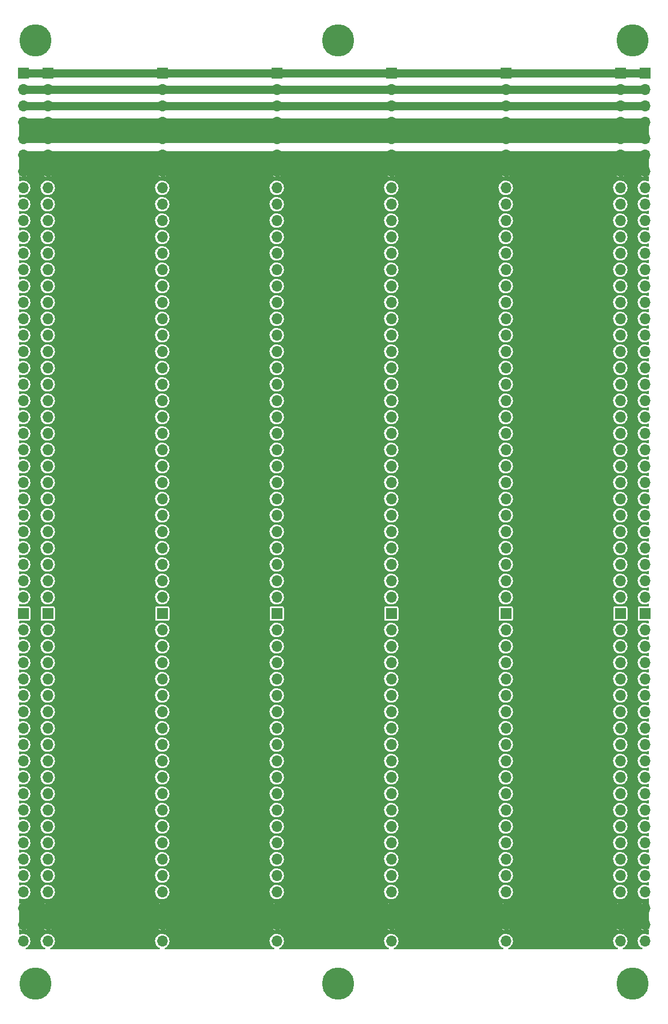
<source format=gbr>
%TF.GenerationSoftware,KiCad,Pcbnew,6.0.2+dfsg-1*%
%TF.CreationDate,2024-07-15T20:38:21+02:00*%
%TF.ProjectId,BUS_Rebuild,4255535f-5265-4627-9569-6c642e6b6963,rev?*%
%TF.SameCoordinates,Original*%
%TF.FileFunction,Copper,L1,Top*%
%TF.FilePolarity,Positive*%
%FSLAX46Y46*%
G04 Gerber Fmt 4.6, Leading zero omitted, Abs format (unit mm)*
G04 Created by KiCad (PCBNEW 6.0.2+dfsg-1) date 2024-07-15 20:38:21*
%MOMM*%
%LPD*%
G01*
G04 APERTURE LIST*
%TA.AperFunction,ComponentPad*%
%ADD10C,5.000000*%
%TD*%
%TA.AperFunction,ComponentPad*%
%ADD11R,1.700000X1.700000*%
%TD*%
%TA.AperFunction,ComponentPad*%
%ADD12O,1.700000X1.700000*%
%TD*%
%TA.AperFunction,Conductor*%
%ADD13C,1.000000*%
%TD*%
G04 APERTURE END LIST*
D10*
%TO.P,REF\u002A\u002A,6*%
%TO.N,N/C*%
X29845000Y-174220000D03*
%TD*%
%TO.P,REF\u002A\u002A,5*%
%TO.N,N/C*%
X76835000Y-174220000D03*
%TD*%
%TO.P,REF\u002A\u002A,4*%
%TO.N,N/C*%
X122555000Y-174220000D03*
%TD*%
%TO.P,REF\u002A\u002A,3*%
%TO.N,N/C*%
X29845000Y-27940000D03*
%TD*%
%TO.P,REF\u002A\u002A,2*%
%TO.N,N/C*%
X76835000Y-27940000D03*
%TD*%
%TO.P,REF\u002A\u002A,1*%
%TO.N,N/C*%
X122555000Y-27940000D03*
%TD*%
D11*
%TO.P,J4_A1,1,Pin_1*%
%TO.N,-5V*%
X67310000Y-33020000D03*
D12*
%TO.P,J4_A1,2,Pin_2*%
%TO.N,+12V*%
X67310000Y-35560000D03*
%TO.P,J4_A1,3,Pin_3*%
%TO.N,-12V*%
X67310000Y-38100000D03*
%TO.P,J4_A1,4,Pin_4*%
%TO.N,+5V*%
X67310000Y-40640000D03*
%TO.P,J4_A1,5,Pin_5*%
X67310000Y-43180000D03*
%TO.P,J4_A1,6,Pin_6*%
%TO.N,GND*%
X67310000Y-45720000D03*
%TO.P,J4_A1,7,Pin_7*%
X67310000Y-48260000D03*
%TO.P,J4_A1,8,Pin_8*%
%TO.N,/D0*%
X67310000Y-50800000D03*
%TO.P,J4_A1,9,Pin_9*%
%TO.N,/D1*%
X67310000Y-53340000D03*
%TO.P,J4_A1,10,Pin_10*%
%TO.N,/D2*%
X67310000Y-55880000D03*
%TO.P,J4_A1,11,Pin_11*%
%TO.N,/D3*%
X67310000Y-58420000D03*
%TO.P,J4_A1,12,Pin_12*%
%TO.N,/D4*%
X67310000Y-60960000D03*
%TO.P,J4_A1,13,Pin_13*%
%TO.N,/D5*%
X67310000Y-63500000D03*
%TO.P,J4_A1,14,Pin_14*%
%TO.N,/D6*%
X67310000Y-66040000D03*
%TO.P,J4_A1,15,Pin_15*%
%TO.N,/D7*%
X67310000Y-68580000D03*
%TO.P,J4_A1,16,Pin_16*%
%TO.N,/~{RD}*%
X67310000Y-71120000D03*
%TO.P,J4_A1,17,Pin_17*%
%TO.N,/~{WR}*%
X67310000Y-73660000D03*
%TO.P,J4_A1,18,Pin_18*%
%TO.N,/~{IORQ}*%
X67310000Y-76200000D03*
%TO.P,J4_A1,19,Pin_19*%
%TO.N,/~{MREQ}*%
X67310000Y-78740000D03*
%TO.P,J4_A1,20,Pin_20*%
%TO.N,/A0*%
X67310000Y-81280000D03*
%TO.P,J4_A1,21,Pin_21*%
%TO.N,/A1*%
X67310000Y-83820000D03*
%TO.P,J4_A1,22,Pin_22*%
%TO.N,/A2*%
X67310000Y-86360000D03*
%TO.P,J4_A1,23,Pin_23*%
%TO.N,/A3*%
X67310000Y-88900000D03*
%TO.P,J4_A1,24,Pin_24*%
%TO.N,/A4*%
X67310000Y-91440000D03*
%TO.P,J4_A1,25,Pin_25*%
%TO.N,/A5*%
X67310000Y-93980000D03*
%TO.P,J4_A1,26,Pin_26*%
%TO.N,/A6*%
X67310000Y-96520000D03*
%TO.P,J4_A1,27,Pin_27*%
%TO.N,/A7*%
X67310000Y-99060000D03*
%TO.P,J4_A1,28,Pin_28*%
%TO.N,/~{RESET}*%
X67310000Y-101600000D03*
%TO.P,J4_A1,29,Pin_29*%
%TO.N,/~{M1}*%
X67310000Y-104140000D03*
%TO.P,J4_A1,30,Pin_30*%
%TO.N,/~{PHI}*%
X67310000Y-106680000D03*
%TO.P,J4_A1,31,Pin_31*%
%TO.N,/~{RFSH}*%
X67310000Y-109220000D03*
%TO.P,J4_A1,32,Pin_32*%
%TO.N,/~{INT}*%
X67310000Y-111760000D03*
%TO.P,J4_A1,33,Pin_33*%
%TO.N,/~{WAIT}*%
X67310000Y-114300000D03*
%TD*%
D11*
%TO.P,J8_A1,1,Pin_1*%
%TO.N,-5V*%
X124460000Y-33020000D03*
D12*
%TO.P,J8_A1,2,Pin_2*%
%TO.N,+12V*%
X124460000Y-35560000D03*
%TO.P,J8_A1,3,Pin_3*%
%TO.N,-12V*%
X124460000Y-38100000D03*
%TO.P,J8_A1,4,Pin_4*%
%TO.N,+5V*%
X124460000Y-40640000D03*
%TO.P,J8_A1,5,Pin_5*%
X124460000Y-43180000D03*
%TO.P,J8_A1,6,Pin_6*%
%TO.N,GND*%
X124460000Y-45720000D03*
%TO.P,J8_A1,7,Pin_7*%
X124460000Y-48260000D03*
%TO.P,J8_A1,8,Pin_8*%
%TO.N,/D0*%
X124460000Y-50800000D03*
%TO.P,J8_A1,9,Pin_9*%
%TO.N,/D1*%
X124460000Y-53340000D03*
%TO.P,J8_A1,10,Pin_10*%
%TO.N,/D2*%
X124460000Y-55880000D03*
%TO.P,J8_A1,11,Pin_11*%
%TO.N,/D3*%
X124460000Y-58420000D03*
%TO.P,J8_A1,12,Pin_12*%
%TO.N,/D4*%
X124460000Y-60960000D03*
%TO.P,J8_A1,13,Pin_13*%
%TO.N,/D5*%
X124460000Y-63500000D03*
%TO.P,J8_A1,14,Pin_14*%
%TO.N,/D6*%
X124460000Y-66040000D03*
%TO.P,J8_A1,15,Pin_15*%
%TO.N,/D7*%
X124460000Y-68580000D03*
%TO.P,J8_A1,16,Pin_16*%
%TO.N,/~{RD}*%
X124460000Y-71120000D03*
%TO.P,J8_A1,17,Pin_17*%
%TO.N,/~{WR}*%
X124460000Y-73660000D03*
%TO.P,J8_A1,18,Pin_18*%
%TO.N,/~{IORQ}*%
X124460000Y-76200000D03*
%TO.P,J8_A1,19,Pin_19*%
%TO.N,/~{MREQ}*%
X124460000Y-78740000D03*
%TO.P,J8_A1,20,Pin_20*%
%TO.N,/A0*%
X124460000Y-81280000D03*
%TO.P,J8_A1,21,Pin_21*%
%TO.N,/A1*%
X124460000Y-83820000D03*
%TO.P,J8_A1,22,Pin_22*%
%TO.N,/A2*%
X124460000Y-86360000D03*
%TO.P,J8_A1,23,Pin_23*%
%TO.N,/A3*%
X124460000Y-88900000D03*
%TO.P,J8_A1,24,Pin_24*%
%TO.N,/A4*%
X124460000Y-91440000D03*
%TO.P,J8_A1,25,Pin_25*%
%TO.N,/A5*%
X124460000Y-93980000D03*
%TO.P,J8_A1,26,Pin_26*%
%TO.N,/A6*%
X124460000Y-96520000D03*
%TO.P,J8_A1,27,Pin_27*%
%TO.N,/A7*%
X124460000Y-99060000D03*
%TO.P,J8_A1,28,Pin_28*%
%TO.N,/~{RESET}*%
X124460000Y-101600000D03*
%TO.P,J8_A1,29,Pin_29*%
%TO.N,/~{M1}*%
X124460000Y-104140000D03*
%TO.P,J8_A1,30,Pin_30*%
%TO.N,/~{PHI}*%
X124460000Y-106680000D03*
%TO.P,J8_A1,31,Pin_31*%
%TO.N,/~{RFSH}*%
X124460000Y-109220000D03*
%TO.P,J8_A1,32,Pin_32*%
%TO.N,/~{INT}*%
X124460000Y-111760000D03*
%TO.P,J8_A1,33,Pin_33*%
%TO.N,/~{WAIT}*%
X124460000Y-114300000D03*
%TD*%
D11*
%TO.P,J2_A1,1,Pin_1*%
%TO.N,-5V*%
X31750000Y-33020000D03*
D12*
%TO.P,J2_A1,2,Pin_2*%
%TO.N,+12V*%
X31750000Y-35560000D03*
%TO.P,J2_A1,3,Pin_3*%
%TO.N,-12V*%
X31750000Y-38100000D03*
%TO.P,J2_A1,4,Pin_4*%
%TO.N,+5V*%
X31750000Y-40640000D03*
%TO.P,J2_A1,5,Pin_5*%
X31750000Y-43180000D03*
%TO.P,J2_A1,6,Pin_6*%
%TO.N,GND*%
X31750000Y-45720000D03*
%TO.P,J2_A1,7,Pin_7*%
X31750000Y-48260000D03*
%TO.P,J2_A1,8,Pin_8*%
%TO.N,/D0*%
X31750000Y-50800000D03*
%TO.P,J2_A1,9,Pin_9*%
%TO.N,/D1*%
X31750000Y-53340000D03*
%TO.P,J2_A1,10,Pin_10*%
%TO.N,/D2*%
X31750000Y-55880000D03*
%TO.P,J2_A1,11,Pin_11*%
%TO.N,/D3*%
X31750000Y-58420000D03*
%TO.P,J2_A1,12,Pin_12*%
%TO.N,/D4*%
X31750000Y-60960000D03*
%TO.P,J2_A1,13,Pin_13*%
%TO.N,/D5*%
X31750000Y-63500000D03*
%TO.P,J2_A1,14,Pin_14*%
%TO.N,/D6*%
X31750000Y-66040000D03*
%TO.P,J2_A1,15,Pin_15*%
%TO.N,/D7*%
X31750000Y-68580000D03*
%TO.P,J2_A1,16,Pin_16*%
%TO.N,/~{RD}*%
X31750000Y-71120000D03*
%TO.P,J2_A1,17,Pin_17*%
%TO.N,/~{WR}*%
X31750000Y-73660000D03*
%TO.P,J2_A1,18,Pin_18*%
%TO.N,/~{IORQ}*%
X31750000Y-76200000D03*
%TO.P,J2_A1,19,Pin_19*%
%TO.N,/~{MREQ}*%
X31750000Y-78740000D03*
%TO.P,J2_A1,20,Pin_20*%
%TO.N,/A0*%
X31750000Y-81280000D03*
%TO.P,J2_A1,21,Pin_21*%
%TO.N,/A1*%
X31750000Y-83820000D03*
%TO.P,J2_A1,22,Pin_22*%
%TO.N,/A2*%
X31750000Y-86360000D03*
%TO.P,J2_A1,23,Pin_23*%
%TO.N,/A3*%
X31750000Y-88900000D03*
%TO.P,J2_A1,24,Pin_24*%
%TO.N,/A4*%
X31750000Y-91440000D03*
%TO.P,J2_A1,25,Pin_25*%
%TO.N,/A5*%
X31750000Y-93980000D03*
%TO.P,J2_A1,26,Pin_26*%
%TO.N,/A6*%
X31750000Y-96520000D03*
%TO.P,J2_A1,27,Pin_27*%
%TO.N,/A7*%
X31750000Y-99060000D03*
%TO.P,J2_A1,28,Pin_28*%
%TO.N,/~{RESET}*%
X31750000Y-101600000D03*
%TO.P,J2_A1,29,Pin_29*%
%TO.N,/~{M1}*%
X31750000Y-104140000D03*
%TO.P,J2_A1,30,Pin_30*%
%TO.N,/~{PHI}*%
X31750000Y-106680000D03*
%TO.P,J2_A1,31,Pin_31*%
%TO.N,/~{RFSH}*%
X31750000Y-109220000D03*
%TO.P,J2_A1,32,Pin_32*%
%TO.N,/~{INT}*%
X31750000Y-111760000D03*
%TO.P,J2_A1,33,Pin_33*%
%TO.N,/~{WAIT}*%
X31750000Y-114300000D03*
%TD*%
D11*
%TO.P,J6_B1,1,Pin_1*%
%TO.N,/A8*%
X102870000Y-116840000D03*
D12*
%TO.P,J6_B1,2,Pin_2*%
%TO.N,/A9*%
X102870000Y-119380000D03*
%TO.P,J6_B1,3,Pin_3*%
%TO.N,/A10*%
X102870000Y-121920000D03*
%TO.P,J6_B1,4,Pin_4*%
%TO.N,/A11*%
X102870000Y-124460000D03*
%TO.P,J6_B1,5,Pin_5*%
%TO.N,/A12*%
X102870000Y-127000000D03*
%TO.P,J6_B1,6,Pin_6*%
%TO.N,/A13*%
X102870000Y-129540000D03*
%TO.P,J6_B1,7,Pin_7*%
%TO.N,/A14*%
X102870000Y-132080000D03*
%TO.P,J6_B1,8,Pin_8*%
%TO.N,/A15*%
X102870000Y-134620000D03*
%TO.P,J6_B1,9,Pin_9*%
%TO.N,/BANKEN*%
X102870000Y-137160000D03*
%TO.P,J6_B1,10,Pin_10*%
%TO.N,/~{BUSRQ}*%
X102870000Y-139700000D03*
%TO.P,J6_B1,11,Pin_11*%
%TO.N,/~{BUSAK}*%
X102870000Y-142240000D03*
%TO.P,J6_B1,12,Pin_12*%
%TO.N,/PI6*%
X102870000Y-144780000D03*
%TO.P,J6_B1,13,Pin_13*%
%TO.N,/PI5*%
X102870000Y-147320000D03*
%TO.P,J6_B1,14,Pin_14*%
%TO.N,/~{NMI}*%
X102870000Y-149860000D03*
%TO.P,J6_B1,15,Pin_15*%
%TO.N,/A16*%
X102870000Y-152400000D03*
%TO.P,J6_B1,16,Pin_16*%
%TO.N,/A17*%
X102870000Y-154940000D03*
%TO.P,J6_B1,17,Pin_17*%
%TO.N,/A18*%
X102870000Y-157480000D03*
%TO.P,J6_B1,18,Pin_18*%
%TO.N,/A19*%
X102870000Y-160020000D03*
%TO.P,J6_B1,19,Pin_19*%
%TO.N,GND*%
X102870000Y-162560000D03*
%TO.P,J6_B1,20,Pin_20*%
X102870000Y-165100000D03*
%TO.P,J6_B1,21,Pin_21*%
%TO.N,/RESERVE*%
X102870000Y-167640000D03*
%TD*%
D11*
%TO.P,J7_B1,1,Pin_1*%
%TO.N,/A8*%
X120650000Y-116840000D03*
D12*
%TO.P,J7_B1,2,Pin_2*%
%TO.N,/A9*%
X120650000Y-119380000D03*
%TO.P,J7_B1,3,Pin_3*%
%TO.N,/A10*%
X120650000Y-121920000D03*
%TO.P,J7_B1,4,Pin_4*%
%TO.N,/A11*%
X120650000Y-124460000D03*
%TO.P,J7_B1,5,Pin_5*%
%TO.N,/A12*%
X120650000Y-127000000D03*
%TO.P,J7_B1,6,Pin_6*%
%TO.N,/A13*%
X120650000Y-129540000D03*
%TO.P,J7_B1,7,Pin_7*%
%TO.N,/A14*%
X120650000Y-132080000D03*
%TO.P,J7_B1,8,Pin_8*%
%TO.N,/A15*%
X120650000Y-134620000D03*
%TO.P,J7_B1,9,Pin_9*%
%TO.N,/BANKEN*%
X120650000Y-137160000D03*
%TO.P,J7_B1,10,Pin_10*%
%TO.N,/~{BUSRQ}*%
X120650000Y-139700000D03*
%TO.P,J7_B1,11,Pin_11*%
%TO.N,/~{BUSAK}*%
X120650000Y-142240000D03*
%TO.P,J7_B1,12,Pin_12*%
%TO.N,/PI7*%
X120650000Y-144780000D03*
%TO.P,J7_B1,13,Pin_13*%
%TO.N,/PI6*%
X120650000Y-147320000D03*
%TO.P,J7_B1,14,Pin_14*%
%TO.N,/~{NMI}*%
X120650000Y-149860000D03*
%TO.P,J7_B1,15,Pin_15*%
%TO.N,/A16*%
X120650000Y-152400000D03*
%TO.P,J7_B1,16,Pin_16*%
%TO.N,/A17*%
X120650000Y-154940000D03*
%TO.P,J7_B1,17,Pin_17*%
%TO.N,/A18*%
X120650000Y-157480000D03*
%TO.P,J7_B1,18,Pin_18*%
%TO.N,/A19*%
X120650000Y-160020000D03*
%TO.P,J7_B1,19,Pin_19*%
%TO.N,GND*%
X120650000Y-162560000D03*
%TO.P,J7_B1,20,Pin_20*%
X120650000Y-165100000D03*
%TO.P,J7_B1,21,Pin_21*%
%TO.N,/RESERVE*%
X120650000Y-167640000D03*
%TD*%
D11*
%TO.P,J3_B1,1,Pin_1*%
%TO.N,/A8*%
X49530000Y-116840000D03*
D12*
%TO.P,J3_B1,2,Pin_2*%
%TO.N,/A9*%
X49530000Y-119380000D03*
%TO.P,J3_B1,3,Pin_3*%
%TO.N,/A10*%
X49530000Y-121920000D03*
%TO.P,J3_B1,4,Pin_4*%
%TO.N,/A11*%
X49530000Y-124460000D03*
%TO.P,J3_B1,5,Pin_5*%
%TO.N,/A12*%
X49530000Y-127000000D03*
%TO.P,J3_B1,6,Pin_6*%
%TO.N,/A13*%
X49530000Y-129540000D03*
%TO.P,J3_B1,7,Pin_7*%
%TO.N,/A14*%
X49530000Y-132080000D03*
%TO.P,J3_B1,8,Pin_8*%
%TO.N,/A15*%
X49530000Y-134620000D03*
%TO.P,J3_B1,9,Pin_9*%
%TO.N,/BANKEN*%
X49530000Y-137160000D03*
%TO.P,J3_B1,10,Pin_10*%
%TO.N,/~{BUSRQ}*%
X49530000Y-139700000D03*
%TO.P,J3_B1,11,Pin_11*%
%TO.N,/~{BUSAK}*%
X49530000Y-142240000D03*
%TO.P,J3_B1,12,Pin_12*%
%TO.N,/PI3*%
X49530000Y-144780000D03*
%TO.P,J3_B1,13,Pin_13*%
%TO.N,/PI2*%
X49530000Y-147320000D03*
%TO.P,J3_B1,14,Pin_14*%
%TO.N,/~{NMI}*%
X49530000Y-149860000D03*
%TO.P,J3_B1,15,Pin_15*%
%TO.N,/A16*%
X49530000Y-152400000D03*
%TO.P,J3_B1,16,Pin_16*%
%TO.N,/A17*%
X49530000Y-154940000D03*
%TO.P,J3_B1,17,Pin_17*%
%TO.N,/A18*%
X49530000Y-157480000D03*
%TO.P,J3_B1,18,Pin_18*%
%TO.N,/A19*%
X49530000Y-160020000D03*
%TO.P,J3_B1,19,Pin_19*%
%TO.N,GND*%
X49530000Y-162560000D03*
%TO.P,J3_B1,20,Pin_20*%
X49530000Y-165100000D03*
%TO.P,J3_B1,21,Pin_21*%
%TO.N,/RESERVE*%
X49530000Y-167640000D03*
%TD*%
D11*
%TO.P,J1_A1,1,Pin_1*%
%TO.N,-5V*%
X27940000Y-33020000D03*
D12*
%TO.P,J1_A1,2,Pin_2*%
%TO.N,+12V*%
X27940000Y-35560000D03*
%TO.P,J1_A1,3,Pin_3*%
%TO.N,-12V*%
X27940000Y-38100000D03*
%TO.P,J1_A1,4,Pin_4*%
%TO.N,+5V*%
X27940000Y-40640000D03*
%TO.P,J1_A1,5,Pin_5*%
X27940000Y-43180000D03*
%TO.P,J1_A1,6,Pin_6*%
%TO.N,GND*%
X27940000Y-45720000D03*
%TO.P,J1_A1,7,Pin_7*%
X27940000Y-48260000D03*
%TO.P,J1_A1,8,Pin_8*%
%TO.N,/D0*%
X27940000Y-50800000D03*
%TO.P,J1_A1,9,Pin_9*%
%TO.N,/D1*%
X27940000Y-53340000D03*
%TO.P,J1_A1,10,Pin_10*%
%TO.N,/D2*%
X27940000Y-55880000D03*
%TO.P,J1_A1,11,Pin_11*%
%TO.N,/D3*%
X27940000Y-58420000D03*
%TO.P,J1_A1,12,Pin_12*%
%TO.N,/D4*%
X27940000Y-60960000D03*
%TO.P,J1_A1,13,Pin_13*%
%TO.N,/D5*%
X27940000Y-63500000D03*
%TO.P,J1_A1,14,Pin_14*%
%TO.N,/D6*%
X27940000Y-66040000D03*
%TO.P,J1_A1,15,Pin_15*%
%TO.N,/D7*%
X27940000Y-68580000D03*
%TO.P,J1_A1,16,Pin_16*%
%TO.N,/~{RD}*%
X27940000Y-71120000D03*
%TO.P,J1_A1,17,Pin_17*%
%TO.N,/~{WR}*%
X27940000Y-73660000D03*
%TO.P,J1_A1,18,Pin_18*%
%TO.N,/~{IORQ}*%
X27940000Y-76200000D03*
%TO.P,J1_A1,19,Pin_19*%
%TO.N,/~{MREQ}*%
X27940000Y-78740000D03*
%TO.P,J1_A1,20,Pin_20*%
%TO.N,/A0*%
X27940000Y-81280000D03*
%TO.P,J1_A1,21,Pin_21*%
%TO.N,/A1*%
X27940000Y-83820000D03*
%TO.P,J1_A1,22,Pin_22*%
%TO.N,/A2*%
X27940000Y-86360000D03*
%TO.P,J1_A1,23,Pin_23*%
%TO.N,/A3*%
X27940000Y-88900000D03*
%TO.P,J1_A1,24,Pin_24*%
%TO.N,/A4*%
X27940000Y-91440000D03*
%TO.P,J1_A1,25,Pin_25*%
%TO.N,/A5*%
X27940000Y-93980000D03*
%TO.P,J1_A1,26,Pin_26*%
%TO.N,/A6*%
X27940000Y-96520000D03*
%TO.P,J1_A1,27,Pin_27*%
%TO.N,/A7*%
X27940000Y-99060000D03*
%TO.P,J1_A1,28,Pin_28*%
%TO.N,/~{RESET}*%
X27940000Y-101600000D03*
%TO.P,J1_A1,29,Pin_29*%
%TO.N,/~{M1}*%
X27940000Y-104140000D03*
%TO.P,J1_A1,30,Pin_30*%
%TO.N,/~{PHI}*%
X27940000Y-106680000D03*
%TO.P,J1_A1,31,Pin_31*%
%TO.N,/~{RFSH}*%
X27940000Y-109220000D03*
%TO.P,J1_A1,32,Pin_32*%
%TO.N,/~{INT}*%
X27940000Y-111760000D03*
%TO.P,J1_A1,33,Pin_33*%
%TO.N,/~{WAIT}*%
X27940000Y-114300000D03*
%TD*%
D11*
%TO.P,J1_B1,1,Pin_1*%
%TO.N,/A8*%
X27940000Y-116840000D03*
D12*
%TO.P,J1_B1,2,Pin_2*%
%TO.N,/A9*%
X27940000Y-119380000D03*
%TO.P,J1_B1,3,Pin_3*%
%TO.N,/A10*%
X27940000Y-121920000D03*
%TO.P,J1_B1,4,Pin_4*%
%TO.N,/A11*%
X27940000Y-124460000D03*
%TO.P,J1_B1,5,Pin_5*%
%TO.N,/A12*%
X27940000Y-127000000D03*
%TO.P,J1_B1,6,Pin_6*%
%TO.N,/A13*%
X27940000Y-129540000D03*
%TO.P,J1_B1,7,Pin_7*%
%TO.N,/A14*%
X27940000Y-132080000D03*
%TO.P,J1_B1,8,Pin_8*%
%TO.N,/A15*%
X27940000Y-134620000D03*
%TO.P,J1_B1,9,Pin_9*%
%TO.N,/BANKEN*%
X27940000Y-137160000D03*
%TO.P,J1_B1,10,Pin_10*%
%TO.N,/~{BUSRQ}*%
X27940000Y-139700000D03*
%TO.P,J1_B1,11,Pin_11*%
%TO.N,/~{BUSAK}*%
X27940000Y-142240000D03*
%TO.P,J1_B1,12,Pin_12*%
%TO.N,/PI1*%
X27940000Y-144780000D03*
%TO.P,J1_B1,13,Pin_13*%
X27940000Y-147320000D03*
%TO.P,J1_B1,14,Pin_14*%
%TO.N,/~{NMI}*%
X27940000Y-149860000D03*
%TO.P,J1_B1,15,Pin_15*%
%TO.N,/A16*%
X27940000Y-152400000D03*
%TO.P,J1_B1,16,Pin_16*%
%TO.N,/A17*%
X27940000Y-154940000D03*
%TO.P,J1_B1,17,Pin_17*%
%TO.N,/A18*%
X27940000Y-157480000D03*
%TO.P,J1_B1,18,Pin_18*%
%TO.N,/A19*%
X27940000Y-160020000D03*
%TO.P,J1_B1,19,Pin_19*%
%TO.N,GND*%
X27940000Y-162560000D03*
%TO.P,J1_B1,20,Pin_20*%
X27940000Y-165100000D03*
%TO.P,J1_B1,21,Pin_21*%
%TO.N,/RESERVE*%
X27940000Y-167640000D03*
%TD*%
D11*
%TO.P,J4_B1,1,Pin_1*%
%TO.N,/A8*%
X67310000Y-116840000D03*
D12*
%TO.P,J4_B1,2,Pin_2*%
%TO.N,/A9*%
X67310000Y-119380000D03*
%TO.P,J4_B1,3,Pin_3*%
%TO.N,/A10*%
X67310000Y-121920000D03*
%TO.P,J4_B1,4,Pin_4*%
%TO.N,/A11*%
X67310000Y-124460000D03*
%TO.P,J4_B1,5,Pin_5*%
%TO.N,/A12*%
X67310000Y-127000000D03*
%TO.P,J4_B1,6,Pin_6*%
%TO.N,/A13*%
X67310000Y-129540000D03*
%TO.P,J4_B1,7,Pin_7*%
%TO.N,/A14*%
X67310000Y-132080000D03*
%TO.P,J4_B1,8,Pin_8*%
%TO.N,/A15*%
X67310000Y-134620000D03*
%TO.P,J4_B1,9,Pin_9*%
%TO.N,/BANKEN*%
X67310000Y-137160000D03*
%TO.P,J4_B1,10,Pin_10*%
%TO.N,/~{BUSRQ}*%
X67310000Y-139700000D03*
%TO.P,J4_B1,11,Pin_11*%
%TO.N,/~{BUSAK}*%
X67310000Y-142240000D03*
%TO.P,J4_B1,12,Pin_12*%
%TO.N,/PI4*%
X67310000Y-144780000D03*
%TO.P,J4_B1,13,Pin_13*%
%TO.N,/PI3*%
X67310000Y-147320000D03*
%TO.P,J4_B1,14,Pin_14*%
%TO.N,/~{NMI}*%
X67310000Y-149860000D03*
%TO.P,J4_B1,15,Pin_15*%
%TO.N,/A16*%
X67310000Y-152400000D03*
%TO.P,J4_B1,16,Pin_16*%
%TO.N,/A17*%
X67310000Y-154940000D03*
%TO.P,J4_B1,17,Pin_17*%
%TO.N,/A18*%
X67310000Y-157480000D03*
%TO.P,J4_B1,18,Pin_18*%
%TO.N,/A19*%
X67310000Y-160020000D03*
%TO.P,J4_B1,19,Pin_19*%
%TO.N,GND*%
X67310000Y-162560000D03*
%TO.P,J4_B1,20,Pin_20*%
X67310000Y-165100000D03*
%TO.P,J4_B1,21,Pin_21*%
%TO.N,/RESERVE*%
X67310000Y-167640000D03*
%TD*%
D11*
%TO.P,J2_B1,1,Pin_1*%
%TO.N,/A8*%
X31750000Y-116840000D03*
D12*
%TO.P,J2_B1,2,Pin_2*%
%TO.N,/A9*%
X31750000Y-119380000D03*
%TO.P,J2_B1,3,Pin_3*%
%TO.N,/A10*%
X31750000Y-121920000D03*
%TO.P,J2_B1,4,Pin_4*%
%TO.N,/A11*%
X31750000Y-124460000D03*
%TO.P,J2_B1,5,Pin_5*%
%TO.N,/A12*%
X31750000Y-127000000D03*
%TO.P,J2_B1,6,Pin_6*%
%TO.N,/A13*%
X31750000Y-129540000D03*
%TO.P,J2_B1,7,Pin_7*%
%TO.N,/A14*%
X31750000Y-132080000D03*
%TO.P,J2_B1,8,Pin_8*%
%TO.N,/A15*%
X31750000Y-134620000D03*
%TO.P,J2_B1,9,Pin_9*%
%TO.N,/BANKEN*%
X31750000Y-137160000D03*
%TO.P,J2_B1,10,Pin_10*%
%TO.N,/~{BUSRQ}*%
X31750000Y-139700000D03*
%TO.P,J2_B1,11,Pin_11*%
%TO.N,/~{BUSAK}*%
X31750000Y-142240000D03*
%TO.P,J2_B1,12,Pin_12*%
%TO.N,/PI2*%
X31750000Y-144780000D03*
%TO.P,J2_B1,13,Pin_13*%
%TO.N,/PI1*%
X31750000Y-147320000D03*
%TO.P,J2_B1,14,Pin_14*%
%TO.N,/~{NMI}*%
X31750000Y-149860000D03*
%TO.P,J2_B1,15,Pin_15*%
%TO.N,/A16*%
X31750000Y-152400000D03*
%TO.P,J2_B1,16,Pin_16*%
%TO.N,/A17*%
X31750000Y-154940000D03*
%TO.P,J2_B1,17,Pin_17*%
%TO.N,/A18*%
X31750000Y-157480000D03*
%TO.P,J2_B1,18,Pin_18*%
%TO.N,/A19*%
X31750000Y-160020000D03*
%TO.P,J2_B1,19,Pin_19*%
%TO.N,GND*%
X31750000Y-162560000D03*
%TO.P,J2_B1,20,Pin_20*%
X31750000Y-165100000D03*
%TO.P,J2_B1,21,Pin_21*%
%TO.N,/RESERVE*%
X31750000Y-167640000D03*
%TD*%
D11*
%TO.P,J3_A1,1,Pin_1*%
%TO.N,-5V*%
X49530000Y-33020000D03*
D12*
%TO.P,J3_A1,2,Pin_2*%
%TO.N,+12V*%
X49530000Y-35560000D03*
%TO.P,J3_A1,3,Pin_3*%
%TO.N,-12V*%
X49530000Y-38100000D03*
%TO.P,J3_A1,4,Pin_4*%
%TO.N,+5V*%
X49530000Y-40640000D03*
%TO.P,J3_A1,5,Pin_5*%
X49530000Y-43180000D03*
%TO.P,J3_A1,6,Pin_6*%
%TO.N,GND*%
X49530000Y-45720000D03*
%TO.P,J3_A1,7,Pin_7*%
X49530000Y-48260000D03*
%TO.P,J3_A1,8,Pin_8*%
%TO.N,/D0*%
X49530000Y-50800000D03*
%TO.P,J3_A1,9,Pin_9*%
%TO.N,/D1*%
X49530000Y-53340000D03*
%TO.P,J3_A1,10,Pin_10*%
%TO.N,/D2*%
X49530000Y-55880000D03*
%TO.P,J3_A1,11,Pin_11*%
%TO.N,/D3*%
X49530000Y-58420000D03*
%TO.P,J3_A1,12,Pin_12*%
%TO.N,/D4*%
X49530000Y-60960000D03*
%TO.P,J3_A1,13,Pin_13*%
%TO.N,/D5*%
X49530000Y-63500000D03*
%TO.P,J3_A1,14,Pin_14*%
%TO.N,/D6*%
X49530000Y-66040000D03*
%TO.P,J3_A1,15,Pin_15*%
%TO.N,/D7*%
X49530000Y-68580000D03*
%TO.P,J3_A1,16,Pin_16*%
%TO.N,/~{RD}*%
X49530000Y-71120000D03*
%TO.P,J3_A1,17,Pin_17*%
%TO.N,/~{WR}*%
X49530000Y-73660000D03*
%TO.P,J3_A1,18,Pin_18*%
%TO.N,/~{IORQ}*%
X49530000Y-76200000D03*
%TO.P,J3_A1,19,Pin_19*%
%TO.N,/~{MREQ}*%
X49530000Y-78740000D03*
%TO.P,J3_A1,20,Pin_20*%
%TO.N,/A0*%
X49530000Y-81280000D03*
%TO.P,J3_A1,21,Pin_21*%
%TO.N,/A1*%
X49530000Y-83820000D03*
%TO.P,J3_A1,22,Pin_22*%
%TO.N,/A2*%
X49530000Y-86360000D03*
%TO.P,J3_A1,23,Pin_23*%
%TO.N,/A3*%
X49530000Y-88900000D03*
%TO.P,J3_A1,24,Pin_24*%
%TO.N,/A4*%
X49530000Y-91440000D03*
%TO.P,J3_A1,25,Pin_25*%
%TO.N,/A5*%
X49530000Y-93980000D03*
%TO.P,J3_A1,26,Pin_26*%
%TO.N,/A6*%
X49530000Y-96520000D03*
%TO.P,J3_A1,27,Pin_27*%
%TO.N,/A7*%
X49530000Y-99060000D03*
%TO.P,J3_A1,28,Pin_28*%
%TO.N,/~{RESET}*%
X49530000Y-101600000D03*
%TO.P,J3_A1,29,Pin_29*%
%TO.N,/~{M1}*%
X49530000Y-104140000D03*
%TO.P,J3_A1,30,Pin_30*%
%TO.N,/~{PHI}*%
X49530000Y-106680000D03*
%TO.P,J3_A1,31,Pin_31*%
%TO.N,/~{RFSH}*%
X49530000Y-109220000D03*
%TO.P,J3_A1,32,Pin_32*%
%TO.N,/~{INT}*%
X49530000Y-111760000D03*
%TO.P,J3_A1,33,Pin_33*%
%TO.N,/~{WAIT}*%
X49530000Y-114300000D03*
%TD*%
D11*
%TO.P,J5_A1,1,Pin_1*%
%TO.N,-5V*%
X85090000Y-33020000D03*
D12*
%TO.P,J5_A1,2,Pin_2*%
%TO.N,+12V*%
X85090000Y-35560000D03*
%TO.P,J5_A1,3,Pin_3*%
%TO.N,-12V*%
X85090000Y-38100000D03*
%TO.P,J5_A1,4,Pin_4*%
%TO.N,+5V*%
X85090000Y-40640000D03*
%TO.P,J5_A1,5,Pin_5*%
X85090000Y-43180000D03*
%TO.P,J5_A1,6,Pin_6*%
%TO.N,GND*%
X85090000Y-45720000D03*
%TO.P,J5_A1,7,Pin_7*%
X85090000Y-48260000D03*
%TO.P,J5_A1,8,Pin_8*%
%TO.N,/D0*%
X85090000Y-50800000D03*
%TO.P,J5_A1,9,Pin_9*%
%TO.N,/D1*%
X85090000Y-53340000D03*
%TO.P,J5_A1,10,Pin_10*%
%TO.N,/D2*%
X85090000Y-55880000D03*
%TO.P,J5_A1,11,Pin_11*%
%TO.N,/D3*%
X85090000Y-58420000D03*
%TO.P,J5_A1,12,Pin_12*%
%TO.N,/D4*%
X85090000Y-60960000D03*
%TO.P,J5_A1,13,Pin_13*%
%TO.N,/D5*%
X85090000Y-63500000D03*
%TO.P,J5_A1,14,Pin_14*%
%TO.N,/D6*%
X85090000Y-66040000D03*
%TO.P,J5_A1,15,Pin_15*%
%TO.N,/D7*%
X85090000Y-68580000D03*
%TO.P,J5_A1,16,Pin_16*%
%TO.N,/~{RD}*%
X85090000Y-71120000D03*
%TO.P,J5_A1,17,Pin_17*%
%TO.N,/~{WR}*%
X85090000Y-73660000D03*
%TO.P,J5_A1,18,Pin_18*%
%TO.N,/~{IORQ}*%
X85090000Y-76200000D03*
%TO.P,J5_A1,19,Pin_19*%
%TO.N,/~{MREQ}*%
X85090000Y-78740000D03*
%TO.P,J5_A1,20,Pin_20*%
%TO.N,/A0*%
X85090000Y-81280000D03*
%TO.P,J5_A1,21,Pin_21*%
%TO.N,/A1*%
X85090000Y-83820000D03*
%TO.P,J5_A1,22,Pin_22*%
%TO.N,/A2*%
X85090000Y-86360000D03*
%TO.P,J5_A1,23,Pin_23*%
%TO.N,/A3*%
X85090000Y-88900000D03*
%TO.P,J5_A1,24,Pin_24*%
%TO.N,/A4*%
X85090000Y-91440000D03*
%TO.P,J5_A1,25,Pin_25*%
%TO.N,/A5*%
X85090000Y-93980000D03*
%TO.P,J5_A1,26,Pin_26*%
%TO.N,/A6*%
X85090000Y-96520000D03*
%TO.P,J5_A1,27,Pin_27*%
%TO.N,/A7*%
X85090000Y-99060000D03*
%TO.P,J5_A1,28,Pin_28*%
%TO.N,/~{RESET}*%
X85090000Y-101600000D03*
%TO.P,J5_A1,29,Pin_29*%
%TO.N,/~{M1}*%
X85090000Y-104140000D03*
%TO.P,J5_A1,30,Pin_30*%
%TO.N,/~{PHI}*%
X85090000Y-106680000D03*
%TO.P,J5_A1,31,Pin_31*%
%TO.N,/~{RFSH}*%
X85090000Y-109220000D03*
%TO.P,J5_A1,32,Pin_32*%
%TO.N,/~{INT}*%
X85090000Y-111760000D03*
%TO.P,J5_A1,33,Pin_33*%
%TO.N,/~{WAIT}*%
X85090000Y-114300000D03*
%TD*%
D11*
%TO.P,J7_A1,1,Pin_1*%
%TO.N,-5V*%
X120650000Y-33020000D03*
D12*
%TO.P,J7_A1,2,Pin_2*%
%TO.N,+12V*%
X120650000Y-35560000D03*
%TO.P,J7_A1,3,Pin_3*%
%TO.N,-12V*%
X120650000Y-38100000D03*
%TO.P,J7_A1,4,Pin_4*%
%TO.N,+5V*%
X120650000Y-40640000D03*
%TO.P,J7_A1,5,Pin_5*%
X120650000Y-43180000D03*
%TO.P,J7_A1,6,Pin_6*%
%TO.N,GND*%
X120650000Y-45720000D03*
%TO.P,J7_A1,7,Pin_7*%
X120650000Y-48260000D03*
%TO.P,J7_A1,8,Pin_8*%
%TO.N,/D0*%
X120650000Y-50800000D03*
%TO.P,J7_A1,9,Pin_9*%
%TO.N,/D1*%
X120650000Y-53340000D03*
%TO.P,J7_A1,10,Pin_10*%
%TO.N,/D2*%
X120650000Y-55880000D03*
%TO.P,J7_A1,11,Pin_11*%
%TO.N,/D3*%
X120650000Y-58420000D03*
%TO.P,J7_A1,12,Pin_12*%
%TO.N,/D4*%
X120650000Y-60960000D03*
%TO.P,J7_A1,13,Pin_13*%
%TO.N,/D5*%
X120650000Y-63500000D03*
%TO.P,J7_A1,14,Pin_14*%
%TO.N,/D6*%
X120650000Y-66040000D03*
%TO.P,J7_A1,15,Pin_15*%
%TO.N,/D7*%
X120650000Y-68580000D03*
%TO.P,J7_A1,16,Pin_16*%
%TO.N,/~{RD}*%
X120650000Y-71120000D03*
%TO.P,J7_A1,17,Pin_17*%
%TO.N,/~{WR}*%
X120650000Y-73660000D03*
%TO.P,J7_A1,18,Pin_18*%
%TO.N,/~{IORQ}*%
X120650000Y-76200000D03*
%TO.P,J7_A1,19,Pin_19*%
%TO.N,/~{MREQ}*%
X120650000Y-78740000D03*
%TO.P,J7_A1,20,Pin_20*%
%TO.N,/A0*%
X120650000Y-81280000D03*
%TO.P,J7_A1,21,Pin_21*%
%TO.N,/A1*%
X120650000Y-83820000D03*
%TO.P,J7_A1,22,Pin_22*%
%TO.N,/A2*%
X120650000Y-86360000D03*
%TO.P,J7_A1,23,Pin_23*%
%TO.N,/A3*%
X120650000Y-88900000D03*
%TO.P,J7_A1,24,Pin_24*%
%TO.N,/A4*%
X120650000Y-91440000D03*
%TO.P,J7_A1,25,Pin_25*%
%TO.N,/A5*%
X120650000Y-93980000D03*
%TO.P,J7_A1,26,Pin_26*%
%TO.N,/A6*%
X120650000Y-96520000D03*
%TO.P,J7_A1,27,Pin_27*%
%TO.N,/A7*%
X120650000Y-99060000D03*
%TO.P,J7_A1,28,Pin_28*%
%TO.N,/~{RESET}*%
X120650000Y-101600000D03*
%TO.P,J7_A1,29,Pin_29*%
%TO.N,/~{M1}*%
X120650000Y-104140000D03*
%TO.P,J7_A1,30,Pin_30*%
%TO.N,/~{PHI}*%
X120650000Y-106680000D03*
%TO.P,J7_A1,31,Pin_31*%
%TO.N,/~{RFSH}*%
X120650000Y-109220000D03*
%TO.P,J7_A1,32,Pin_32*%
%TO.N,/~{INT}*%
X120650000Y-111760000D03*
%TO.P,J7_A1,33,Pin_33*%
%TO.N,/~{WAIT}*%
X120650000Y-114300000D03*
%TD*%
D11*
%TO.P,J5_B1,1,Pin_1*%
%TO.N,/A8*%
X85090000Y-116840000D03*
D12*
%TO.P,J5_B1,2,Pin_2*%
%TO.N,/A9*%
X85090000Y-119380000D03*
%TO.P,J5_B1,3,Pin_3*%
%TO.N,/A10*%
X85090000Y-121920000D03*
%TO.P,J5_B1,4,Pin_4*%
%TO.N,/A11*%
X85090000Y-124460000D03*
%TO.P,J5_B1,5,Pin_5*%
%TO.N,/A12*%
X85090000Y-127000000D03*
%TO.P,J5_B1,6,Pin_6*%
%TO.N,/A13*%
X85090000Y-129540000D03*
%TO.P,J5_B1,7,Pin_7*%
%TO.N,/A14*%
X85090000Y-132080000D03*
%TO.P,J5_B1,8,Pin_8*%
%TO.N,/A15*%
X85090000Y-134620000D03*
%TO.P,J5_B1,9,Pin_9*%
%TO.N,/BANKEN*%
X85090000Y-137160000D03*
%TO.P,J5_B1,10,Pin_10*%
%TO.N,/~{BUSRQ}*%
X85090000Y-139700000D03*
%TO.P,J5_B1,11,Pin_11*%
%TO.N,/~{BUSAK}*%
X85090000Y-142240000D03*
%TO.P,J5_B1,12,Pin_12*%
%TO.N,/PI5*%
X85090000Y-144780000D03*
%TO.P,J5_B1,13,Pin_13*%
%TO.N,/PI4*%
X85090000Y-147320000D03*
%TO.P,J5_B1,14,Pin_14*%
%TO.N,/~{NMI}*%
X85090000Y-149860000D03*
%TO.P,J5_B1,15,Pin_15*%
%TO.N,/A16*%
X85090000Y-152400000D03*
%TO.P,J5_B1,16,Pin_16*%
%TO.N,/A17*%
X85090000Y-154940000D03*
%TO.P,J5_B1,17,Pin_17*%
%TO.N,/A18*%
X85090000Y-157480000D03*
%TO.P,J5_B1,18,Pin_18*%
%TO.N,/A19*%
X85090000Y-160020000D03*
%TO.P,J5_B1,19,Pin_19*%
%TO.N,GND*%
X85090000Y-162560000D03*
%TO.P,J5_B1,20,Pin_20*%
X85090000Y-165100000D03*
%TO.P,J5_B1,21,Pin_21*%
%TO.N,/RESERVE*%
X85090000Y-167640000D03*
%TD*%
D11*
%TO.P,J8_B1,1,Pin_1*%
%TO.N,/A8*%
X124460000Y-116840000D03*
D12*
%TO.P,J8_B1,2,Pin_2*%
%TO.N,/A9*%
X124460000Y-119380000D03*
%TO.P,J8_B1,3,Pin_3*%
%TO.N,/A10*%
X124460000Y-121920000D03*
%TO.P,J8_B1,4,Pin_4*%
%TO.N,/A11*%
X124460000Y-124460000D03*
%TO.P,J8_B1,5,Pin_5*%
%TO.N,/A12*%
X124460000Y-127000000D03*
%TO.P,J8_B1,6,Pin_6*%
%TO.N,/A13*%
X124460000Y-129540000D03*
%TO.P,J8_B1,7,Pin_7*%
%TO.N,/A14*%
X124460000Y-132080000D03*
%TO.P,J8_B1,8,Pin_8*%
%TO.N,/A15*%
X124460000Y-134620000D03*
%TO.P,J8_B1,9,Pin_9*%
%TO.N,/BANKEN*%
X124460000Y-137160000D03*
%TO.P,J8_B1,10,Pin_10*%
%TO.N,/~{BUSRQ}*%
X124460000Y-139700000D03*
%TO.P,J8_B1,11,Pin_11*%
%TO.N,/~{BUSAK}*%
X124460000Y-142240000D03*
%TO.P,J8_B1,12,Pin_12*%
%TO.N,/PI7*%
X124460000Y-144780000D03*
%TO.P,J8_B1,13,Pin_13*%
X124460000Y-147320000D03*
%TO.P,J8_B1,14,Pin_14*%
%TO.N,/~{NMI}*%
X124460000Y-149860000D03*
%TO.P,J8_B1,15,Pin_15*%
%TO.N,/A16*%
X124460000Y-152400000D03*
%TO.P,J8_B1,16,Pin_16*%
%TO.N,/A17*%
X124460000Y-154940000D03*
%TO.P,J8_B1,17,Pin_17*%
%TO.N,/A18*%
X124460000Y-157480000D03*
%TO.P,J8_B1,18,Pin_18*%
%TO.N,/A19*%
X124460000Y-160020000D03*
%TO.P,J8_B1,19,Pin_19*%
%TO.N,GND*%
X124460000Y-162560000D03*
%TO.P,J8_B1,20,Pin_20*%
X124460000Y-165100000D03*
%TO.P,J8_B1,21,Pin_21*%
%TO.N,/RESERVE*%
X124460000Y-167640000D03*
%TD*%
D11*
%TO.P,J6_A1,1,Pin_1*%
%TO.N,-5V*%
X102870000Y-33020000D03*
D12*
%TO.P,J6_A1,2,Pin_2*%
%TO.N,+12V*%
X102870000Y-35560000D03*
%TO.P,J6_A1,3,Pin_3*%
%TO.N,-12V*%
X102870000Y-38100000D03*
%TO.P,J6_A1,4,Pin_4*%
%TO.N,+5V*%
X102870000Y-40640000D03*
%TO.P,J6_A1,5,Pin_5*%
X102870000Y-43180000D03*
%TO.P,J6_A1,6,Pin_6*%
%TO.N,GND*%
X102870000Y-45720000D03*
%TO.P,J6_A1,7,Pin_7*%
X102870000Y-48260000D03*
%TO.P,J6_A1,8,Pin_8*%
%TO.N,/D0*%
X102870000Y-50800000D03*
%TO.P,J6_A1,9,Pin_9*%
%TO.N,/D1*%
X102870000Y-53340000D03*
%TO.P,J6_A1,10,Pin_10*%
%TO.N,/D2*%
X102870000Y-55880000D03*
%TO.P,J6_A1,11,Pin_11*%
%TO.N,/D3*%
X102870000Y-58420000D03*
%TO.P,J6_A1,12,Pin_12*%
%TO.N,/D4*%
X102870000Y-60960000D03*
%TO.P,J6_A1,13,Pin_13*%
%TO.N,/D5*%
X102870000Y-63500000D03*
%TO.P,J6_A1,14,Pin_14*%
%TO.N,/D6*%
X102870000Y-66040000D03*
%TO.P,J6_A1,15,Pin_15*%
%TO.N,/D7*%
X102870000Y-68580000D03*
%TO.P,J6_A1,16,Pin_16*%
%TO.N,/~{RD}*%
X102870000Y-71120000D03*
%TO.P,J6_A1,17,Pin_17*%
%TO.N,/~{WR}*%
X102870000Y-73660000D03*
%TO.P,J6_A1,18,Pin_18*%
%TO.N,/~{IORQ}*%
X102870000Y-76200000D03*
%TO.P,J6_A1,19,Pin_19*%
%TO.N,/~{MREQ}*%
X102870000Y-78740000D03*
%TO.P,J6_A1,20,Pin_20*%
%TO.N,/A0*%
X102870000Y-81280000D03*
%TO.P,J6_A1,21,Pin_21*%
%TO.N,/A1*%
X102870000Y-83820000D03*
%TO.P,J6_A1,22,Pin_22*%
%TO.N,/A2*%
X102870000Y-86360000D03*
%TO.P,J6_A1,23,Pin_23*%
%TO.N,/A3*%
X102870000Y-88900000D03*
%TO.P,J6_A1,24,Pin_24*%
%TO.N,/A4*%
X102870000Y-91440000D03*
%TO.P,J6_A1,25,Pin_25*%
%TO.N,/A5*%
X102870000Y-93980000D03*
%TO.P,J6_A1,26,Pin_26*%
%TO.N,/A6*%
X102870000Y-96520000D03*
%TO.P,J6_A1,27,Pin_27*%
%TO.N,/A7*%
X102870000Y-99060000D03*
%TO.P,J6_A1,28,Pin_28*%
%TO.N,/~{RESET}*%
X102870000Y-101600000D03*
%TO.P,J6_A1,29,Pin_29*%
%TO.N,/~{M1}*%
X102870000Y-104140000D03*
%TO.P,J6_A1,30,Pin_30*%
%TO.N,/~{PHI}*%
X102870000Y-106680000D03*
%TO.P,J6_A1,31,Pin_31*%
%TO.N,/~{RFSH}*%
X102870000Y-109220000D03*
%TO.P,J6_A1,32,Pin_32*%
%TO.N,/~{INT}*%
X102870000Y-111760000D03*
%TO.P,J6_A1,33,Pin_33*%
%TO.N,/~{WAIT}*%
X102870000Y-114300000D03*
%TD*%
D13*
%TO.N,+5V*%
X31750000Y-40640000D02*
X31750000Y-43180000D01*
X49530000Y-40640000D02*
X67310000Y-40640000D01*
X67310000Y-43180000D02*
X49530000Y-43180000D01*
X67310000Y-40640000D02*
X67310000Y-43180000D01*
X31750000Y-40640000D02*
X49530000Y-40640000D01*
X27940000Y-40640000D02*
X27940000Y-43180000D01*
X27940000Y-43180000D02*
X31750000Y-43180000D01*
X31750000Y-43180000D02*
X49530000Y-43180000D01*
X27940000Y-40640000D02*
X31750000Y-40640000D01*
%TD*%
%TA.AperFunction,Conductor*%
%TO.N,GND*%
G36*
X125037121Y-45105002D02*
G01*
X125083614Y-45158658D01*
X125095000Y-45211000D01*
X125095000Y-48895000D01*
X27305000Y-48895000D01*
X27305000Y-45211000D01*
X27325002Y-45142879D01*
X27378658Y-45096386D01*
X27431000Y-45085000D01*
X124969000Y-45085000D01*
X125037121Y-45105002D01*
G37*
%TD.AperFunction*%
%TD*%
%TA.AperFunction,Conductor*%
%TO.N,+5V*%
G36*
X125037121Y-40025002D02*
G01*
X125083614Y-40078658D01*
X125095000Y-40131000D01*
X125095000Y-43689000D01*
X125074998Y-43757121D01*
X125021342Y-43803614D01*
X124969000Y-43815000D01*
X27431000Y-43815000D01*
X27362879Y-43794998D01*
X27316386Y-43741342D01*
X27305000Y-43689000D01*
X27305000Y-40131000D01*
X27325002Y-40062879D01*
X27378658Y-40016386D01*
X27431000Y-40005000D01*
X124969000Y-40005000D01*
X125037121Y-40025002D01*
G37*
%TD.AperFunction*%
%TD*%
%TA.AperFunction,Conductor*%
%TO.N,GND*%
G36*
X125095000Y-165735000D02*
G01*
X27305000Y-165735000D01*
X27305000Y-161925000D01*
X125095000Y-161925000D01*
X125095000Y-165735000D01*
G37*
%TD.AperFunction*%
%TD*%
%TA.AperFunction,Conductor*%
%TO.N,-5V*%
G36*
X125037121Y-32405002D02*
G01*
X125083614Y-32458658D01*
X125095000Y-32511000D01*
X125095000Y-33529000D01*
X125074998Y-33597121D01*
X125021342Y-33643614D01*
X124969000Y-33655000D01*
X27431000Y-33655000D01*
X27362879Y-33634998D01*
X27316386Y-33581342D01*
X27305000Y-33529000D01*
X27305000Y-32511000D01*
X27325002Y-32442879D01*
X27378658Y-32396386D01*
X27431000Y-32385000D01*
X124969000Y-32385000D01*
X125037121Y-32405002D01*
G37*
%TD.AperFunction*%
%TD*%
%TA.AperFunction,Conductor*%
%TO.N,GND*%
G36*
X28194000Y-49056885D02*
G01*
X28197973Y-49070416D01*
X28205875Y-49071552D01*
X28210143Y-49070165D01*
X28361311Y-49002861D01*
X28372683Y-48996295D01*
X28506550Y-48899036D01*
X28511032Y-48895000D01*
X31178968Y-48895000D01*
X31183450Y-48899036D01*
X31317317Y-48996295D01*
X31328689Y-49002861D01*
X31479857Y-49070165D01*
X31482219Y-49070933D01*
X31492341Y-49070160D01*
X31496000Y-49060205D01*
X31496000Y-48895000D01*
X32004000Y-48895000D01*
X32004000Y-49056885D01*
X32007973Y-49070416D01*
X32015875Y-49071552D01*
X32020143Y-49070165D01*
X32171311Y-49002861D01*
X32182683Y-48996295D01*
X32316550Y-48899036D01*
X32321032Y-48895000D01*
X48958968Y-48895000D01*
X48963450Y-48899036D01*
X49097317Y-48996295D01*
X49108689Y-49002861D01*
X49259857Y-49070165D01*
X49262219Y-49070933D01*
X49272341Y-49070160D01*
X49276000Y-49060205D01*
X49276000Y-48895000D01*
X49784000Y-48895000D01*
X49784000Y-49056885D01*
X49787973Y-49070416D01*
X49795875Y-49071552D01*
X49800143Y-49070165D01*
X49951311Y-49002861D01*
X49962683Y-48996295D01*
X50096550Y-48899036D01*
X50101032Y-48895000D01*
X66738968Y-48895000D01*
X66743450Y-48899036D01*
X66877317Y-48996295D01*
X66888689Y-49002861D01*
X67039857Y-49070165D01*
X67042219Y-49070933D01*
X67052341Y-49070160D01*
X67056000Y-49060205D01*
X67056000Y-48895000D01*
X67564000Y-48895000D01*
X67564000Y-49056885D01*
X67567973Y-49070416D01*
X67575875Y-49071552D01*
X67580143Y-49070165D01*
X67731311Y-49002861D01*
X67742683Y-48996295D01*
X67876550Y-48899036D01*
X67881032Y-48895000D01*
X84518968Y-48895000D01*
X84523450Y-48899036D01*
X84657317Y-48996295D01*
X84668689Y-49002861D01*
X84819857Y-49070165D01*
X84822219Y-49070933D01*
X84832341Y-49070160D01*
X84836000Y-49060205D01*
X84836000Y-48895000D01*
X85344000Y-48895000D01*
X85344000Y-49056885D01*
X85347973Y-49070416D01*
X85355875Y-49071552D01*
X85360143Y-49070165D01*
X85511311Y-49002861D01*
X85522683Y-48996295D01*
X85656550Y-48899036D01*
X85661032Y-48895000D01*
X102298968Y-48895000D01*
X102303450Y-48899036D01*
X102437317Y-48996295D01*
X102448689Y-49002861D01*
X102599857Y-49070165D01*
X102602219Y-49070933D01*
X102612341Y-49070160D01*
X102616000Y-49060205D01*
X102616000Y-48895000D01*
X103124000Y-48895000D01*
X103124000Y-49056885D01*
X103127973Y-49070416D01*
X103135875Y-49071552D01*
X103140143Y-49070165D01*
X103291311Y-49002861D01*
X103302683Y-48996295D01*
X103436550Y-48899036D01*
X103441032Y-48895000D01*
X120078968Y-48895000D01*
X120083450Y-48899036D01*
X120217317Y-48996295D01*
X120228689Y-49002861D01*
X120379857Y-49070165D01*
X120382219Y-49070933D01*
X120392341Y-49070160D01*
X120396000Y-49060205D01*
X120396000Y-48895000D01*
X120904000Y-48895000D01*
X120904000Y-49056885D01*
X120907973Y-49070416D01*
X120915875Y-49071552D01*
X120920143Y-49070165D01*
X121071311Y-49002861D01*
X121082683Y-48996295D01*
X121216550Y-48899036D01*
X121221032Y-48895000D01*
X123888968Y-48895000D01*
X123893450Y-48899036D01*
X124027317Y-48996295D01*
X124038689Y-49002861D01*
X124189857Y-49070165D01*
X124192219Y-49070933D01*
X124202341Y-49070160D01*
X124206000Y-49060205D01*
X124206000Y-48895000D01*
X124714000Y-48895000D01*
X124714000Y-49056885D01*
X124717973Y-49070416D01*
X124725875Y-49071552D01*
X124730143Y-49070165D01*
X124881311Y-49002861D01*
X124892680Y-48996296D01*
X124894941Y-48994654D01*
X124896469Y-48994109D01*
X124898400Y-48992994D01*
X124898604Y-48993347D01*
X124961810Y-48970797D01*
X125030961Y-48986879D01*
X125080440Y-49037795D01*
X125095000Y-49096592D01*
X125095000Y-49678171D01*
X125074998Y-49746292D01*
X125021342Y-49792785D01*
X124951068Y-49802889D01*
X124922310Y-49795201D01*
X124780403Y-49738586D01*
X124775039Y-49736446D01*
X124769379Y-49735320D01*
X124769375Y-49735319D01*
X124581613Y-49697971D01*
X124581610Y-49697971D01*
X124575946Y-49696844D01*
X124570171Y-49696768D01*
X124570167Y-49696768D01*
X124468793Y-49695441D01*
X124372971Y-49694187D01*
X124367274Y-49695166D01*
X124367273Y-49695166D01*
X124178607Y-49727585D01*
X124172910Y-49728564D01*
X123982463Y-49798824D01*
X123808010Y-49902612D01*
X123803670Y-49906418D01*
X123803666Y-49906421D01*
X123783723Y-49923911D01*
X123655392Y-50036455D01*
X123529720Y-50195869D01*
X123527031Y-50200980D01*
X123527029Y-50200983D01*
X123514073Y-50225609D01*
X123435203Y-50375515D01*
X123375007Y-50569378D01*
X123351148Y-50770964D01*
X123364424Y-50973522D01*
X123365845Y-50979118D01*
X123365846Y-50979123D01*
X123386119Y-51058945D01*
X123414392Y-51170269D01*
X123416809Y-51175512D01*
X123454010Y-51256208D01*
X123499377Y-51354616D01*
X123616533Y-51520389D01*
X123761938Y-51662035D01*
X123930720Y-51774812D01*
X123936023Y-51777090D01*
X123936026Y-51777092D01*
X124111921Y-51852662D01*
X124117228Y-51854942D01*
X124190244Y-51871464D01*
X124309579Y-51898467D01*
X124309584Y-51898468D01*
X124315216Y-51899742D01*
X124320987Y-51899969D01*
X124320989Y-51899969D01*
X124380756Y-51902317D01*
X124518053Y-51907712D01*
X124618499Y-51893148D01*
X124713231Y-51879413D01*
X124713236Y-51879412D01*
X124718945Y-51878584D01*
X124724409Y-51876729D01*
X124724414Y-51876728D01*
X124860616Y-51830493D01*
X124911165Y-51813334D01*
X124916214Y-51810507D01*
X124917749Y-51809823D01*
X124988116Y-51800387D01*
X125052413Y-51830493D01*
X125090228Y-51890581D01*
X125095000Y-51924929D01*
X125095000Y-52218171D01*
X125074998Y-52286292D01*
X125021342Y-52332785D01*
X124951068Y-52342889D01*
X124922310Y-52335201D01*
X124780403Y-52278586D01*
X124775039Y-52276446D01*
X124769379Y-52275320D01*
X124769375Y-52275319D01*
X124581613Y-52237971D01*
X124581610Y-52237971D01*
X124575946Y-52236844D01*
X124570171Y-52236768D01*
X124570167Y-52236768D01*
X124468793Y-52235441D01*
X124372971Y-52234187D01*
X124367274Y-52235166D01*
X124367273Y-52235166D01*
X124178607Y-52267585D01*
X124172910Y-52268564D01*
X123982463Y-52338824D01*
X123808010Y-52442612D01*
X123803670Y-52446418D01*
X123803666Y-52446421D01*
X123783723Y-52463911D01*
X123655392Y-52576455D01*
X123529720Y-52735869D01*
X123527031Y-52740980D01*
X123527029Y-52740983D01*
X123514073Y-52765609D01*
X123435203Y-52915515D01*
X123375007Y-53109378D01*
X123351148Y-53310964D01*
X123364424Y-53513522D01*
X123365845Y-53519118D01*
X123365846Y-53519123D01*
X123386119Y-53598945D01*
X123414392Y-53710269D01*
X123416809Y-53715512D01*
X123454010Y-53796208D01*
X123499377Y-53894616D01*
X123616533Y-54060389D01*
X123761938Y-54202035D01*
X123930720Y-54314812D01*
X123936023Y-54317090D01*
X123936026Y-54317092D01*
X124111921Y-54392662D01*
X124117228Y-54394942D01*
X124190244Y-54411464D01*
X124309579Y-54438467D01*
X124309584Y-54438468D01*
X124315216Y-54439742D01*
X124320987Y-54439969D01*
X124320989Y-54439969D01*
X124380756Y-54442317D01*
X124518053Y-54447712D01*
X124618499Y-54433148D01*
X124713231Y-54419413D01*
X124713236Y-54419412D01*
X124718945Y-54418584D01*
X124724409Y-54416729D01*
X124724414Y-54416728D01*
X124860616Y-54370493D01*
X124911165Y-54353334D01*
X124916214Y-54350507D01*
X124917749Y-54349823D01*
X124988116Y-54340387D01*
X125052413Y-54370493D01*
X125090228Y-54430581D01*
X125095000Y-54464929D01*
X125095000Y-54758171D01*
X125074998Y-54826292D01*
X125021342Y-54872785D01*
X124951068Y-54882889D01*
X124922310Y-54875201D01*
X124780403Y-54818586D01*
X124775039Y-54816446D01*
X124769379Y-54815320D01*
X124769375Y-54815319D01*
X124581613Y-54777971D01*
X124581610Y-54777971D01*
X124575946Y-54776844D01*
X124570171Y-54776768D01*
X124570167Y-54776768D01*
X124468793Y-54775441D01*
X124372971Y-54774187D01*
X124367274Y-54775166D01*
X124367273Y-54775166D01*
X124178607Y-54807585D01*
X124172910Y-54808564D01*
X123982463Y-54878824D01*
X123808010Y-54982612D01*
X123803670Y-54986418D01*
X123803666Y-54986421D01*
X123783723Y-55003911D01*
X123655392Y-55116455D01*
X123529720Y-55275869D01*
X123527031Y-55280980D01*
X123527029Y-55280983D01*
X123514073Y-55305609D01*
X123435203Y-55455515D01*
X123375007Y-55649378D01*
X123351148Y-55850964D01*
X123364424Y-56053522D01*
X123365845Y-56059118D01*
X123365846Y-56059123D01*
X123386119Y-56138945D01*
X123414392Y-56250269D01*
X123416809Y-56255512D01*
X123454010Y-56336208D01*
X123499377Y-56434616D01*
X123616533Y-56600389D01*
X123761938Y-56742035D01*
X123930720Y-56854812D01*
X123936023Y-56857090D01*
X123936026Y-56857092D01*
X124111921Y-56932662D01*
X124117228Y-56934942D01*
X124190244Y-56951464D01*
X124309579Y-56978467D01*
X124309584Y-56978468D01*
X124315216Y-56979742D01*
X124320987Y-56979969D01*
X124320989Y-56979969D01*
X124380756Y-56982317D01*
X124518053Y-56987712D01*
X124618499Y-56973148D01*
X124713231Y-56959413D01*
X124713236Y-56959412D01*
X124718945Y-56958584D01*
X124724409Y-56956729D01*
X124724414Y-56956728D01*
X124860616Y-56910493D01*
X124911165Y-56893334D01*
X124916214Y-56890507D01*
X124917749Y-56889823D01*
X124988116Y-56880387D01*
X125052413Y-56910493D01*
X125090228Y-56970581D01*
X125095000Y-57004929D01*
X125095000Y-57298171D01*
X125074998Y-57366292D01*
X125021342Y-57412785D01*
X124951068Y-57422889D01*
X124922310Y-57415201D01*
X124780403Y-57358586D01*
X124775039Y-57356446D01*
X124769379Y-57355320D01*
X124769375Y-57355319D01*
X124581613Y-57317971D01*
X124581610Y-57317971D01*
X124575946Y-57316844D01*
X124570171Y-57316768D01*
X124570167Y-57316768D01*
X124468793Y-57315441D01*
X124372971Y-57314187D01*
X124367274Y-57315166D01*
X124367273Y-57315166D01*
X124178607Y-57347585D01*
X124172910Y-57348564D01*
X123982463Y-57418824D01*
X123808010Y-57522612D01*
X123803670Y-57526418D01*
X123803666Y-57526421D01*
X123783723Y-57543911D01*
X123655392Y-57656455D01*
X123529720Y-57815869D01*
X123527031Y-57820980D01*
X123527029Y-57820983D01*
X123514073Y-57845609D01*
X123435203Y-57995515D01*
X123375007Y-58189378D01*
X123351148Y-58390964D01*
X123364424Y-58593522D01*
X123365845Y-58599118D01*
X123365846Y-58599123D01*
X123386119Y-58678945D01*
X123414392Y-58790269D01*
X123416809Y-58795512D01*
X123454010Y-58876208D01*
X123499377Y-58974616D01*
X123616533Y-59140389D01*
X123761938Y-59282035D01*
X123930720Y-59394812D01*
X123936023Y-59397090D01*
X123936026Y-59397092D01*
X124111921Y-59472662D01*
X124117228Y-59474942D01*
X124190244Y-59491464D01*
X124309579Y-59518467D01*
X124309584Y-59518468D01*
X124315216Y-59519742D01*
X124320987Y-59519969D01*
X124320989Y-59519969D01*
X124380756Y-59522317D01*
X124518053Y-59527712D01*
X124618499Y-59513148D01*
X124713231Y-59499413D01*
X124713236Y-59499412D01*
X124718945Y-59498584D01*
X124724409Y-59496729D01*
X124724414Y-59496728D01*
X124860616Y-59450493D01*
X124911165Y-59433334D01*
X124916214Y-59430507D01*
X124917749Y-59429823D01*
X124988116Y-59420387D01*
X125052413Y-59450493D01*
X125090228Y-59510581D01*
X125095000Y-59544929D01*
X125095000Y-59838171D01*
X125074998Y-59906292D01*
X125021342Y-59952785D01*
X124951068Y-59962889D01*
X124922310Y-59955201D01*
X124780403Y-59898586D01*
X124775039Y-59896446D01*
X124769379Y-59895320D01*
X124769375Y-59895319D01*
X124581613Y-59857971D01*
X124581610Y-59857971D01*
X124575946Y-59856844D01*
X124570171Y-59856768D01*
X124570167Y-59856768D01*
X124468793Y-59855441D01*
X124372971Y-59854187D01*
X124367274Y-59855166D01*
X124367273Y-59855166D01*
X124178607Y-59887585D01*
X124172910Y-59888564D01*
X123982463Y-59958824D01*
X123808010Y-60062612D01*
X123803670Y-60066418D01*
X123803666Y-60066421D01*
X123783723Y-60083911D01*
X123655392Y-60196455D01*
X123529720Y-60355869D01*
X123527031Y-60360980D01*
X123527029Y-60360983D01*
X123514073Y-60385609D01*
X123435203Y-60535515D01*
X123375007Y-60729378D01*
X123351148Y-60930964D01*
X123364424Y-61133522D01*
X123365845Y-61139118D01*
X123365846Y-61139123D01*
X123386119Y-61218945D01*
X123414392Y-61330269D01*
X123416809Y-61335512D01*
X123454010Y-61416208D01*
X123499377Y-61514616D01*
X123616533Y-61680389D01*
X123761938Y-61822035D01*
X123930720Y-61934812D01*
X123936023Y-61937090D01*
X123936026Y-61937092D01*
X124111921Y-62012662D01*
X124117228Y-62014942D01*
X124190244Y-62031464D01*
X124309579Y-62058467D01*
X124309584Y-62058468D01*
X124315216Y-62059742D01*
X124320987Y-62059969D01*
X124320989Y-62059969D01*
X124380756Y-62062317D01*
X124518053Y-62067712D01*
X124618499Y-62053148D01*
X124713231Y-62039413D01*
X124713236Y-62039412D01*
X124718945Y-62038584D01*
X124724409Y-62036729D01*
X124724414Y-62036728D01*
X124860616Y-61990493D01*
X124911165Y-61973334D01*
X124916214Y-61970507D01*
X124917749Y-61969823D01*
X124988116Y-61960387D01*
X125052413Y-61990493D01*
X125090228Y-62050581D01*
X125095000Y-62084929D01*
X125095000Y-62378171D01*
X125074998Y-62446292D01*
X125021342Y-62492785D01*
X124951068Y-62502889D01*
X124922310Y-62495201D01*
X124780403Y-62438586D01*
X124775039Y-62436446D01*
X124769379Y-62435320D01*
X124769375Y-62435319D01*
X124581613Y-62397971D01*
X124581610Y-62397971D01*
X124575946Y-62396844D01*
X124570171Y-62396768D01*
X124570167Y-62396768D01*
X124468793Y-62395441D01*
X124372971Y-62394187D01*
X124367274Y-62395166D01*
X124367273Y-62395166D01*
X124178607Y-62427585D01*
X124172910Y-62428564D01*
X123982463Y-62498824D01*
X123808010Y-62602612D01*
X123803670Y-62606418D01*
X123803666Y-62606421D01*
X123783723Y-62623911D01*
X123655392Y-62736455D01*
X123529720Y-62895869D01*
X123527031Y-62900980D01*
X123527029Y-62900983D01*
X123514073Y-62925609D01*
X123435203Y-63075515D01*
X123375007Y-63269378D01*
X123351148Y-63470964D01*
X123364424Y-63673522D01*
X123365845Y-63679118D01*
X123365846Y-63679123D01*
X123386119Y-63758945D01*
X123414392Y-63870269D01*
X123416809Y-63875512D01*
X123454010Y-63956208D01*
X123499377Y-64054616D01*
X123616533Y-64220389D01*
X123761938Y-64362035D01*
X123930720Y-64474812D01*
X123936023Y-64477090D01*
X123936026Y-64477092D01*
X124111921Y-64552662D01*
X124117228Y-64554942D01*
X124190244Y-64571464D01*
X124309579Y-64598467D01*
X124309584Y-64598468D01*
X124315216Y-64599742D01*
X124320987Y-64599969D01*
X124320989Y-64599969D01*
X124380756Y-64602317D01*
X124518053Y-64607712D01*
X124618499Y-64593148D01*
X124713231Y-64579413D01*
X124713236Y-64579412D01*
X124718945Y-64578584D01*
X124724409Y-64576729D01*
X124724414Y-64576728D01*
X124860616Y-64530493D01*
X124911165Y-64513334D01*
X124916214Y-64510507D01*
X124917749Y-64509823D01*
X124988116Y-64500387D01*
X125052413Y-64530493D01*
X125090228Y-64590581D01*
X125095000Y-64624929D01*
X125095000Y-64918171D01*
X125074998Y-64986292D01*
X125021342Y-65032785D01*
X124951068Y-65042889D01*
X124922310Y-65035201D01*
X124780403Y-64978586D01*
X124775039Y-64976446D01*
X124769379Y-64975320D01*
X124769375Y-64975319D01*
X124581613Y-64937971D01*
X124581610Y-64937971D01*
X124575946Y-64936844D01*
X124570171Y-64936768D01*
X124570167Y-64936768D01*
X124468793Y-64935441D01*
X124372971Y-64934187D01*
X124367274Y-64935166D01*
X124367273Y-64935166D01*
X124178607Y-64967585D01*
X124172910Y-64968564D01*
X123982463Y-65038824D01*
X123808010Y-65142612D01*
X123803670Y-65146418D01*
X123803666Y-65146421D01*
X123783723Y-65163911D01*
X123655392Y-65276455D01*
X123529720Y-65435869D01*
X123527031Y-65440980D01*
X123527029Y-65440983D01*
X123514073Y-65465609D01*
X123435203Y-65615515D01*
X123375007Y-65809378D01*
X123351148Y-66010964D01*
X123364424Y-66213522D01*
X123365845Y-66219118D01*
X123365846Y-66219123D01*
X123386119Y-66298945D01*
X123414392Y-66410269D01*
X123416809Y-66415512D01*
X123454010Y-66496208D01*
X123499377Y-66594616D01*
X123616533Y-66760389D01*
X123761938Y-66902035D01*
X123930720Y-67014812D01*
X123936023Y-67017090D01*
X123936026Y-67017092D01*
X124111921Y-67092662D01*
X124117228Y-67094942D01*
X124190244Y-67111464D01*
X124309579Y-67138467D01*
X124309584Y-67138468D01*
X124315216Y-67139742D01*
X124320987Y-67139969D01*
X124320989Y-67139969D01*
X124380756Y-67142317D01*
X124518053Y-67147712D01*
X124618499Y-67133148D01*
X124713231Y-67119413D01*
X124713236Y-67119412D01*
X124718945Y-67118584D01*
X124724409Y-67116729D01*
X124724414Y-67116728D01*
X124860616Y-67070493D01*
X124911165Y-67053334D01*
X124916214Y-67050507D01*
X124917749Y-67049823D01*
X124988116Y-67040387D01*
X125052413Y-67070493D01*
X125090228Y-67130581D01*
X125095000Y-67164929D01*
X125095000Y-67458171D01*
X125074998Y-67526292D01*
X125021342Y-67572785D01*
X124951068Y-67582889D01*
X124922310Y-67575201D01*
X124780403Y-67518586D01*
X124775039Y-67516446D01*
X124769379Y-67515320D01*
X124769375Y-67515319D01*
X124581613Y-67477971D01*
X124581610Y-67477971D01*
X124575946Y-67476844D01*
X124570171Y-67476768D01*
X124570167Y-67476768D01*
X124468793Y-67475441D01*
X124372971Y-67474187D01*
X124367274Y-67475166D01*
X124367273Y-67475166D01*
X124178607Y-67507585D01*
X124172910Y-67508564D01*
X123982463Y-67578824D01*
X123808010Y-67682612D01*
X123803670Y-67686418D01*
X123803666Y-67686421D01*
X123783723Y-67703911D01*
X123655392Y-67816455D01*
X123529720Y-67975869D01*
X123527031Y-67980980D01*
X123527029Y-67980983D01*
X123514073Y-68005609D01*
X123435203Y-68155515D01*
X123375007Y-68349378D01*
X123351148Y-68550964D01*
X123364424Y-68753522D01*
X123365845Y-68759118D01*
X123365846Y-68759123D01*
X123386119Y-68838945D01*
X123414392Y-68950269D01*
X123416809Y-68955512D01*
X123454010Y-69036208D01*
X123499377Y-69134616D01*
X123616533Y-69300389D01*
X123761938Y-69442035D01*
X123930720Y-69554812D01*
X123936023Y-69557090D01*
X123936026Y-69557092D01*
X124111921Y-69632662D01*
X124117228Y-69634942D01*
X124190244Y-69651464D01*
X124309579Y-69678467D01*
X124309584Y-69678468D01*
X124315216Y-69679742D01*
X124320987Y-69679969D01*
X124320989Y-69679969D01*
X124380756Y-69682317D01*
X124518053Y-69687712D01*
X124618499Y-69673148D01*
X124713231Y-69659413D01*
X124713236Y-69659412D01*
X124718945Y-69658584D01*
X124724409Y-69656729D01*
X124724414Y-69656728D01*
X124860616Y-69610493D01*
X124911165Y-69593334D01*
X124916214Y-69590507D01*
X124917749Y-69589823D01*
X124988116Y-69580387D01*
X125052413Y-69610493D01*
X125090228Y-69670581D01*
X125095000Y-69704929D01*
X125095000Y-69998171D01*
X125074998Y-70066292D01*
X125021342Y-70112785D01*
X124951068Y-70122889D01*
X124922310Y-70115201D01*
X124780403Y-70058586D01*
X124775039Y-70056446D01*
X124769379Y-70055320D01*
X124769375Y-70055319D01*
X124581613Y-70017971D01*
X124581610Y-70017971D01*
X124575946Y-70016844D01*
X124570171Y-70016768D01*
X124570167Y-70016768D01*
X124468793Y-70015441D01*
X124372971Y-70014187D01*
X124367274Y-70015166D01*
X124367273Y-70015166D01*
X124178607Y-70047585D01*
X124172910Y-70048564D01*
X123982463Y-70118824D01*
X123808010Y-70222612D01*
X123803670Y-70226418D01*
X123803666Y-70226421D01*
X123783723Y-70243911D01*
X123655392Y-70356455D01*
X123529720Y-70515869D01*
X123527031Y-70520980D01*
X123527029Y-70520983D01*
X123514073Y-70545609D01*
X123435203Y-70695515D01*
X123375007Y-70889378D01*
X123351148Y-71090964D01*
X123364424Y-71293522D01*
X123365845Y-71299118D01*
X123365846Y-71299123D01*
X123386119Y-71378945D01*
X123414392Y-71490269D01*
X123416809Y-71495512D01*
X123454010Y-71576208D01*
X123499377Y-71674616D01*
X123616533Y-71840389D01*
X123761938Y-71982035D01*
X123930720Y-72094812D01*
X123936023Y-72097090D01*
X123936026Y-72097092D01*
X124111921Y-72172662D01*
X124117228Y-72174942D01*
X124190244Y-72191464D01*
X124309579Y-72218467D01*
X124309584Y-72218468D01*
X124315216Y-72219742D01*
X124320987Y-72219969D01*
X124320989Y-72219969D01*
X124380756Y-72222317D01*
X124518053Y-72227712D01*
X124618499Y-72213148D01*
X124713231Y-72199413D01*
X124713236Y-72199412D01*
X124718945Y-72198584D01*
X124724409Y-72196729D01*
X124724414Y-72196728D01*
X124860616Y-72150493D01*
X124911165Y-72133334D01*
X124916214Y-72130507D01*
X124917749Y-72129823D01*
X124988116Y-72120387D01*
X125052413Y-72150493D01*
X125090228Y-72210581D01*
X125095000Y-72244929D01*
X125095000Y-72538171D01*
X125074998Y-72606292D01*
X125021342Y-72652785D01*
X124951068Y-72662889D01*
X124922310Y-72655201D01*
X124780403Y-72598586D01*
X124775039Y-72596446D01*
X124769379Y-72595320D01*
X124769375Y-72595319D01*
X124581613Y-72557971D01*
X124581610Y-72557971D01*
X124575946Y-72556844D01*
X124570171Y-72556768D01*
X124570167Y-72556768D01*
X124468793Y-72555441D01*
X124372971Y-72554187D01*
X124367274Y-72555166D01*
X124367273Y-72555166D01*
X124178607Y-72587585D01*
X124172910Y-72588564D01*
X123982463Y-72658824D01*
X123808010Y-72762612D01*
X123803670Y-72766418D01*
X123803666Y-72766421D01*
X123783723Y-72783911D01*
X123655392Y-72896455D01*
X123529720Y-73055869D01*
X123527031Y-73060980D01*
X123527029Y-73060983D01*
X123514073Y-73085609D01*
X123435203Y-73235515D01*
X123375007Y-73429378D01*
X123351148Y-73630964D01*
X123364424Y-73833522D01*
X123365845Y-73839118D01*
X123365846Y-73839123D01*
X123386119Y-73918945D01*
X123414392Y-74030269D01*
X123416809Y-74035512D01*
X123454010Y-74116208D01*
X123499377Y-74214616D01*
X123616533Y-74380389D01*
X123761938Y-74522035D01*
X123930720Y-74634812D01*
X123936023Y-74637090D01*
X123936026Y-74637092D01*
X124111921Y-74712662D01*
X124117228Y-74714942D01*
X124190244Y-74731464D01*
X124309579Y-74758467D01*
X124309584Y-74758468D01*
X124315216Y-74759742D01*
X124320987Y-74759969D01*
X124320989Y-74759969D01*
X124380756Y-74762317D01*
X124518053Y-74767712D01*
X124618499Y-74753148D01*
X124713231Y-74739413D01*
X124713236Y-74739412D01*
X124718945Y-74738584D01*
X124724409Y-74736729D01*
X124724414Y-74736728D01*
X124860616Y-74690493D01*
X124911165Y-74673334D01*
X124916214Y-74670507D01*
X124917749Y-74669823D01*
X124988116Y-74660387D01*
X125052413Y-74690493D01*
X125090228Y-74750581D01*
X125095000Y-74784929D01*
X125095000Y-75078171D01*
X125074998Y-75146292D01*
X125021342Y-75192785D01*
X124951068Y-75202889D01*
X124922310Y-75195201D01*
X124780403Y-75138586D01*
X124775039Y-75136446D01*
X124769379Y-75135320D01*
X124769375Y-75135319D01*
X124581613Y-75097971D01*
X124581610Y-75097971D01*
X124575946Y-75096844D01*
X124570171Y-75096768D01*
X124570167Y-75096768D01*
X124468793Y-75095441D01*
X124372971Y-75094187D01*
X124367274Y-75095166D01*
X124367273Y-75095166D01*
X124178607Y-75127585D01*
X124172910Y-75128564D01*
X123982463Y-75198824D01*
X123808010Y-75302612D01*
X123803670Y-75306418D01*
X123803666Y-75306421D01*
X123783723Y-75323911D01*
X123655392Y-75436455D01*
X123529720Y-75595869D01*
X123527031Y-75600980D01*
X123527029Y-75600983D01*
X123514073Y-75625609D01*
X123435203Y-75775515D01*
X123375007Y-75969378D01*
X123351148Y-76170964D01*
X123364424Y-76373522D01*
X123365845Y-76379118D01*
X123365846Y-76379123D01*
X123386119Y-76458945D01*
X123414392Y-76570269D01*
X123416809Y-76575512D01*
X123454010Y-76656208D01*
X123499377Y-76754616D01*
X123616533Y-76920389D01*
X123761938Y-77062035D01*
X123930720Y-77174812D01*
X123936023Y-77177090D01*
X123936026Y-77177092D01*
X124111921Y-77252662D01*
X124117228Y-77254942D01*
X124190244Y-77271464D01*
X124309579Y-77298467D01*
X124309584Y-77298468D01*
X124315216Y-77299742D01*
X124320987Y-77299969D01*
X124320989Y-77299969D01*
X124380756Y-77302317D01*
X124518053Y-77307712D01*
X124618499Y-77293148D01*
X124713231Y-77279413D01*
X124713236Y-77279412D01*
X124718945Y-77278584D01*
X124724409Y-77276729D01*
X124724414Y-77276728D01*
X124860616Y-77230493D01*
X124911165Y-77213334D01*
X124916214Y-77210507D01*
X124917749Y-77209823D01*
X124988116Y-77200387D01*
X125052413Y-77230493D01*
X125090228Y-77290581D01*
X125095000Y-77324929D01*
X125095000Y-77618171D01*
X125074998Y-77686292D01*
X125021342Y-77732785D01*
X124951068Y-77742889D01*
X124922310Y-77735201D01*
X124780403Y-77678586D01*
X124775039Y-77676446D01*
X124769379Y-77675320D01*
X124769375Y-77675319D01*
X124581613Y-77637971D01*
X124581610Y-77637971D01*
X124575946Y-77636844D01*
X124570171Y-77636768D01*
X124570167Y-77636768D01*
X124468793Y-77635441D01*
X124372971Y-77634187D01*
X124367274Y-77635166D01*
X124367273Y-77635166D01*
X124178607Y-77667585D01*
X124172910Y-77668564D01*
X123982463Y-77738824D01*
X123808010Y-77842612D01*
X123803670Y-77846418D01*
X123803666Y-77846421D01*
X123783723Y-77863911D01*
X123655392Y-77976455D01*
X123529720Y-78135869D01*
X123527031Y-78140980D01*
X123527029Y-78140983D01*
X123514073Y-78165609D01*
X123435203Y-78315515D01*
X123375007Y-78509378D01*
X123351148Y-78710964D01*
X123364424Y-78913522D01*
X123365845Y-78919118D01*
X123365846Y-78919123D01*
X123386119Y-78998945D01*
X123414392Y-79110269D01*
X123416809Y-79115512D01*
X123454010Y-79196208D01*
X123499377Y-79294616D01*
X123616533Y-79460389D01*
X123761938Y-79602035D01*
X123930720Y-79714812D01*
X123936023Y-79717090D01*
X123936026Y-79717092D01*
X124111921Y-79792662D01*
X124117228Y-79794942D01*
X124190244Y-79811464D01*
X124309579Y-79838467D01*
X124309584Y-79838468D01*
X124315216Y-79839742D01*
X124320987Y-79839969D01*
X124320989Y-79839969D01*
X124380756Y-79842317D01*
X124518053Y-79847712D01*
X124618499Y-79833148D01*
X124713231Y-79819413D01*
X124713236Y-79819412D01*
X124718945Y-79818584D01*
X124724409Y-79816729D01*
X124724414Y-79816728D01*
X124860616Y-79770493D01*
X124911165Y-79753334D01*
X124916214Y-79750507D01*
X124917749Y-79749823D01*
X124988116Y-79740387D01*
X125052413Y-79770493D01*
X125090228Y-79830581D01*
X125095000Y-79864929D01*
X125095000Y-80158171D01*
X125074998Y-80226292D01*
X125021342Y-80272785D01*
X124951068Y-80282889D01*
X124922310Y-80275201D01*
X124780403Y-80218586D01*
X124775039Y-80216446D01*
X124769379Y-80215320D01*
X124769375Y-80215319D01*
X124581613Y-80177971D01*
X124581610Y-80177971D01*
X124575946Y-80176844D01*
X124570171Y-80176768D01*
X124570167Y-80176768D01*
X124468793Y-80175441D01*
X124372971Y-80174187D01*
X124367274Y-80175166D01*
X124367273Y-80175166D01*
X124178607Y-80207585D01*
X124172910Y-80208564D01*
X123982463Y-80278824D01*
X123808010Y-80382612D01*
X123803670Y-80386418D01*
X123803666Y-80386421D01*
X123783723Y-80403911D01*
X123655392Y-80516455D01*
X123529720Y-80675869D01*
X123527031Y-80680980D01*
X123527029Y-80680983D01*
X123514073Y-80705609D01*
X123435203Y-80855515D01*
X123375007Y-81049378D01*
X123351148Y-81250964D01*
X123364424Y-81453522D01*
X123365845Y-81459118D01*
X123365846Y-81459123D01*
X123386119Y-81538945D01*
X123414392Y-81650269D01*
X123416809Y-81655512D01*
X123454010Y-81736208D01*
X123499377Y-81834616D01*
X123616533Y-82000389D01*
X123761938Y-82142035D01*
X123930720Y-82254812D01*
X123936023Y-82257090D01*
X123936026Y-82257092D01*
X124111921Y-82332662D01*
X124117228Y-82334942D01*
X124190244Y-82351464D01*
X124309579Y-82378467D01*
X124309584Y-82378468D01*
X124315216Y-82379742D01*
X124320987Y-82379969D01*
X124320989Y-82379969D01*
X124380756Y-82382317D01*
X124518053Y-82387712D01*
X124618499Y-82373148D01*
X124713231Y-82359413D01*
X124713236Y-82359412D01*
X124718945Y-82358584D01*
X124724409Y-82356729D01*
X124724414Y-82356728D01*
X124860616Y-82310493D01*
X124911165Y-82293334D01*
X124916214Y-82290507D01*
X124917749Y-82289823D01*
X124988116Y-82280387D01*
X125052413Y-82310493D01*
X125090228Y-82370581D01*
X125095000Y-82404929D01*
X125095000Y-82698171D01*
X125074998Y-82766292D01*
X125021342Y-82812785D01*
X124951068Y-82822889D01*
X124922310Y-82815201D01*
X124780403Y-82758586D01*
X124775039Y-82756446D01*
X124769379Y-82755320D01*
X124769375Y-82755319D01*
X124581613Y-82717971D01*
X124581610Y-82717971D01*
X124575946Y-82716844D01*
X124570171Y-82716768D01*
X124570167Y-82716768D01*
X124468793Y-82715441D01*
X124372971Y-82714187D01*
X124367274Y-82715166D01*
X124367273Y-82715166D01*
X124178607Y-82747585D01*
X124172910Y-82748564D01*
X123982463Y-82818824D01*
X123808010Y-82922612D01*
X123803670Y-82926418D01*
X123803666Y-82926421D01*
X123783723Y-82943911D01*
X123655392Y-83056455D01*
X123529720Y-83215869D01*
X123527031Y-83220980D01*
X123527029Y-83220983D01*
X123514073Y-83245609D01*
X123435203Y-83395515D01*
X123375007Y-83589378D01*
X123351148Y-83790964D01*
X123364424Y-83993522D01*
X123365845Y-83999118D01*
X123365846Y-83999123D01*
X123386119Y-84078945D01*
X123414392Y-84190269D01*
X123416809Y-84195512D01*
X123454010Y-84276208D01*
X123499377Y-84374616D01*
X123616533Y-84540389D01*
X123761938Y-84682035D01*
X123930720Y-84794812D01*
X123936023Y-84797090D01*
X123936026Y-84797092D01*
X124111921Y-84872662D01*
X124117228Y-84874942D01*
X124190244Y-84891464D01*
X124309579Y-84918467D01*
X124309584Y-84918468D01*
X124315216Y-84919742D01*
X124320987Y-84919969D01*
X124320989Y-84919969D01*
X124380756Y-84922317D01*
X124518053Y-84927712D01*
X124618499Y-84913148D01*
X124713231Y-84899413D01*
X124713236Y-84899412D01*
X124718945Y-84898584D01*
X124724409Y-84896729D01*
X124724414Y-84896728D01*
X124860616Y-84850493D01*
X124911165Y-84833334D01*
X124916214Y-84830507D01*
X124917749Y-84829823D01*
X124988116Y-84820387D01*
X125052413Y-84850493D01*
X125090228Y-84910581D01*
X125095000Y-84944929D01*
X125095000Y-85238171D01*
X125074998Y-85306292D01*
X125021342Y-85352785D01*
X124951068Y-85362889D01*
X124922310Y-85355201D01*
X124780403Y-85298586D01*
X124775039Y-85296446D01*
X124769379Y-85295320D01*
X124769375Y-85295319D01*
X124581613Y-85257971D01*
X124581610Y-85257971D01*
X124575946Y-85256844D01*
X124570171Y-85256768D01*
X124570167Y-85256768D01*
X124468793Y-85255441D01*
X124372971Y-85254187D01*
X124367274Y-85255166D01*
X124367273Y-85255166D01*
X124178607Y-85287585D01*
X124172910Y-85288564D01*
X123982463Y-85358824D01*
X123808010Y-85462612D01*
X123803670Y-85466418D01*
X123803666Y-85466421D01*
X123783723Y-85483911D01*
X123655392Y-85596455D01*
X123529720Y-85755869D01*
X123527031Y-85760980D01*
X123527029Y-85760983D01*
X123514073Y-85785609D01*
X123435203Y-85935515D01*
X123375007Y-86129378D01*
X123351148Y-86330964D01*
X123364424Y-86533522D01*
X123365845Y-86539118D01*
X123365846Y-86539123D01*
X123386119Y-86618945D01*
X123414392Y-86730269D01*
X123416809Y-86735512D01*
X123454010Y-86816208D01*
X123499377Y-86914616D01*
X123616533Y-87080389D01*
X123761938Y-87222035D01*
X123930720Y-87334812D01*
X123936023Y-87337090D01*
X123936026Y-87337092D01*
X124111921Y-87412662D01*
X124117228Y-87414942D01*
X124190244Y-87431464D01*
X124309579Y-87458467D01*
X124309584Y-87458468D01*
X124315216Y-87459742D01*
X124320987Y-87459969D01*
X124320989Y-87459969D01*
X124380756Y-87462317D01*
X124518053Y-87467712D01*
X124618499Y-87453148D01*
X124713231Y-87439413D01*
X124713236Y-87439412D01*
X124718945Y-87438584D01*
X124724409Y-87436729D01*
X124724414Y-87436728D01*
X124860616Y-87390493D01*
X124911165Y-87373334D01*
X124916214Y-87370507D01*
X124917749Y-87369823D01*
X124988116Y-87360387D01*
X125052413Y-87390493D01*
X125090228Y-87450581D01*
X125095000Y-87484929D01*
X125095000Y-87778171D01*
X125074998Y-87846292D01*
X125021342Y-87892785D01*
X124951068Y-87902889D01*
X124922310Y-87895201D01*
X124780403Y-87838586D01*
X124775039Y-87836446D01*
X124769379Y-87835320D01*
X124769375Y-87835319D01*
X124581613Y-87797971D01*
X124581610Y-87797971D01*
X124575946Y-87796844D01*
X124570171Y-87796768D01*
X124570167Y-87796768D01*
X124468793Y-87795441D01*
X124372971Y-87794187D01*
X124367274Y-87795166D01*
X124367273Y-87795166D01*
X124178607Y-87827585D01*
X124172910Y-87828564D01*
X123982463Y-87898824D01*
X123808010Y-88002612D01*
X123803670Y-88006418D01*
X123803666Y-88006421D01*
X123783723Y-88023911D01*
X123655392Y-88136455D01*
X123529720Y-88295869D01*
X123527031Y-88300980D01*
X123527029Y-88300983D01*
X123514073Y-88325609D01*
X123435203Y-88475515D01*
X123375007Y-88669378D01*
X123351148Y-88870964D01*
X123364424Y-89073522D01*
X123365845Y-89079118D01*
X123365846Y-89079123D01*
X123386119Y-89158945D01*
X123414392Y-89270269D01*
X123416809Y-89275512D01*
X123454010Y-89356208D01*
X123499377Y-89454616D01*
X123616533Y-89620389D01*
X123761938Y-89762035D01*
X123930720Y-89874812D01*
X123936023Y-89877090D01*
X123936026Y-89877092D01*
X124111921Y-89952662D01*
X124117228Y-89954942D01*
X124190244Y-89971464D01*
X124309579Y-89998467D01*
X124309584Y-89998468D01*
X124315216Y-89999742D01*
X124320987Y-89999969D01*
X124320989Y-89999969D01*
X124380756Y-90002317D01*
X124518053Y-90007712D01*
X124618499Y-89993148D01*
X124713231Y-89979413D01*
X124713236Y-89979412D01*
X124718945Y-89978584D01*
X124724409Y-89976729D01*
X124724414Y-89976728D01*
X124860616Y-89930493D01*
X124911165Y-89913334D01*
X124916214Y-89910507D01*
X124917749Y-89909823D01*
X124988116Y-89900387D01*
X125052413Y-89930493D01*
X125090228Y-89990581D01*
X125095000Y-90024929D01*
X125095000Y-90318171D01*
X125074998Y-90386292D01*
X125021342Y-90432785D01*
X124951068Y-90442889D01*
X124922310Y-90435201D01*
X124780403Y-90378586D01*
X124775039Y-90376446D01*
X124769379Y-90375320D01*
X124769375Y-90375319D01*
X124581613Y-90337971D01*
X124581610Y-90337971D01*
X124575946Y-90336844D01*
X124570171Y-90336768D01*
X124570167Y-90336768D01*
X124468793Y-90335441D01*
X124372971Y-90334187D01*
X124367274Y-90335166D01*
X124367273Y-90335166D01*
X124178607Y-90367585D01*
X124172910Y-90368564D01*
X123982463Y-90438824D01*
X123808010Y-90542612D01*
X123803670Y-90546418D01*
X123803666Y-90546421D01*
X123783723Y-90563911D01*
X123655392Y-90676455D01*
X123529720Y-90835869D01*
X123527031Y-90840980D01*
X123527029Y-90840983D01*
X123514073Y-90865609D01*
X123435203Y-91015515D01*
X123375007Y-91209378D01*
X123351148Y-91410964D01*
X123364424Y-91613522D01*
X123365845Y-91619118D01*
X123365846Y-91619123D01*
X123386119Y-91698945D01*
X123414392Y-91810269D01*
X123416809Y-91815512D01*
X123454010Y-91896208D01*
X123499377Y-91994616D01*
X123616533Y-92160389D01*
X123761938Y-92302035D01*
X123930720Y-92414812D01*
X123936023Y-92417090D01*
X123936026Y-92417092D01*
X124111921Y-92492662D01*
X124117228Y-92494942D01*
X124190244Y-92511464D01*
X124309579Y-92538467D01*
X124309584Y-92538468D01*
X124315216Y-92539742D01*
X124320987Y-92539969D01*
X124320989Y-92539969D01*
X124380756Y-92542317D01*
X124518053Y-92547712D01*
X124618499Y-92533148D01*
X124713231Y-92519413D01*
X124713236Y-92519412D01*
X124718945Y-92518584D01*
X124724409Y-92516729D01*
X124724414Y-92516728D01*
X124860616Y-92470493D01*
X124911165Y-92453334D01*
X124916214Y-92450507D01*
X124917749Y-92449823D01*
X124988116Y-92440387D01*
X125052413Y-92470493D01*
X125090228Y-92530581D01*
X125095000Y-92564929D01*
X125095000Y-92858171D01*
X125074998Y-92926292D01*
X125021342Y-92972785D01*
X124951068Y-92982889D01*
X124922310Y-92975201D01*
X124780403Y-92918586D01*
X124775039Y-92916446D01*
X124769379Y-92915320D01*
X124769375Y-92915319D01*
X124581613Y-92877971D01*
X124581610Y-92877971D01*
X124575946Y-92876844D01*
X124570171Y-92876768D01*
X124570167Y-92876768D01*
X124468793Y-92875441D01*
X124372971Y-92874187D01*
X124367274Y-92875166D01*
X124367273Y-92875166D01*
X124178607Y-92907585D01*
X124172910Y-92908564D01*
X123982463Y-92978824D01*
X123808010Y-93082612D01*
X123803670Y-93086418D01*
X123803666Y-93086421D01*
X123783723Y-93103911D01*
X123655392Y-93216455D01*
X123529720Y-93375869D01*
X123527031Y-93380980D01*
X123527029Y-93380983D01*
X123514073Y-93405609D01*
X123435203Y-93555515D01*
X123375007Y-93749378D01*
X123351148Y-93950964D01*
X123364424Y-94153522D01*
X123365845Y-94159118D01*
X123365846Y-94159123D01*
X123386119Y-94238945D01*
X123414392Y-94350269D01*
X123416809Y-94355512D01*
X123454010Y-94436208D01*
X123499377Y-94534616D01*
X123616533Y-94700389D01*
X123761938Y-94842035D01*
X123930720Y-94954812D01*
X123936023Y-94957090D01*
X123936026Y-94957092D01*
X124111921Y-95032662D01*
X124117228Y-95034942D01*
X124190244Y-95051464D01*
X124309579Y-95078467D01*
X124309584Y-95078468D01*
X124315216Y-95079742D01*
X124320987Y-95079969D01*
X124320989Y-95079969D01*
X124380756Y-95082317D01*
X124518053Y-95087712D01*
X124618499Y-95073148D01*
X124713231Y-95059413D01*
X124713236Y-95059412D01*
X124718945Y-95058584D01*
X124724409Y-95056729D01*
X124724414Y-95056728D01*
X124860616Y-95010493D01*
X124911165Y-94993334D01*
X124916214Y-94990507D01*
X124917749Y-94989823D01*
X124988116Y-94980387D01*
X125052413Y-95010493D01*
X125090228Y-95070581D01*
X125095000Y-95104929D01*
X125095000Y-95398171D01*
X125074998Y-95466292D01*
X125021342Y-95512785D01*
X124951068Y-95522889D01*
X124922310Y-95515201D01*
X124780403Y-95458586D01*
X124775039Y-95456446D01*
X124769379Y-95455320D01*
X124769375Y-95455319D01*
X124581613Y-95417971D01*
X124581610Y-95417971D01*
X124575946Y-95416844D01*
X124570171Y-95416768D01*
X124570167Y-95416768D01*
X124468793Y-95415441D01*
X124372971Y-95414187D01*
X124367274Y-95415166D01*
X124367273Y-95415166D01*
X124178607Y-95447585D01*
X124172910Y-95448564D01*
X123982463Y-95518824D01*
X123808010Y-95622612D01*
X123803670Y-95626418D01*
X123803666Y-95626421D01*
X123783723Y-95643911D01*
X123655392Y-95756455D01*
X123529720Y-95915869D01*
X123527031Y-95920980D01*
X123527029Y-95920983D01*
X123514073Y-95945609D01*
X123435203Y-96095515D01*
X123375007Y-96289378D01*
X123351148Y-96490964D01*
X123364424Y-96693522D01*
X123365845Y-96699118D01*
X123365846Y-96699123D01*
X123386119Y-96778945D01*
X123414392Y-96890269D01*
X123416809Y-96895512D01*
X123454010Y-96976208D01*
X123499377Y-97074616D01*
X123616533Y-97240389D01*
X123761938Y-97382035D01*
X123930720Y-97494812D01*
X123936023Y-97497090D01*
X123936026Y-97497092D01*
X124111921Y-97572662D01*
X124117228Y-97574942D01*
X124190244Y-97591464D01*
X124309579Y-97618467D01*
X124309584Y-97618468D01*
X124315216Y-97619742D01*
X124320987Y-97619969D01*
X124320989Y-97619969D01*
X124380756Y-97622317D01*
X124518053Y-97627712D01*
X124618499Y-97613148D01*
X124713231Y-97599413D01*
X124713236Y-97599412D01*
X124718945Y-97598584D01*
X124724409Y-97596729D01*
X124724414Y-97596728D01*
X124860616Y-97550493D01*
X124911165Y-97533334D01*
X124916214Y-97530507D01*
X124917749Y-97529823D01*
X124988116Y-97520387D01*
X125052413Y-97550493D01*
X125090228Y-97610581D01*
X125095000Y-97644929D01*
X125095000Y-97938171D01*
X125074998Y-98006292D01*
X125021342Y-98052785D01*
X124951068Y-98062889D01*
X124922310Y-98055201D01*
X124780403Y-97998586D01*
X124775039Y-97996446D01*
X124769379Y-97995320D01*
X124769375Y-97995319D01*
X124581613Y-97957971D01*
X124581610Y-97957971D01*
X124575946Y-97956844D01*
X124570171Y-97956768D01*
X124570167Y-97956768D01*
X124468793Y-97955441D01*
X124372971Y-97954187D01*
X124367274Y-97955166D01*
X124367273Y-97955166D01*
X124178607Y-97987585D01*
X124172910Y-97988564D01*
X123982463Y-98058824D01*
X123808010Y-98162612D01*
X123803670Y-98166418D01*
X123803666Y-98166421D01*
X123783723Y-98183911D01*
X123655392Y-98296455D01*
X123529720Y-98455869D01*
X123527031Y-98460980D01*
X123527029Y-98460983D01*
X123514073Y-98485609D01*
X123435203Y-98635515D01*
X123375007Y-98829378D01*
X123351148Y-99030964D01*
X123364424Y-99233522D01*
X123365845Y-99239118D01*
X123365846Y-99239123D01*
X123386119Y-99318945D01*
X123414392Y-99430269D01*
X123416809Y-99435512D01*
X123454010Y-99516208D01*
X123499377Y-99614616D01*
X123616533Y-99780389D01*
X123761938Y-99922035D01*
X123930720Y-100034812D01*
X123936023Y-100037090D01*
X123936026Y-100037092D01*
X124111921Y-100112662D01*
X124117228Y-100114942D01*
X124190244Y-100131464D01*
X124309579Y-100158467D01*
X124309584Y-100158468D01*
X124315216Y-100159742D01*
X124320987Y-100159969D01*
X124320989Y-100159969D01*
X124380756Y-100162317D01*
X124518053Y-100167712D01*
X124618499Y-100153148D01*
X124713231Y-100139413D01*
X124713236Y-100139412D01*
X124718945Y-100138584D01*
X124724409Y-100136729D01*
X124724414Y-100136728D01*
X124860616Y-100090493D01*
X124911165Y-100073334D01*
X124916214Y-100070507D01*
X124917749Y-100069823D01*
X124988116Y-100060387D01*
X125052413Y-100090493D01*
X125090228Y-100150581D01*
X125095000Y-100184929D01*
X125095000Y-100478171D01*
X125074998Y-100546292D01*
X125021342Y-100592785D01*
X124951068Y-100602889D01*
X124922310Y-100595201D01*
X124780403Y-100538586D01*
X124775039Y-100536446D01*
X124769379Y-100535320D01*
X124769375Y-100535319D01*
X124581613Y-100497971D01*
X124581610Y-100497971D01*
X124575946Y-100496844D01*
X124570171Y-100496768D01*
X124570167Y-100496768D01*
X124468793Y-100495441D01*
X124372971Y-100494187D01*
X124367274Y-100495166D01*
X124367273Y-100495166D01*
X124178607Y-100527585D01*
X124172910Y-100528564D01*
X123982463Y-100598824D01*
X123808010Y-100702612D01*
X123803670Y-100706418D01*
X123803666Y-100706421D01*
X123783723Y-100723911D01*
X123655392Y-100836455D01*
X123529720Y-100995869D01*
X123527031Y-101000980D01*
X123527029Y-101000983D01*
X123514073Y-101025609D01*
X123435203Y-101175515D01*
X123375007Y-101369378D01*
X123351148Y-101570964D01*
X123364424Y-101773522D01*
X123365845Y-101779118D01*
X123365846Y-101779123D01*
X123386119Y-101858945D01*
X123414392Y-101970269D01*
X123416809Y-101975512D01*
X123454010Y-102056208D01*
X123499377Y-102154616D01*
X123616533Y-102320389D01*
X123761938Y-102462035D01*
X123930720Y-102574812D01*
X123936023Y-102577090D01*
X123936026Y-102577092D01*
X124111921Y-102652662D01*
X124117228Y-102654942D01*
X124190244Y-102671464D01*
X124309579Y-102698467D01*
X124309584Y-102698468D01*
X124315216Y-102699742D01*
X124320987Y-102699969D01*
X124320989Y-102699969D01*
X124380756Y-102702317D01*
X124518053Y-102707712D01*
X124618499Y-102693148D01*
X124713231Y-102679413D01*
X124713236Y-102679412D01*
X124718945Y-102678584D01*
X124724409Y-102676729D01*
X124724414Y-102676728D01*
X124860616Y-102630493D01*
X124911165Y-102613334D01*
X124916214Y-102610507D01*
X124917749Y-102609823D01*
X124988116Y-102600387D01*
X125052413Y-102630493D01*
X125090228Y-102690581D01*
X125095000Y-102724929D01*
X125095000Y-103018171D01*
X125074998Y-103086292D01*
X125021342Y-103132785D01*
X124951068Y-103142889D01*
X124922310Y-103135201D01*
X124780403Y-103078586D01*
X124775039Y-103076446D01*
X124769379Y-103075320D01*
X124769375Y-103075319D01*
X124581613Y-103037971D01*
X124581610Y-103037971D01*
X124575946Y-103036844D01*
X124570171Y-103036768D01*
X124570167Y-103036768D01*
X124468793Y-103035441D01*
X124372971Y-103034187D01*
X124367274Y-103035166D01*
X124367273Y-103035166D01*
X124178607Y-103067585D01*
X124172910Y-103068564D01*
X123982463Y-103138824D01*
X123808010Y-103242612D01*
X123803670Y-103246418D01*
X123803666Y-103246421D01*
X123783723Y-103263911D01*
X123655392Y-103376455D01*
X123529720Y-103535869D01*
X123527031Y-103540980D01*
X123527029Y-103540983D01*
X123514073Y-103565609D01*
X123435203Y-103715515D01*
X123375007Y-103909378D01*
X123351148Y-104110964D01*
X123364424Y-104313522D01*
X123365845Y-104319118D01*
X123365846Y-104319123D01*
X123386119Y-104398945D01*
X123414392Y-104510269D01*
X123416809Y-104515512D01*
X123454010Y-104596208D01*
X123499377Y-104694616D01*
X123616533Y-104860389D01*
X123761938Y-105002035D01*
X123930720Y-105114812D01*
X123936023Y-105117090D01*
X123936026Y-105117092D01*
X124111921Y-105192662D01*
X124117228Y-105194942D01*
X124190244Y-105211464D01*
X124309579Y-105238467D01*
X124309584Y-105238468D01*
X124315216Y-105239742D01*
X124320987Y-105239969D01*
X124320989Y-105239969D01*
X124380756Y-105242317D01*
X124518053Y-105247712D01*
X124618499Y-105233148D01*
X124713231Y-105219413D01*
X124713236Y-105219412D01*
X124718945Y-105218584D01*
X124724409Y-105216729D01*
X124724414Y-105216728D01*
X124860616Y-105170493D01*
X124911165Y-105153334D01*
X124916214Y-105150507D01*
X124917749Y-105149823D01*
X124988116Y-105140387D01*
X125052413Y-105170493D01*
X125090228Y-105230581D01*
X125095000Y-105264929D01*
X125095000Y-105558171D01*
X125074998Y-105626292D01*
X125021342Y-105672785D01*
X124951068Y-105682889D01*
X124922310Y-105675201D01*
X124780403Y-105618586D01*
X124775039Y-105616446D01*
X124769379Y-105615320D01*
X124769375Y-105615319D01*
X124581613Y-105577971D01*
X124581610Y-105577971D01*
X124575946Y-105576844D01*
X124570171Y-105576768D01*
X124570167Y-105576768D01*
X124468793Y-105575441D01*
X124372971Y-105574187D01*
X124367274Y-105575166D01*
X124367273Y-105575166D01*
X124178607Y-105607585D01*
X124172910Y-105608564D01*
X123982463Y-105678824D01*
X123808010Y-105782612D01*
X123803670Y-105786418D01*
X123803666Y-105786421D01*
X123783723Y-105803911D01*
X123655392Y-105916455D01*
X123529720Y-106075869D01*
X123527031Y-106080980D01*
X123527029Y-106080983D01*
X123514073Y-106105609D01*
X123435203Y-106255515D01*
X123375007Y-106449378D01*
X123351148Y-106650964D01*
X123364424Y-106853522D01*
X123365845Y-106859118D01*
X123365846Y-106859123D01*
X123386119Y-106938945D01*
X123414392Y-107050269D01*
X123416809Y-107055512D01*
X123454010Y-107136208D01*
X123499377Y-107234616D01*
X123616533Y-107400389D01*
X123761938Y-107542035D01*
X123930720Y-107654812D01*
X123936023Y-107657090D01*
X123936026Y-107657092D01*
X124111921Y-107732662D01*
X124117228Y-107734942D01*
X124190244Y-107751464D01*
X124309579Y-107778467D01*
X124309584Y-107778468D01*
X124315216Y-107779742D01*
X124320987Y-107779969D01*
X124320989Y-107779969D01*
X124380756Y-107782317D01*
X124518053Y-107787712D01*
X124618499Y-107773148D01*
X124713231Y-107759413D01*
X124713236Y-107759412D01*
X124718945Y-107758584D01*
X124724409Y-107756729D01*
X124724414Y-107756728D01*
X124860616Y-107710493D01*
X124911165Y-107693334D01*
X124916214Y-107690507D01*
X124917749Y-107689823D01*
X124988116Y-107680387D01*
X125052413Y-107710493D01*
X125090228Y-107770581D01*
X125095000Y-107804929D01*
X125095000Y-108098171D01*
X125074998Y-108166292D01*
X125021342Y-108212785D01*
X124951068Y-108222889D01*
X124922310Y-108215201D01*
X124780403Y-108158586D01*
X124775039Y-108156446D01*
X124769379Y-108155320D01*
X124769375Y-108155319D01*
X124581613Y-108117971D01*
X124581610Y-108117971D01*
X124575946Y-108116844D01*
X124570171Y-108116768D01*
X124570167Y-108116768D01*
X124468793Y-108115441D01*
X124372971Y-108114187D01*
X124367274Y-108115166D01*
X124367273Y-108115166D01*
X124178607Y-108147585D01*
X124172910Y-108148564D01*
X123982463Y-108218824D01*
X123808010Y-108322612D01*
X123803670Y-108326418D01*
X123803666Y-108326421D01*
X123783723Y-108343911D01*
X123655392Y-108456455D01*
X123529720Y-108615869D01*
X123527031Y-108620980D01*
X123527029Y-108620983D01*
X123514073Y-108645609D01*
X123435203Y-108795515D01*
X123375007Y-108989378D01*
X123351148Y-109190964D01*
X123364424Y-109393522D01*
X123365845Y-109399118D01*
X123365846Y-109399123D01*
X123386119Y-109478945D01*
X123414392Y-109590269D01*
X123416809Y-109595512D01*
X123454010Y-109676208D01*
X123499377Y-109774616D01*
X123616533Y-109940389D01*
X123761938Y-110082035D01*
X123930720Y-110194812D01*
X123936023Y-110197090D01*
X123936026Y-110197092D01*
X124111921Y-110272662D01*
X124117228Y-110274942D01*
X124190244Y-110291464D01*
X124309579Y-110318467D01*
X124309584Y-110318468D01*
X124315216Y-110319742D01*
X124320987Y-110319969D01*
X124320989Y-110319969D01*
X124380756Y-110322317D01*
X124518053Y-110327712D01*
X124618499Y-110313148D01*
X124713231Y-110299413D01*
X124713236Y-110299412D01*
X124718945Y-110298584D01*
X124724409Y-110296729D01*
X124724414Y-110296728D01*
X124860616Y-110250493D01*
X124911165Y-110233334D01*
X124916214Y-110230507D01*
X124917749Y-110229823D01*
X124988116Y-110220387D01*
X125052413Y-110250493D01*
X125090228Y-110310581D01*
X125095000Y-110344929D01*
X125095000Y-110638171D01*
X125074998Y-110706292D01*
X125021342Y-110752785D01*
X124951068Y-110762889D01*
X124922310Y-110755201D01*
X124780403Y-110698586D01*
X124775039Y-110696446D01*
X124769379Y-110695320D01*
X124769375Y-110695319D01*
X124581613Y-110657971D01*
X124581610Y-110657971D01*
X124575946Y-110656844D01*
X124570171Y-110656768D01*
X124570167Y-110656768D01*
X124468793Y-110655441D01*
X124372971Y-110654187D01*
X124367274Y-110655166D01*
X124367273Y-110655166D01*
X124178607Y-110687585D01*
X124172910Y-110688564D01*
X123982463Y-110758824D01*
X123808010Y-110862612D01*
X123803670Y-110866418D01*
X123803666Y-110866421D01*
X123783723Y-110883911D01*
X123655392Y-110996455D01*
X123529720Y-111155869D01*
X123527031Y-111160980D01*
X123527029Y-111160983D01*
X123514073Y-111185609D01*
X123435203Y-111335515D01*
X123375007Y-111529378D01*
X123351148Y-111730964D01*
X123364424Y-111933522D01*
X123365845Y-111939118D01*
X123365846Y-111939123D01*
X123386119Y-112018945D01*
X123414392Y-112130269D01*
X123416809Y-112135512D01*
X123454010Y-112216208D01*
X123499377Y-112314616D01*
X123616533Y-112480389D01*
X123761938Y-112622035D01*
X123930720Y-112734812D01*
X123936023Y-112737090D01*
X123936026Y-112737092D01*
X124111921Y-112812662D01*
X124117228Y-112814942D01*
X124190244Y-112831464D01*
X124309579Y-112858467D01*
X124309584Y-112858468D01*
X124315216Y-112859742D01*
X124320987Y-112859969D01*
X124320989Y-112859969D01*
X124380756Y-112862317D01*
X124518053Y-112867712D01*
X124618499Y-112853148D01*
X124713231Y-112839413D01*
X124713236Y-112839412D01*
X124718945Y-112838584D01*
X124724409Y-112836729D01*
X124724414Y-112836728D01*
X124860616Y-112790493D01*
X124911165Y-112773334D01*
X124916214Y-112770507D01*
X124917749Y-112769823D01*
X124988116Y-112760387D01*
X125052413Y-112790493D01*
X125090228Y-112850581D01*
X125095000Y-112884929D01*
X125095000Y-113178171D01*
X125074998Y-113246292D01*
X125021342Y-113292785D01*
X124951068Y-113302889D01*
X124922310Y-113295201D01*
X124780403Y-113238586D01*
X124775039Y-113236446D01*
X124769379Y-113235320D01*
X124769375Y-113235319D01*
X124581613Y-113197971D01*
X124581610Y-113197971D01*
X124575946Y-113196844D01*
X124570171Y-113196768D01*
X124570167Y-113196768D01*
X124468793Y-113195441D01*
X124372971Y-113194187D01*
X124367274Y-113195166D01*
X124367273Y-113195166D01*
X124178607Y-113227585D01*
X124172910Y-113228564D01*
X123982463Y-113298824D01*
X123808010Y-113402612D01*
X123803670Y-113406418D01*
X123803666Y-113406421D01*
X123783723Y-113423911D01*
X123655392Y-113536455D01*
X123529720Y-113695869D01*
X123527031Y-113700980D01*
X123527029Y-113700983D01*
X123514073Y-113725609D01*
X123435203Y-113875515D01*
X123375007Y-114069378D01*
X123351148Y-114270964D01*
X123364424Y-114473522D01*
X123365845Y-114479118D01*
X123365846Y-114479123D01*
X123386119Y-114558945D01*
X123414392Y-114670269D01*
X123416809Y-114675512D01*
X123454010Y-114756208D01*
X123499377Y-114854616D01*
X123616533Y-115020389D01*
X123761938Y-115162035D01*
X123930720Y-115274812D01*
X123936023Y-115277090D01*
X123936026Y-115277092D01*
X124111921Y-115352662D01*
X124117228Y-115354942D01*
X124190244Y-115371464D01*
X124309579Y-115398467D01*
X124309584Y-115398468D01*
X124315216Y-115399742D01*
X124320987Y-115399969D01*
X124320989Y-115399969D01*
X124380756Y-115402317D01*
X124518053Y-115407712D01*
X124618499Y-115393148D01*
X124713231Y-115379413D01*
X124713236Y-115379412D01*
X124718945Y-115378584D01*
X124724409Y-115376729D01*
X124724414Y-115376728D01*
X124860616Y-115330493D01*
X124911165Y-115313334D01*
X124916214Y-115310507D01*
X124917749Y-115309823D01*
X124988116Y-115300387D01*
X125052413Y-115330493D01*
X125090228Y-115390581D01*
X125095000Y-115424929D01*
X125095000Y-115609500D01*
X125074998Y-115677621D01*
X125021342Y-115724114D01*
X124969000Y-115735500D01*
X123614031Y-115735501D01*
X123584934Y-115735501D01*
X123549182Y-115742612D01*
X123522874Y-115747844D01*
X123522872Y-115747845D01*
X123510699Y-115750266D01*
X123500379Y-115757161D01*
X123500378Y-115757162D01*
X123439985Y-115797516D01*
X123426516Y-115806516D01*
X123370266Y-115890699D01*
X123355500Y-115964933D01*
X123355501Y-117715066D01*
X123370266Y-117789301D01*
X123426516Y-117873484D01*
X123510699Y-117929734D01*
X123584933Y-117944500D01*
X123614021Y-117944500D01*
X124969001Y-117944499D01*
X125037121Y-117964501D01*
X125083614Y-118018157D01*
X125095000Y-118070499D01*
X125095000Y-118258171D01*
X125074998Y-118326292D01*
X125021342Y-118372785D01*
X124951068Y-118382889D01*
X124922310Y-118375201D01*
X124780403Y-118318586D01*
X124775039Y-118316446D01*
X124769379Y-118315320D01*
X124769375Y-118315319D01*
X124581613Y-118277971D01*
X124581610Y-118277971D01*
X124575946Y-118276844D01*
X124570171Y-118276768D01*
X124570167Y-118276768D01*
X124468793Y-118275441D01*
X124372971Y-118274187D01*
X124367274Y-118275166D01*
X124367273Y-118275166D01*
X124178607Y-118307585D01*
X124172910Y-118308564D01*
X123982463Y-118378824D01*
X123808010Y-118482612D01*
X123803670Y-118486418D01*
X123803666Y-118486421D01*
X123783723Y-118503911D01*
X123655392Y-118616455D01*
X123529720Y-118775869D01*
X123527031Y-118780980D01*
X123527029Y-118780983D01*
X123514073Y-118805609D01*
X123435203Y-118955515D01*
X123375007Y-119149378D01*
X123351148Y-119350964D01*
X123364424Y-119553522D01*
X123365845Y-119559118D01*
X123365846Y-119559123D01*
X123386119Y-119638945D01*
X123414392Y-119750269D01*
X123416809Y-119755512D01*
X123454010Y-119836208D01*
X123499377Y-119934616D01*
X123616533Y-120100389D01*
X123761938Y-120242035D01*
X123930720Y-120354812D01*
X123936023Y-120357090D01*
X123936026Y-120357092D01*
X124111921Y-120432662D01*
X124117228Y-120434942D01*
X124190244Y-120451464D01*
X124309579Y-120478467D01*
X124309584Y-120478468D01*
X124315216Y-120479742D01*
X124320987Y-120479969D01*
X124320989Y-120479969D01*
X124380756Y-120482317D01*
X124518053Y-120487712D01*
X124618499Y-120473148D01*
X124713231Y-120459413D01*
X124713236Y-120459412D01*
X124718945Y-120458584D01*
X124724409Y-120456729D01*
X124724414Y-120456728D01*
X124860616Y-120410493D01*
X124911165Y-120393334D01*
X124916214Y-120390507D01*
X124917749Y-120389823D01*
X124988116Y-120380387D01*
X125052413Y-120410493D01*
X125090228Y-120470581D01*
X125095000Y-120504929D01*
X125095000Y-120798171D01*
X125074998Y-120866292D01*
X125021342Y-120912785D01*
X124951068Y-120922889D01*
X124922310Y-120915201D01*
X124780403Y-120858586D01*
X124775039Y-120856446D01*
X124769379Y-120855320D01*
X124769375Y-120855319D01*
X124581613Y-120817971D01*
X124581610Y-120817971D01*
X124575946Y-120816844D01*
X124570171Y-120816768D01*
X124570167Y-120816768D01*
X124468793Y-120815441D01*
X124372971Y-120814187D01*
X124367274Y-120815166D01*
X124367273Y-120815166D01*
X124178607Y-120847585D01*
X124172910Y-120848564D01*
X123982463Y-120918824D01*
X123808010Y-121022612D01*
X123803670Y-121026418D01*
X123803666Y-121026421D01*
X123783723Y-121043911D01*
X123655392Y-121156455D01*
X123529720Y-121315869D01*
X123527031Y-121320980D01*
X123527029Y-121320983D01*
X123514073Y-121345609D01*
X123435203Y-121495515D01*
X123375007Y-121689378D01*
X123351148Y-121890964D01*
X123364424Y-122093522D01*
X123365845Y-122099118D01*
X123365846Y-122099123D01*
X123386119Y-122178945D01*
X123414392Y-122290269D01*
X123416809Y-122295512D01*
X123454010Y-122376208D01*
X123499377Y-122474616D01*
X123616533Y-122640389D01*
X123761938Y-122782035D01*
X123930720Y-122894812D01*
X123936023Y-122897090D01*
X123936026Y-122897092D01*
X124111921Y-122972662D01*
X124117228Y-122974942D01*
X124190244Y-122991464D01*
X124309579Y-123018467D01*
X124309584Y-123018468D01*
X124315216Y-123019742D01*
X124320987Y-123019969D01*
X124320989Y-123019969D01*
X124380756Y-123022317D01*
X124518053Y-123027712D01*
X124618499Y-123013148D01*
X124713231Y-122999413D01*
X124713236Y-122999412D01*
X124718945Y-122998584D01*
X124724409Y-122996729D01*
X124724414Y-122996728D01*
X124860616Y-122950493D01*
X124911165Y-122933334D01*
X124916214Y-122930507D01*
X124917749Y-122929823D01*
X124988116Y-122920387D01*
X125052413Y-122950493D01*
X125090228Y-123010581D01*
X125095000Y-123044929D01*
X125095000Y-123338171D01*
X125074998Y-123406292D01*
X125021342Y-123452785D01*
X124951068Y-123462889D01*
X124922310Y-123455201D01*
X124780403Y-123398586D01*
X124775039Y-123396446D01*
X124769379Y-123395320D01*
X124769375Y-123395319D01*
X124581613Y-123357971D01*
X124581610Y-123357971D01*
X124575946Y-123356844D01*
X124570171Y-123356768D01*
X124570167Y-123356768D01*
X124468793Y-123355441D01*
X124372971Y-123354187D01*
X124367274Y-123355166D01*
X124367273Y-123355166D01*
X124178607Y-123387585D01*
X124172910Y-123388564D01*
X123982463Y-123458824D01*
X123808010Y-123562612D01*
X123803670Y-123566418D01*
X123803666Y-123566421D01*
X123783723Y-123583911D01*
X123655392Y-123696455D01*
X123529720Y-123855869D01*
X123527031Y-123860980D01*
X123527029Y-123860983D01*
X123514073Y-123885609D01*
X123435203Y-124035515D01*
X123375007Y-124229378D01*
X123351148Y-124430964D01*
X123364424Y-124633522D01*
X123365845Y-124639118D01*
X123365846Y-124639123D01*
X123386119Y-124718945D01*
X123414392Y-124830269D01*
X123416809Y-124835512D01*
X123454010Y-124916208D01*
X123499377Y-125014616D01*
X123616533Y-125180389D01*
X123761938Y-125322035D01*
X123930720Y-125434812D01*
X123936023Y-125437090D01*
X123936026Y-125437092D01*
X124111921Y-125512662D01*
X124117228Y-125514942D01*
X124190244Y-125531464D01*
X124309579Y-125558467D01*
X124309584Y-125558468D01*
X124315216Y-125559742D01*
X124320987Y-125559969D01*
X124320989Y-125559969D01*
X124380756Y-125562317D01*
X124518053Y-125567712D01*
X124618499Y-125553148D01*
X124713231Y-125539413D01*
X124713236Y-125539412D01*
X124718945Y-125538584D01*
X124724409Y-125536729D01*
X124724414Y-125536728D01*
X124860616Y-125490493D01*
X124911165Y-125473334D01*
X124916214Y-125470507D01*
X124917749Y-125469823D01*
X124988116Y-125460387D01*
X125052413Y-125490493D01*
X125090228Y-125550581D01*
X125095000Y-125584929D01*
X125095000Y-125878171D01*
X125074998Y-125946292D01*
X125021342Y-125992785D01*
X124951068Y-126002889D01*
X124922310Y-125995201D01*
X124780403Y-125938586D01*
X124775039Y-125936446D01*
X124769379Y-125935320D01*
X124769375Y-125935319D01*
X124581613Y-125897971D01*
X124581610Y-125897971D01*
X124575946Y-125896844D01*
X124570171Y-125896768D01*
X124570167Y-125896768D01*
X124468793Y-125895441D01*
X124372971Y-125894187D01*
X124367274Y-125895166D01*
X124367273Y-125895166D01*
X124178607Y-125927585D01*
X124172910Y-125928564D01*
X123982463Y-125998824D01*
X123808010Y-126102612D01*
X123803670Y-126106418D01*
X123803666Y-126106421D01*
X123783723Y-126123911D01*
X123655392Y-126236455D01*
X123529720Y-126395869D01*
X123527031Y-126400980D01*
X123527029Y-126400983D01*
X123514073Y-126425609D01*
X123435203Y-126575515D01*
X123375007Y-126769378D01*
X123351148Y-126970964D01*
X123364424Y-127173522D01*
X123365845Y-127179118D01*
X123365846Y-127179123D01*
X123386119Y-127258945D01*
X123414392Y-127370269D01*
X123416809Y-127375512D01*
X123454010Y-127456208D01*
X123499377Y-127554616D01*
X123616533Y-127720389D01*
X123761938Y-127862035D01*
X123930720Y-127974812D01*
X123936023Y-127977090D01*
X123936026Y-127977092D01*
X124111921Y-128052662D01*
X124117228Y-128054942D01*
X124190244Y-128071464D01*
X124309579Y-128098467D01*
X124309584Y-128098468D01*
X124315216Y-128099742D01*
X124320987Y-128099969D01*
X124320989Y-128099969D01*
X124380756Y-128102317D01*
X124518053Y-128107712D01*
X124618499Y-128093148D01*
X124713231Y-128079413D01*
X124713236Y-128079412D01*
X124718945Y-128078584D01*
X124724409Y-128076729D01*
X124724414Y-128076728D01*
X124860616Y-128030493D01*
X124911165Y-128013334D01*
X124916214Y-128010507D01*
X124917749Y-128009823D01*
X124988116Y-128000387D01*
X125052413Y-128030493D01*
X125090228Y-128090581D01*
X125095000Y-128124929D01*
X125095000Y-128418171D01*
X125074998Y-128486292D01*
X125021342Y-128532785D01*
X124951068Y-128542889D01*
X124922310Y-128535201D01*
X124780403Y-128478586D01*
X124775039Y-128476446D01*
X124769379Y-128475320D01*
X124769375Y-128475319D01*
X124581613Y-128437971D01*
X124581610Y-128437971D01*
X124575946Y-128436844D01*
X124570171Y-128436768D01*
X124570167Y-128436768D01*
X124468793Y-128435441D01*
X124372971Y-128434187D01*
X124367274Y-128435166D01*
X124367273Y-128435166D01*
X124178607Y-128467585D01*
X124172910Y-128468564D01*
X123982463Y-128538824D01*
X123808010Y-128642612D01*
X123803670Y-128646418D01*
X123803666Y-128646421D01*
X123783723Y-128663911D01*
X123655392Y-128776455D01*
X123529720Y-128935869D01*
X123527031Y-128940980D01*
X123527029Y-128940983D01*
X123514073Y-128965609D01*
X123435203Y-129115515D01*
X123375007Y-129309378D01*
X123351148Y-129510964D01*
X123364424Y-129713522D01*
X123365845Y-129719118D01*
X123365846Y-129719123D01*
X123386119Y-129798945D01*
X123414392Y-129910269D01*
X123416809Y-129915512D01*
X123454010Y-129996208D01*
X123499377Y-130094616D01*
X123616533Y-130260389D01*
X123761938Y-130402035D01*
X123930720Y-130514812D01*
X123936023Y-130517090D01*
X123936026Y-130517092D01*
X124111921Y-130592662D01*
X124117228Y-130594942D01*
X124190244Y-130611464D01*
X124309579Y-130638467D01*
X124309584Y-130638468D01*
X124315216Y-130639742D01*
X124320987Y-130639969D01*
X124320989Y-130639969D01*
X124380756Y-130642317D01*
X124518053Y-130647712D01*
X124618499Y-130633148D01*
X124713231Y-130619413D01*
X124713236Y-130619412D01*
X124718945Y-130618584D01*
X124724409Y-130616729D01*
X124724414Y-130616728D01*
X124860616Y-130570493D01*
X124911165Y-130553334D01*
X124916214Y-130550507D01*
X124917749Y-130549823D01*
X124988116Y-130540387D01*
X125052413Y-130570493D01*
X125090228Y-130630581D01*
X125095000Y-130664929D01*
X125095000Y-130958171D01*
X125074998Y-131026292D01*
X125021342Y-131072785D01*
X124951068Y-131082889D01*
X124922310Y-131075201D01*
X124780403Y-131018586D01*
X124775039Y-131016446D01*
X124769379Y-131015320D01*
X124769375Y-131015319D01*
X124581613Y-130977971D01*
X124581610Y-130977971D01*
X124575946Y-130976844D01*
X124570171Y-130976768D01*
X124570167Y-130976768D01*
X124468793Y-130975441D01*
X124372971Y-130974187D01*
X124367274Y-130975166D01*
X124367273Y-130975166D01*
X124178607Y-131007585D01*
X124172910Y-131008564D01*
X123982463Y-131078824D01*
X123808010Y-131182612D01*
X123803670Y-131186418D01*
X123803666Y-131186421D01*
X123783723Y-131203911D01*
X123655392Y-131316455D01*
X123529720Y-131475869D01*
X123527031Y-131480980D01*
X123527029Y-131480983D01*
X123514073Y-131505609D01*
X123435203Y-131655515D01*
X123375007Y-131849378D01*
X123351148Y-132050964D01*
X123364424Y-132253522D01*
X123365845Y-132259118D01*
X123365846Y-132259123D01*
X123386119Y-132338945D01*
X123414392Y-132450269D01*
X123416809Y-132455512D01*
X123454010Y-132536208D01*
X123499377Y-132634616D01*
X123616533Y-132800389D01*
X123761938Y-132942035D01*
X123930720Y-133054812D01*
X123936023Y-133057090D01*
X123936026Y-133057092D01*
X124111921Y-133132662D01*
X124117228Y-133134942D01*
X124190244Y-133151464D01*
X124309579Y-133178467D01*
X124309584Y-133178468D01*
X124315216Y-133179742D01*
X124320987Y-133179969D01*
X124320989Y-133179969D01*
X124380756Y-133182317D01*
X124518053Y-133187712D01*
X124618499Y-133173148D01*
X124713231Y-133159413D01*
X124713236Y-133159412D01*
X124718945Y-133158584D01*
X124724409Y-133156729D01*
X124724414Y-133156728D01*
X124860616Y-133110493D01*
X124911165Y-133093334D01*
X124916214Y-133090507D01*
X124917749Y-133089823D01*
X124988116Y-133080387D01*
X125052413Y-133110493D01*
X125090228Y-133170581D01*
X125095000Y-133204929D01*
X125095000Y-133498171D01*
X125074998Y-133566292D01*
X125021342Y-133612785D01*
X124951068Y-133622889D01*
X124922310Y-133615201D01*
X124780403Y-133558586D01*
X124775039Y-133556446D01*
X124769379Y-133555320D01*
X124769375Y-133555319D01*
X124581613Y-133517971D01*
X124581610Y-133517971D01*
X124575946Y-133516844D01*
X124570171Y-133516768D01*
X124570167Y-133516768D01*
X124468793Y-133515441D01*
X124372971Y-133514187D01*
X124367274Y-133515166D01*
X124367273Y-133515166D01*
X124178607Y-133547585D01*
X124172910Y-133548564D01*
X123982463Y-133618824D01*
X123808010Y-133722612D01*
X123803670Y-133726418D01*
X123803666Y-133726421D01*
X123783723Y-133743911D01*
X123655392Y-133856455D01*
X123529720Y-134015869D01*
X123527031Y-134020980D01*
X123527029Y-134020983D01*
X123514073Y-134045609D01*
X123435203Y-134195515D01*
X123375007Y-134389378D01*
X123351148Y-134590964D01*
X123364424Y-134793522D01*
X123365845Y-134799118D01*
X123365846Y-134799123D01*
X123386119Y-134878945D01*
X123414392Y-134990269D01*
X123416809Y-134995512D01*
X123454010Y-135076208D01*
X123499377Y-135174616D01*
X123616533Y-135340389D01*
X123761938Y-135482035D01*
X123930720Y-135594812D01*
X123936023Y-135597090D01*
X123936026Y-135597092D01*
X124111921Y-135672662D01*
X124117228Y-135674942D01*
X124190244Y-135691464D01*
X124309579Y-135718467D01*
X124309584Y-135718468D01*
X124315216Y-135719742D01*
X124320987Y-135719969D01*
X124320989Y-135719969D01*
X124380756Y-135722317D01*
X124518053Y-135727712D01*
X124618499Y-135713148D01*
X124713231Y-135699413D01*
X124713236Y-135699412D01*
X124718945Y-135698584D01*
X124724409Y-135696729D01*
X124724414Y-135696728D01*
X124860616Y-135650493D01*
X124911165Y-135633334D01*
X124916214Y-135630507D01*
X124917749Y-135629823D01*
X124988116Y-135620387D01*
X125052413Y-135650493D01*
X125090228Y-135710581D01*
X125095000Y-135744929D01*
X125095000Y-136038171D01*
X125074998Y-136106292D01*
X125021342Y-136152785D01*
X124951068Y-136162889D01*
X124922310Y-136155201D01*
X124780403Y-136098586D01*
X124775039Y-136096446D01*
X124769379Y-136095320D01*
X124769375Y-136095319D01*
X124581613Y-136057971D01*
X124581610Y-136057971D01*
X124575946Y-136056844D01*
X124570171Y-136056768D01*
X124570167Y-136056768D01*
X124468793Y-136055441D01*
X124372971Y-136054187D01*
X124367274Y-136055166D01*
X124367273Y-136055166D01*
X124178607Y-136087585D01*
X124172910Y-136088564D01*
X123982463Y-136158824D01*
X123808010Y-136262612D01*
X123803670Y-136266418D01*
X123803666Y-136266421D01*
X123783723Y-136283911D01*
X123655392Y-136396455D01*
X123529720Y-136555869D01*
X123527031Y-136560980D01*
X123527029Y-136560983D01*
X123514073Y-136585609D01*
X123435203Y-136735515D01*
X123375007Y-136929378D01*
X123351148Y-137130964D01*
X123364424Y-137333522D01*
X123365845Y-137339118D01*
X123365846Y-137339123D01*
X123386119Y-137418945D01*
X123414392Y-137530269D01*
X123416809Y-137535512D01*
X123454010Y-137616208D01*
X123499377Y-137714616D01*
X123616533Y-137880389D01*
X123761938Y-138022035D01*
X123930720Y-138134812D01*
X123936023Y-138137090D01*
X123936026Y-138137092D01*
X124111921Y-138212662D01*
X124117228Y-138214942D01*
X124190244Y-138231464D01*
X124309579Y-138258467D01*
X124309584Y-138258468D01*
X124315216Y-138259742D01*
X124320987Y-138259969D01*
X124320989Y-138259969D01*
X124380756Y-138262317D01*
X124518053Y-138267712D01*
X124618499Y-138253148D01*
X124713231Y-138239413D01*
X124713236Y-138239412D01*
X124718945Y-138238584D01*
X124724409Y-138236729D01*
X124724414Y-138236728D01*
X124860616Y-138190493D01*
X124911165Y-138173334D01*
X124916214Y-138170507D01*
X124917749Y-138169823D01*
X124988116Y-138160387D01*
X125052413Y-138190493D01*
X125090228Y-138250581D01*
X125095000Y-138284929D01*
X125095000Y-138578171D01*
X125074998Y-138646292D01*
X125021342Y-138692785D01*
X124951068Y-138702889D01*
X124922310Y-138695201D01*
X124780403Y-138638586D01*
X124775039Y-138636446D01*
X124769379Y-138635320D01*
X124769375Y-138635319D01*
X124581613Y-138597971D01*
X124581610Y-138597971D01*
X124575946Y-138596844D01*
X124570171Y-138596768D01*
X124570167Y-138596768D01*
X124468793Y-138595441D01*
X124372971Y-138594187D01*
X124367274Y-138595166D01*
X124367273Y-138595166D01*
X124178607Y-138627585D01*
X124172910Y-138628564D01*
X123982463Y-138698824D01*
X123808010Y-138802612D01*
X123803670Y-138806418D01*
X123803666Y-138806421D01*
X123783723Y-138823911D01*
X123655392Y-138936455D01*
X123529720Y-139095869D01*
X123527031Y-139100980D01*
X123527029Y-139100983D01*
X123514073Y-139125609D01*
X123435203Y-139275515D01*
X123375007Y-139469378D01*
X123351148Y-139670964D01*
X123364424Y-139873522D01*
X123365845Y-139879118D01*
X123365846Y-139879123D01*
X123386119Y-139958945D01*
X123414392Y-140070269D01*
X123416809Y-140075512D01*
X123454010Y-140156208D01*
X123499377Y-140254616D01*
X123616533Y-140420389D01*
X123761938Y-140562035D01*
X123930720Y-140674812D01*
X123936023Y-140677090D01*
X123936026Y-140677092D01*
X124111921Y-140752662D01*
X124117228Y-140754942D01*
X124190244Y-140771464D01*
X124309579Y-140798467D01*
X124309584Y-140798468D01*
X124315216Y-140799742D01*
X124320987Y-140799969D01*
X124320989Y-140799969D01*
X124380756Y-140802317D01*
X124518053Y-140807712D01*
X124618499Y-140793148D01*
X124713231Y-140779413D01*
X124713236Y-140779412D01*
X124718945Y-140778584D01*
X124724409Y-140776729D01*
X124724414Y-140776728D01*
X124860616Y-140730493D01*
X124911165Y-140713334D01*
X124916214Y-140710507D01*
X124917749Y-140709823D01*
X124988116Y-140700387D01*
X125052413Y-140730493D01*
X125090228Y-140790581D01*
X125095000Y-140824929D01*
X125095000Y-141118171D01*
X125074998Y-141186292D01*
X125021342Y-141232785D01*
X124951068Y-141242889D01*
X124922310Y-141235201D01*
X124780403Y-141178586D01*
X124775039Y-141176446D01*
X124769379Y-141175320D01*
X124769375Y-141175319D01*
X124581613Y-141137971D01*
X124581610Y-141137971D01*
X124575946Y-141136844D01*
X124570171Y-141136768D01*
X124570167Y-141136768D01*
X124468793Y-141135441D01*
X124372971Y-141134187D01*
X124367274Y-141135166D01*
X124367273Y-141135166D01*
X124178607Y-141167585D01*
X124172910Y-141168564D01*
X123982463Y-141238824D01*
X123808010Y-141342612D01*
X123803670Y-141346418D01*
X123803666Y-141346421D01*
X123783723Y-141363911D01*
X123655392Y-141476455D01*
X123529720Y-141635869D01*
X123527031Y-141640980D01*
X123527029Y-141640983D01*
X123514073Y-141665609D01*
X123435203Y-141815515D01*
X123375007Y-142009378D01*
X123351148Y-142210964D01*
X123364424Y-142413522D01*
X123365845Y-142419118D01*
X123365846Y-142419123D01*
X123386119Y-142498945D01*
X123414392Y-142610269D01*
X123416809Y-142615512D01*
X123454010Y-142696208D01*
X123499377Y-142794616D01*
X123616533Y-142960389D01*
X123761938Y-143102035D01*
X123930720Y-143214812D01*
X123936023Y-143217090D01*
X123936026Y-143217092D01*
X124111921Y-143292662D01*
X124117228Y-143294942D01*
X124190244Y-143311464D01*
X124309579Y-143338467D01*
X124309584Y-143338468D01*
X124315216Y-143339742D01*
X124320987Y-143339969D01*
X124320989Y-143339969D01*
X124380756Y-143342317D01*
X124518053Y-143347712D01*
X124618499Y-143333148D01*
X124713231Y-143319413D01*
X124713236Y-143319412D01*
X124718945Y-143318584D01*
X124724409Y-143316729D01*
X124724414Y-143316728D01*
X124860616Y-143270493D01*
X124911165Y-143253334D01*
X124916214Y-143250507D01*
X124917749Y-143249823D01*
X124988116Y-143240387D01*
X125052413Y-143270493D01*
X125090228Y-143330581D01*
X125095000Y-143364929D01*
X125095000Y-143658171D01*
X125074998Y-143726292D01*
X125021342Y-143772785D01*
X124951068Y-143782889D01*
X124922310Y-143775201D01*
X124780403Y-143718586D01*
X124775039Y-143716446D01*
X124769379Y-143715320D01*
X124769375Y-143715319D01*
X124581613Y-143677971D01*
X124581610Y-143677971D01*
X124575946Y-143676844D01*
X124570171Y-143676768D01*
X124570167Y-143676768D01*
X124468793Y-143675441D01*
X124372971Y-143674187D01*
X124367274Y-143675166D01*
X124367273Y-143675166D01*
X124178607Y-143707585D01*
X124172910Y-143708564D01*
X123982463Y-143778824D01*
X123808010Y-143882612D01*
X123803670Y-143886418D01*
X123803666Y-143886421D01*
X123783723Y-143903911D01*
X123655392Y-144016455D01*
X123529720Y-144175869D01*
X123527031Y-144180980D01*
X123527029Y-144180983D01*
X123514073Y-144205609D01*
X123435203Y-144355515D01*
X123375007Y-144549378D01*
X123351148Y-144750964D01*
X123364424Y-144953522D01*
X123365845Y-144959118D01*
X123365846Y-144959123D01*
X123386119Y-145038945D01*
X123414392Y-145150269D01*
X123416809Y-145155512D01*
X123454010Y-145236208D01*
X123499377Y-145334616D01*
X123616533Y-145500389D01*
X123761938Y-145642035D01*
X123930720Y-145754812D01*
X123936023Y-145757090D01*
X123936026Y-145757092D01*
X124111921Y-145832662D01*
X124117228Y-145834942D01*
X124190244Y-145851464D01*
X124309579Y-145878467D01*
X124309584Y-145878468D01*
X124315216Y-145879742D01*
X124320987Y-145879969D01*
X124320989Y-145879969D01*
X124380756Y-145882317D01*
X124518053Y-145887712D01*
X124618499Y-145873148D01*
X124713231Y-145859413D01*
X124713236Y-145859412D01*
X124718945Y-145858584D01*
X124724409Y-145856729D01*
X124724414Y-145856728D01*
X124860616Y-145810493D01*
X124911165Y-145793334D01*
X124916214Y-145790507D01*
X124917749Y-145789823D01*
X124988116Y-145780387D01*
X125052413Y-145810493D01*
X125090228Y-145870581D01*
X125095000Y-145904929D01*
X125095000Y-146198171D01*
X125074998Y-146266292D01*
X125021342Y-146312785D01*
X124951068Y-146322889D01*
X124922310Y-146315201D01*
X124780403Y-146258586D01*
X124775039Y-146256446D01*
X124769379Y-146255320D01*
X124769375Y-146255319D01*
X124581613Y-146217971D01*
X124581610Y-146217971D01*
X124575946Y-146216844D01*
X124570171Y-146216768D01*
X124570167Y-146216768D01*
X124468793Y-146215441D01*
X124372971Y-146214187D01*
X124367274Y-146215166D01*
X124367273Y-146215166D01*
X124178607Y-146247585D01*
X124172910Y-146248564D01*
X123982463Y-146318824D01*
X123808010Y-146422612D01*
X123803670Y-146426418D01*
X123803666Y-146426421D01*
X123783723Y-146443911D01*
X123655392Y-146556455D01*
X123529720Y-146715869D01*
X123527031Y-146720980D01*
X123527029Y-146720983D01*
X123514073Y-146745609D01*
X123435203Y-146895515D01*
X123375007Y-147089378D01*
X123351148Y-147290964D01*
X123364424Y-147493522D01*
X123365845Y-147499118D01*
X123365846Y-147499123D01*
X123386119Y-147578945D01*
X123414392Y-147690269D01*
X123416809Y-147695512D01*
X123454010Y-147776208D01*
X123499377Y-147874616D01*
X123616533Y-148040389D01*
X123761938Y-148182035D01*
X123930720Y-148294812D01*
X123936023Y-148297090D01*
X123936026Y-148297092D01*
X124111921Y-148372662D01*
X124117228Y-148374942D01*
X124190244Y-148391464D01*
X124309579Y-148418467D01*
X124309584Y-148418468D01*
X124315216Y-148419742D01*
X124320987Y-148419969D01*
X124320989Y-148419969D01*
X124380756Y-148422317D01*
X124518053Y-148427712D01*
X124618499Y-148413148D01*
X124713231Y-148399413D01*
X124713236Y-148399412D01*
X124718945Y-148398584D01*
X124724409Y-148396729D01*
X124724414Y-148396728D01*
X124860616Y-148350493D01*
X124911165Y-148333334D01*
X124916214Y-148330507D01*
X124917749Y-148329823D01*
X124988116Y-148320387D01*
X125052413Y-148350493D01*
X125090228Y-148410581D01*
X125095000Y-148444929D01*
X125095000Y-148738171D01*
X125074998Y-148806292D01*
X125021342Y-148852785D01*
X124951068Y-148862889D01*
X124922310Y-148855201D01*
X124780403Y-148798586D01*
X124775039Y-148796446D01*
X124769379Y-148795320D01*
X124769375Y-148795319D01*
X124581613Y-148757971D01*
X124581610Y-148757971D01*
X124575946Y-148756844D01*
X124570171Y-148756768D01*
X124570167Y-148756768D01*
X124468793Y-148755441D01*
X124372971Y-148754187D01*
X124367274Y-148755166D01*
X124367273Y-148755166D01*
X124178607Y-148787585D01*
X124172910Y-148788564D01*
X123982463Y-148858824D01*
X123808010Y-148962612D01*
X123803670Y-148966418D01*
X123803666Y-148966421D01*
X123783723Y-148983911D01*
X123655392Y-149096455D01*
X123529720Y-149255869D01*
X123527031Y-149260980D01*
X123527029Y-149260983D01*
X123514073Y-149285609D01*
X123435203Y-149435515D01*
X123375007Y-149629378D01*
X123351148Y-149830964D01*
X123364424Y-150033522D01*
X123365845Y-150039118D01*
X123365846Y-150039123D01*
X123386119Y-150118945D01*
X123414392Y-150230269D01*
X123416809Y-150235512D01*
X123454010Y-150316208D01*
X123499377Y-150414616D01*
X123616533Y-150580389D01*
X123761938Y-150722035D01*
X123930720Y-150834812D01*
X123936023Y-150837090D01*
X123936026Y-150837092D01*
X124111921Y-150912662D01*
X124117228Y-150914942D01*
X124190244Y-150931464D01*
X124309579Y-150958467D01*
X124309584Y-150958468D01*
X124315216Y-150959742D01*
X124320987Y-150959969D01*
X124320989Y-150959969D01*
X124380756Y-150962317D01*
X124518053Y-150967712D01*
X124618499Y-150953148D01*
X124713231Y-150939413D01*
X124713236Y-150939412D01*
X124718945Y-150938584D01*
X124724409Y-150936729D01*
X124724414Y-150936728D01*
X124860616Y-150890493D01*
X124911165Y-150873334D01*
X124916214Y-150870507D01*
X124917749Y-150869823D01*
X124988116Y-150860387D01*
X125052413Y-150890493D01*
X125090228Y-150950581D01*
X125095000Y-150984929D01*
X125095000Y-151278171D01*
X125074998Y-151346292D01*
X125021342Y-151392785D01*
X124951068Y-151402889D01*
X124922310Y-151395201D01*
X124780403Y-151338586D01*
X124775039Y-151336446D01*
X124769379Y-151335320D01*
X124769375Y-151335319D01*
X124581613Y-151297971D01*
X124581610Y-151297971D01*
X124575946Y-151296844D01*
X124570171Y-151296768D01*
X124570167Y-151296768D01*
X124468793Y-151295441D01*
X124372971Y-151294187D01*
X124367274Y-151295166D01*
X124367273Y-151295166D01*
X124178607Y-151327585D01*
X124172910Y-151328564D01*
X123982463Y-151398824D01*
X123808010Y-151502612D01*
X123803670Y-151506418D01*
X123803666Y-151506421D01*
X123783723Y-151523911D01*
X123655392Y-151636455D01*
X123529720Y-151795869D01*
X123527031Y-151800980D01*
X123527029Y-151800983D01*
X123514073Y-151825609D01*
X123435203Y-151975515D01*
X123375007Y-152169378D01*
X123351148Y-152370964D01*
X123364424Y-152573522D01*
X123365845Y-152579118D01*
X123365846Y-152579123D01*
X123386119Y-152658945D01*
X123414392Y-152770269D01*
X123416809Y-152775512D01*
X123454010Y-152856208D01*
X123499377Y-152954616D01*
X123616533Y-153120389D01*
X123761938Y-153262035D01*
X123930720Y-153374812D01*
X123936023Y-153377090D01*
X123936026Y-153377092D01*
X124111921Y-153452662D01*
X124117228Y-153454942D01*
X124190244Y-153471464D01*
X124309579Y-153498467D01*
X124309584Y-153498468D01*
X124315216Y-153499742D01*
X124320987Y-153499969D01*
X124320989Y-153499969D01*
X124380756Y-153502317D01*
X124518053Y-153507712D01*
X124618499Y-153493148D01*
X124713231Y-153479413D01*
X124713236Y-153479412D01*
X124718945Y-153478584D01*
X124724409Y-153476729D01*
X124724414Y-153476728D01*
X124860616Y-153430493D01*
X124911165Y-153413334D01*
X124916214Y-153410507D01*
X124917749Y-153409823D01*
X124988116Y-153400387D01*
X125052413Y-153430493D01*
X125090228Y-153490581D01*
X125095000Y-153524929D01*
X125095000Y-153818171D01*
X125074998Y-153886292D01*
X125021342Y-153932785D01*
X124951068Y-153942889D01*
X124922310Y-153935201D01*
X124780403Y-153878586D01*
X124775039Y-153876446D01*
X124769379Y-153875320D01*
X124769375Y-153875319D01*
X124581613Y-153837971D01*
X124581610Y-153837971D01*
X124575946Y-153836844D01*
X124570171Y-153836768D01*
X124570167Y-153836768D01*
X124468793Y-153835441D01*
X124372971Y-153834187D01*
X124367274Y-153835166D01*
X124367273Y-153835166D01*
X124178607Y-153867585D01*
X124172910Y-153868564D01*
X123982463Y-153938824D01*
X123808010Y-154042612D01*
X123803670Y-154046418D01*
X123803666Y-154046421D01*
X123783723Y-154063911D01*
X123655392Y-154176455D01*
X123529720Y-154335869D01*
X123527031Y-154340980D01*
X123527029Y-154340983D01*
X123514073Y-154365609D01*
X123435203Y-154515515D01*
X123375007Y-154709378D01*
X123351148Y-154910964D01*
X123364424Y-155113522D01*
X123365845Y-155119118D01*
X123365846Y-155119123D01*
X123386119Y-155198945D01*
X123414392Y-155310269D01*
X123416809Y-155315512D01*
X123454010Y-155396208D01*
X123499377Y-155494616D01*
X123616533Y-155660389D01*
X123761938Y-155802035D01*
X123930720Y-155914812D01*
X123936023Y-155917090D01*
X123936026Y-155917092D01*
X124111921Y-155992662D01*
X124117228Y-155994942D01*
X124190244Y-156011464D01*
X124309579Y-156038467D01*
X124309584Y-156038468D01*
X124315216Y-156039742D01*
X124320987Y-156039969D01*
X124320989Y-156039969D01*
X124380756Y-156042317D01*
X124518053Y-156047712D01*
X124618499Y-156033148D01*
X124713231Y-156019413D01*
X124713236Y-156019412D01*
X124718945Y-156018584D01*
X124724409Y-156016729D01*
X124724414Y-156016728D01*
X124860616Y-155970493D01*
X124911165Y-155953334D01*
X124916214Y-155950507D01*
X124917749Y-155949823D01*
X124988116Y-155940387D01*
X125052413Y-155970493D01*
X125090228Y-156030581D01*
X125095000Y-156064929D01*
X125095000Y-156358171D01*
X125074998Y-156426292D01*
X125021342Y-156472785D01*
X124951068Y-156482889D01*
X124922310Y-156475201D01*
X124780403Y-156418586D01*
X124775039Y-156416446D01*
X124769379Y-156415320D01*
X124769375Y-156415319D01*
X124581613Y-156377971D01*
X124581610Y-156377971D01*
X124575946Y-156376844D01*
X124570171Y-156376768D01*
X124570167Y-156376768D01*
X124468793Y-156375441D01*
X124372971Y-156374187D01*
X124367274Y-156375166D01*
X124367273Y-156375166D01*
X124178607Y-156407585D01*
X124172910Y-156408564D01*
X123982463Y-156478824D01*
X123808010Y-156582612D01*
X123803670Y-156586418D01*
X123803666Y-156586421D01*
X123783723Y-156603911D01*
X123655392Y-156716455D01*
X123529720Y-156875869D01*
X123527031Y-156880980D01*
X123527029Y-156880983D01*
X123514073Y-156905609D01*
X123435203Y-157055515D01*
X123375007Y-157249378D01*
X123351148Y-157450964D01*
X123364424Y-157653522D01*
X123365845Y-157659118D01*
X123365846Y-157659123D01*
X123386119Y-157738945D01*
X123414392Y-157850269D01*
X123416809Y-157855512D01*
X123454010Y-157936208D01*
X123499377Y-158034616D01*
X123616533Y-158200389D01*
X123761938Y-158342035D01*
X123930720Y-158454812D01*
X123936023Y-158457090D01*
X123936026Y-158457092D01*
X124111921Y-158532662D01*
X124117228Y-158534942D01*
X124190244Y-158551464D01*
X124309579Y-158578467D01*
X124309584Y-158578468D01*
X124315216Y-158579742D01*
X124320987Y-158579969D01*
X124320989Y-158579969D01*
X124380756Y-158582317D01*
X124518053Y-158587712D01*
X124618499Y-158573148D01*
X124713231Y-158559413D01*
X124713236Y-158559412D01*
X124718945Y-158558584D01*
X124724409Y-158556729D01*
X124724414Y-158556728D01*
X124860616Y-158510493D01*
X124911165Y-158493334D01*
X124916214Y-158490507D01*
X124917749Y-158489823D01*
X124988116Y-158480387D01*
X125052413Y-158510493D01*
X125090228Y-158570581D01*
X125095000Y-158604929D01*
X125095000Y-158898171D01*
X125074998Y-158966292D01*
X125021342Y-159012785D01*
X124951068Y-159022889D01*
X124922310Y-159015201D01*
X124780403Y-158958586D01*
X124775039Y-158956446D01*
X124769379Y-158955320D01*
X124769375Y-158955319D01*
X124581613Y-158917971D01*
X124581610Y-158917971D01*
X124575946Y-158916844D01*
X124570171Y-158916768D01*
X124570167Y-158916768D01*
X124468793Y-158915441D01*
X124372971Y-158914187D01*
X124367274Y-158915166D01*
X124367273Y-158915166D01*
X124178607Y-158947585D01*
X124172910Y-158948564D01*
X123982463Y-159018824D01*
X123808010Y-159122612D01*
X123803670Y-159126418D01*
X123803666Y-159126421D01*
X123783723Y-159143911D01*
X123655392Y-159256455D01*
X123529720Y-159415869D01*
X123527031Y-159420980D01*
X123527029Y-159420983D01*
X123514073Y-159445609D01*
X123435203Y-159595515D01*
X123375007Y-159789378D01*
X123351148Y-159990964D01*
X123364424Y-160193522D01*
X123365845Y-160199118D01*
X123365846Y-160199123D01*
X123386119Y-160278945D01*
X123414392Y-160390269D01*
X123416809Y-160395512D01*
X123454010Y-160476208D01*
X123499377Y-160574616D01*
X123616533Y-160740389D01*
X123761938Y-160882035D01*
X123930720Y-160994812D01*
X123936023Y-160997090D01*
X123936026Y-160997092D01*
X124111921Y-161072662D01*
X124117228Y-161074942D01*
X124190244Y-161091464D01*
X124309579Y-161118467D01*
X124309584Y-161118468D01*
X124315216Y-161119742D01*
X124320987Y-161119969D01*
X124320989Y-161119969D01*
X124380756Y-161122317D01*
X124518053Y-161127712D01*
X124618499Y-161113148D01*
X124713231Y-161099413D01*
X124713236Y-161099412D01*
X124718945Y-161098584D01*
X124724409Y-161096729D01*
X124724414Y-161096728D01*
X124860616Y-161050493D01*
X124911165Y-161033334D01*
X124916214Y-161030507D01*
X124917749Y-161029823D01*
X124988116Y-161020387D01*
X125052413Y-161050493D01*
X125090228Y-161110581D01*
X125095000Y-161144929D01*
X125095000Y-161723408D01*
X125074998Y-161791529D01*
X125021342Y-161838022D01*
X124951068Y-161848126D01*
X124898520Y-161826799D01*
X124898400Y-161827006D01*
X124896907Y-161826144D01*
X124894941Y-161825346D01*
X124892680Y-161823704D01*
X124881311Y-161817139D01*
X124730143Y-161749835D01*
X124727781Y-161749067D01*
X124717659Y-161749840D01*
X124714000Y-161759795D01*
X124714000Y-163356885D01*
X124717973Y-163370416D01*
X124725875Y-163371552D01*
X124730143Y-163370165D01*
X124881311Y-163302861D01*
X124892680Y-163296296D01*
X124894941Y-163294654D01*
X124896469Y-163294109D01*
X124898400Y-163292994D01*
X124898604Y-163293347D01*
X124961810Y-163270797D01*
X125030961Y-163286879D01*
X125080440Y-163337795D01*
X125095000Y-163396592D01*
X125095000Y-164263408D01*
X125074998Y-164331529D01*
X125021342Y-164378022D01*
X124951068Y-164388126D01*
X124898520Y-164366799D01*
X124898400Y-164367006D01*
X124896907Y-164366144D01*
X124894941Y-164365346D01*
X124892680Y-164363704D01*
X124881311Y-164357139D01*
X124730143Y-164289835D01*
X124727781Y-164289067D01*
X124717659Y-164289840D01*
X124714000Y-164299795D01*
X124714000Y-165896885D01*
X124717973Y-165910416D01*
X124725875Y-165911552D01*
X124730143Y-165910165D01*
X124881311Y-165842861D01*
X124892680Y-165836296D01*
X124894941Y-165834654D01*
X124896469Y-165834109D01*
X124898400Y-165832994D01*
X124898604Y-165833347D01*
X124961810Y-165810797D01*
X125030961Y-165826879D01*
X125080440Y-165877795D01*
X125095000Y-165936592D01*
X125095000Y-166518171D01*
X125074998Y-166586292D01*
X125021342Y-166632785D01*
X124951068Y-166642889D01*
X124922310Y-166635201D01*
X124780403Y-166578586D01*
X124775039Y-166576446D01*
X124769379Y-166575320D01*
X124769375Y-166575319D01*
X124581613Y-166537971D01*
X124581610Y-166537971D01*
X124575946Y-166536844D01*
X124570171Y-166536768D01*
X124570167Y-166536768D01*
X124468793Y-166535441D01*
X124372971Y-166534187D01*
X124367274Y-166535166D01*
X124367273Y-166535166D01*
X124178607Y-166567585D01*
X124172910Y-166568564D01*
X123982463Y-166638824D01*
X123808010Y-166742612D01*
X123803670Y-166746418D01*
X123803666Y-166746421D01*
X123783723Y-166763911D01*
X123655392Y-166876455D01*
X123529720Y-167035869D01*
X123527031Y-167040980D01*
X123527029Y-167040983D01*
X123514073Y-167065609D01*
X123435203Y-167215515D01*
X123375007Y-167409378D01*
X123351148Y-167610964D01*
X123364424Y-167813522D01*
X123365845Y-167819118D01*
X123365846Y-167819123D01*
X123386119Y-167898945D01*
X123414392Y-168010269D01*
X123416809Y-168015512D01*
X123454010Y-168096208D01*
X123499377Y-168194616D01*
X123616533Y-168360389D01*
X123761938Y-168502035D01*
X123930720Y-168614812D01*
X123936023Y-168617090D01*
X123936026Y-168617092D01*
X124020383Y-168653334D01*
X124046808Y-168664687D01*
X124055059Y-168668232D01*
X124109752Y-168713500D01*
X124131289Y-168781151D01*
X124112832Y-168849707D01*
X124060241Y-168897401D01*
X124005321Y-168910000D01*
X121108221Y-168910000D01*
X121040100Y-168889998D01*
X120993607Y-168836342D01*
X120983503Y-168766068D01*
X121012997Y-168701488D01*
X121067720Y-168664687D01*
X121095693Y-168655192D01*
X121095698Y-168655190D01*
X121101165Y-168653334D01*
X121107435Y-168649823D01*
X121175683Y-168611602D01*
X121278276Y-168554147D01*
X121340934Y-168502035D01*
X121429913Y-168428031D01*
X121434345Y-168424345D01*
X121564147Y-168268276D01*
X121663334Y-168091165D01*
X121665190Y-168085698D01*
X121665192Y-168085693D01*
X121726728Y-167904414D01*
X121726729Y-167904409D01*
X121728584Y-167898945D01*
X121729412Y-167893236D01*
X121729413Y-167893231D01*
X121757179Y-167701727D01*
X121757712Y-167698053D01*
X121759232Y-167640000D01*
X121740658Y-167437859D01*
X121739090Y-167432299D01*
X121687125Y-167248046D01*
X121687124Y-167248044D01*
X121685557Y-167242487D01*
X121674978Y-167221033D01*
X121598331Y-167065609D01*
X121595776Y-167060428D01*
X121474320Y-166897779D01*
X121325258Y-166759987D01*
X121320375Y-166756906D01*
X121320371Y-166756903D01*
X121158464Y-166654748D01*
X121153581Y-166651667D01*
X120965039Y-166576446D01*
X120959379Y-166575320D01*
X120959375Y-166575319D01*
X120771613Y-166537971D01*
X120771610Y-166537971D01*
X120765946Y-166536844D01*
X120760171Y-166536768D01*
X120760167Y-166536768D01*
X120658793Y-166535441D01*
X120562971Y-166534187D01*
X120557274Y-166535166D01*
X120557273Y-166535166D01*
X120368607Y-166567585D01*
X120362910Y-166568564D01*
X120172463Y-166638824D01*
X119998010Y-166742612D01*
X119993670Y-166746418D01*
X119993666Y-166746421D01*
X119973723Y-166763911D01*
X119845392Y-166876455D01*
X119719720Y-167035869D01*
X119717031Y-167040980D01*
X119717029Y-167040983D01*
X119704073Y-167065609D01*
X119625203Y-167215515D01*
X119565007Y-167409378D01*
X119541148Y-167610964D01*
X119554424Y-167813522D01*
X119555845Y-167819118D01*
X119555846Y-167819123D01*
X119576119Y-167898945D01*
X119604392Y-168010269D01*
X119606809Y-168015512D01*
X119644010Y-168096208D01*
X119689377Y-168194616D01*
X119806533Y-168360389D01*
X119951938Y-168502035D01*
X120120720Y-168614812D01*
X120126023Y-168617090D01*
X120126026Y-168617092D01*
X120210383Y-168653334D01*
X120236808Y-168664687D01*
X120245059Y-168668232D01*
X120299752Y-168713500D01*
X120321289Y-168781151D01*
X120302832Y-168849707D01*
X120250241Y-168897401D01*
X120195321Y-168910000D01*
X103328221Y-168910000D01*
X103260100Y-168889998D01*
X103213607Y-168836342D01*
X103203503Y-168766068D01*
X103232997Y-168701488D01*
X103287720Y-168664687D01*
X103315693Y-168655192D01*
X103315698Y-168655190D01*
X103321165Y-168653334D01*
X103327435Y-168649823D01*
X103395683Y-168611602D01*
X103498276Y-168554147D01*
X103560934Y-168502035D01*
X103649913Y-168428031D01*
X103654345Y-168424345D01*
X103784147Y-168268276D01*
X103883334Y-168091165D01*
X103885190Y-168085698D01*
X103885192Y-168085693D01*
X103946728Y-167904414D01*
X103946729Y-167904409D01*
X103948584Y-167898945D01*
X103949412Y-167893236D01*
X103949413Y-167893231D01*
X103977179Y-167701727D01*
X103977712Y-167698053D01*
X103979232Y-167640000D01*
X103960658Y-167437859D01*
X103959090Y-167432299D01*
X103907125Y-167248046D01*
X103907124Y-167248044D01*
X103905557Y-167242487D01*
X103894978Y-167221033D01*
X103818331Y-167065609D01*
X103815776Y-167060428D01*
X103694320Y-166897779D01*
X103545258Y-166759987D01*
X103540375Y-166756906D01*
X103540371Y-166756903D01*
X103378464Y-166654748D01*
X103373581Y-166651667D01*
X103185039Y-166576446D01*
X103179379Y-166575320D01*
X103179375Y-166575319D01*
X102991613Y-166537971D01*
X102991610Y-166537971D01*
X102985946Y-166536844D01*
X102980171Y-166536768D01*
X102980167Y-166536768D01*
X102878793Y-166535441D01*
X102782971Y-166534187D01*
X102777274Y-166535166D01*
X102777273Y-166535166D01*
X102588607Y-166567585D01*
X102582910Y-166568564D01*
X102392463Y-166638824D01*
X102218010Y-166742612D01*
X102213670Y-166746418D01*
X102213666Y-166746421D01*
X102193723Y-166763911D01*
X102065392Y-166876455D01*
X101939720Y-167035869D01*
X101937031Y-167040980D01*
X101937029Y-167040983D01*
X101924073Y-167065609D01*
X101845203Y-167215515D01*
X101785007Y-167409378D01*
X101761148Y-167610964D01*
X101774424Y-167813522D01*
X101775845Y-167819118D01*
X101775846Y-167819123D01*
X101796119Y-167898945D01*
X101824392Y-168010269D01*
X101826809Y-168015512D01*
X101864010Y-168096208D01*
X101909377Y-168194616D01*
X102026533Y-168360389D01*
X102171938Y-168502035D01*
X102340720Y-168614812D01*
X102346023Y-168617090D01*
X102346026Y-168617092D01*
X102430383Y-168653334D01*
X102456808Y-168664687D01*
X102465059Y-168668232D01*
X102519752Y-168713500D01*
X102541289Y-168781151D01*
X102522832Y-168849707D01*
X102470241Y-168897401D01*
X102415321Y-168910000D01*
X85548221Y-168910000D01*
X85480100Y-168889998D01*
X85433607Y-168836342D01*
X85423503Y-168766068D01*
X85452997Y-168701488D01*
X85507720Y-168664687D01*
X85535693Y-168655192D01*
X85535698Y-168655190D01*
X85541165Y-168653334D01*
X85547435Y-168649823D01*
X85615683Y-168611602D01*
X85718276Y-168554147D01*
X85780934Y-168502035D01*
X85869913Y-168428031D01*
X85874345Y-168424345D01*
X86004147Y-168268276D01*
X86103334Y-168091165D01*
X86105190Y-168085698D01*
X86105192Y-168085693D01*
X86166728Y-167904414D01*
X86166729Y-167904409D01*
X86168584Y-167898945D01*
X86169412Y-167893236D01*
X86169413Y-167893231D01*
X86197179Y-167701727D01*
X86197712Y-167698053D01*
X86199232Y-167640000D01*
X86180658Y-167437859D01*
X86179090Y-167432299D01*
X86127125Y-167248046D01*
X86127124Y-167248044D01*
X86125557Y-167242487D01*
X86114978Y-167221033D01*
X86038331Y-167065609D01*
X86035776Y-167060428D01*
X85914320Y-166897779D01*
X85765258Y-166759987D01*
X85760375Y-166756906D01*
X85760371Y-166756903D01*
X85598464Y-166654748D01*
X85593581Y-166651667D01*
X85405039Y-166576446D01*
X85399379Y-166575320D01*
X85399375Y-166575319D01*
X85211613Y-166537971D01*
X85211610Y-166537971D01*
X85205946Y-166536844D01*
X85200171Y-166536768D01*
X85200167Y-166536768D01*
X85098793Y-166535441D01*
X85002971Y-166534187D01*
X84997274Y-166535166D01*
X84997273Y-166535166D01*
X84808607Y-166567585D01*
X84802910Y-166568564D01*
X84612463Y-166638824D01*
X84438010Y-166742612D01*
X84433670Y-166746418D01*
X84433666Y-166746421D01*
X84413723Y-166763911D01*
X84285392Y-166876455D01*
X84159720Y-167035869D01*
X84157031Y-167040980D01*
X84157029Y-167040983D01*
X84144073Y-167065609D01*
X84065203Y-167215515D01*
X84005007Y-167409378D01*
X83981148Y-167610964D01*
X83994424Y-167813522D01*
X83995845Y-167819118D01*
X83995846Y-167819123D01*
X84016119Y-167898945D01*
X84044392Y-168010269D01*
X84046809Y-168015512D01*
X84084010Y-168096208D01*
X84129377Y-168194616D01*
X84246533Y-168360389D01*
X84391938Y-168502035D01*
X84560720Y-168614812D01*
X84566023Y-168617090D01*
X84566026Y-168617092D01*
X84650383Y-168653334D01*
X84676808Y-168664687D01*
X84685059Y-168668232D01*
X84739752Y-168713500D01*
X84761289Y-168781151D01*
X84742832Y-168849707D01*
X84690241Y-168897401D01*
X84635321Y-168910000D01*
X67768221Y-168910000D01*
X67700100Y-168889998D01*
X67653607Y-168836342D01*
X67643503Y-168766068D01*
X67672997Y-168701488D01*
X67727720Y-168664687D01*
X67755693Y-168655192D01*
X67755698Y-168655190D01*
X67761165Y-168653334D01*
X67767435Y-168649823D01*
X67835683Y-168611602D01*
X67938276Y-168554147D01*
X68000934Y-168502035D01*
X68089913Y-168428031D01*
X68094345Y-168424345D01*
X68224147Y-168268276D01*
X68323334Y-168091165D01*
X68325190Y-168085698D01*
X68325192Y-168085693D01*
X68386728Y-167904414D01*
X68386729Y-167904409D01*
X68388584Y-167898945D01*
X68389412Y-167893236D01*
X68389413Y-167893231D01*
X68417179Y-167701727D01*
X68417712Y-167698053D01*
X68419232Y-167640000D01*
X68400658Y-167437859D01*
X68399090Y-167432299D01*
X68347125Y-167248046D01*
X68347124Y-167248044D01*
X68345557Y-167242487D01*
X68334978Y-167221033D01*
X68258331Y-167065609D01*
X68255776Y-167060428D01*
X68134320Y-166897779D01*
X67985258Y-166759987D01*
X67980375Y-166756906D01*
X67980371Y-166756903D01*
X67818464Y-166654748D01*
X67813581Y-166651667D01*
X67625039Y-166576446D01*
X67619379Y-166575320D01*
X67619375Y-166575319D01*
X67431613Y-166537971D01*
X67431610Y-166537971D01*
X67425946Y-166536844D01*
X67420171Y-166536768D01*
X67420167Y-166536768D01*
X67318793Y-166535441D01*
X67222971Y-166534187D01*
X67217274Y-166535166D01*
X67217273Y-166535166D01*
X67028607Y-166567585D01*
X67022910Y-166568564D01*
X66832463Y-166638824D01*
X66658010Y-166742612D01*
X66653670Y-166746418D01*
X66653666Y-166746421D01*
X66633723Y-166763911D01*
X66505392Y-166876455D01*
X66379720Y-167035869D01*
X66377031Y-167040980D01*
X66377029Y-167040983D01*
X66364073Y-167065609D01*
X66285203Y-167215515D01*
X66225007Y-167409378D01*
X66201148Y-167610964D01*
X66214424Y-167813522D01*
X66215845Y-167819118D01*
X66215846Y-167819123D01*
X66236119Y-167898945D01*
X66264392Y-168010269D01*
X66266809Y-168015512D01*
X66304010Y-168096208D01*
X66349377Y-168194616D01*
X66466533Y-168360389D01*
X66611938Y-168502035D01*
X66780720Y-168614812D01*
X66786023Y-168617090D01*
X66786026Y-168617092D01*
X66870383Y-168653334D01*
X66896808Y-168664687D01*
X66905059Y-168668232D01*
X66959752Y-168713500D01*
X66981289Y-168781151D01*
X66962832Y-168849707D01*
X66910241Y-168897401D01*
X66855321Y-168910000D01*
X49988221Y-168910000D01*
X49920100Y-168889998D01*
X49873607Y-168836342D01*
X49863503Y-168766068D01*
X49892997Y-168701488D01*
X49947720Y-168664687D01*
X49975693Y-168655192D01*
X49975698Y-168655190D01*
X49981165Y-168653334D01*
X49987435Y-168649823D01*
X50055683Y-168611602D01*
X50158276Y-168554147D01*
X50220934Y-168502035D01*
X50309913Y-168428031D01*
X50314345Y-168424345D01*
X50444147Y-168268276D01*
X50543334Y-168091165D01*
X50545190Y-168085698D01*
X50545192Y-168085693D01*
X50606728Y-167904414D01*
X50606729Y-167904409D01*
X50608584Y-167898945D01*
X50609412Y-167893236D01*
X50609413Y-167893231D01*
X50637179Y-167701727D01*
X50637712Y-167698053D01*
X50639232Y-167640000D01*
X50620658Y-167437859D01*
X50619090Y-167432299D01*
X50567125Y-167248046D01*
X50567124Y-167248044D01*
X50565557Y-167242487D01*
X50554978Y-167221033D01*
X50478331Y-167065609D01*
X50475776Y-167060428D01*
X50354320Y-166897779D01*
X50205258Y-166759987D01*
X50200375Y-166756906D01*
X50200371Y-166756903D01*
X50038464Y-166654748D01*
X50033581Y-166651667D01*
X49845039Y-166576446D01*
X49839379Y-166575320D01*
X49839375Y-166575319D01*
X49651613Y-166537971D01*
X49651610Y-166537971D01*
X49645946Y-166536844D01*
X49640171Y-166536768D01*
X49640167Y-166536768D01*
X49538793Y-166535441D01*
X49442971Y-166534187D01*
X49437274Y-166535166D01*
X49437273Y-166535166D01*
X49248607Y-166567585D01*
X49242910Y-166568564D01*
X49052463Y-166638824D01*
X48878010Y-166742612D01*
X48873670Y-166746418D01*
X48873666Y-166746421D01*
X48853723Y-166763911D01*
X48725392Y-166876455D01*
X48599720Y-167035869D01*
X48597031Y-167040980D01*
X48597029Y-167040983D01*
X48584073Y-167065609D01*
X48505203Y-167215515D01*
X48445007Y-167409378D01*
X48421148Y-167610964D01*
X48434424Y-167813522D01*
X48435845Y-167819118D01*
X48435846Y-167819123D01*
X48456119Y-167898945D01*
X48484392Y-168010269D01*
X48486809Y-168015512D01*
X48524010Y-168096208D01*
X48569377Y-168194616D01*
X48686533Y-168360389D01*
X48831938Y-168502035D01*
X49000720Y-168614812D01*
X49006023Y-168617090D01*
X49006026Y-168617092D01*
X49090383Y-168653334D01*
X49116808Y-168664687D01*
X49125059Y-168668232D01*
X49179752Y-168713500D01*
X49201289Y-168781151D01*
X49182832Y-168849707D01*
X49130241Y-168897401D01*
X49075321Y-168910000D01*
X32208221Y-168910000D01*
X32140100Y-168889998D01*
X32093607Y-168836342D01*
X32083503Y-168766068D01*
X32112997Y-168701488D01*
X32167720Y-168664687D01*
X32195693Y-168655192D01*
X32195698Y-168655190D01*
X32201165Y-168653334D01*
X32207435Y-168649823D01*
X32275683Y-168611602D01*
X32378276Y-168554147D01*
X32440934Y-168502035D01*
X32529913Y-168428031D01*
X32534345Y-168424345D01*
X32664147Y-168268276D01*
X32763334Y-168091165D01*
X32765190Y-168085698D01*
X32765192Y-168085693D01*
X32826728Y-167904414D01*
X32826729Y-167904409D01*
X32828584Y-167898945D01*
X32829412Y-167893236D01*
X32829413Y-167893231D01*
X32857179Y-167701727D01*
X32857712Y-167698053D01*
X32859232Y-167640000D01*
X32840658Y-167437859D01*
X32839090Y-167432299D01*
X32787125Y-167248046D01*
X32787124Y-167248044D01*
X32785557Y-167242487D01*
X32774978Y-167221033D01*
X32698331Y-167065609D01*
X32695776Y-167060428D01*
X32574320Y-166897779D01*
X32425258Y-166759987D01*
X32420375Y-166756906D01*
X32420371Y-166756903D01*
X32258464Y-166654748D01*
X32253581Y-166651667D01*
X32065039Y-166576446D01*
X32059379Y-166575320D01*
X32059375Y-166575319D01*
X31871613Y-166537971D01*
X31871610Y-166537971D01*
X31865946Y-166536844D01*
X31860171Y-166536768D01*
X31860167Y-166536768D01*
X31758793Y-166535441D01*
X31662971Y-166534187D01*
X31657274Y-166535166D01*
X31657273Y-166535166D01*
X31468607Y-166567585D01*
X31462910Y-166568564D01*
X31272463Y-166638824D01*
X31098010Y-166742612D01*
X31093670Y-166746418D01*
X31093666Y-166746421D01*
X31073723Y-166763911D01*
X30945392Y-166876455D01*
X30819720Y-167035869D01*
X30817031Y-167040980D01*
X30817029Y-167040983D01*
X30804073Y-167065609D01*
X30725203Y-167215515D01*
X30665007Y-167409378D01*
X30641148Y-167610964D01*
X30654424Y-167813522D01*
X30655845Y-167819118D01*
X30655846Y-167819123D01*
X30676119Y-167898945D01*
X30704392Y-168010269D01*
X30706809Y-168015512D01*
X30744010Y-168096208D01*
X30789377Y-168194616D01*
X30906533Y-168360389D01*
X31051938Y-168502035D01*
X31220720Y-168614812D01*
X31226023Y-168617090D01*
X31226026Y-168617092D01*
X31310383Y-168653334D01*
X31336808Y-168664687D01*
X31345059Y-168668232D01*
X31399752Y-168713500D01*
X31421289Y-168781151D01*
X31402832Y-168849707D01*
X31350241Y-168897401D01*
X31295321Y-168910000D01*
X28398221Y-168910000D01*
X28330100Y-168889998D01*
X28283607Y-168836342D01*
X28273503Y-168766068D01*
X28302997Y-168701488D01*
X28357720Y-168664687D01*
X28385693Y-168655192D01*
X28385698Y-168655190D01*
X28391165Y-168653334D01*
X28397435Y-168649823D01*
X28465683Y-168611602D01*
X28568276Y-168554147D01*
X28630934Y-168502035D01*
X28719913Y-168428031D01*
X28724345Y-168424345D01*
X28854147Y-168268276D01*
X28953334Y-168091165D01*
X28955190Y-168085698D01*
X28955192Y-168085693D01*
X29016728Y-167904414D01*
X29016729Y-167904409D01*
X29018584Y-167898945D01*
X29019412Y-167893236D01*
X29019413Y-167893231D01*
X29047179Y-167701727D01*
X29047712Y-167698053D01*
X29049232Y-167640000D01*
X29030658Y-167437859D01*
X29029090Y-167432299D01*
X28977125Y-167248046D01*
X28977124Y-167248044D01*
X28975557Y-167242487D01*
X28964978Y-167221033D01*
X28888331Y-167065609D01*
X28885776Y-167060428D01*
X28764320Y-166897779D01*
X28615258Y-166759987D01*
X28610375Y-166756906D01*
X28610371Y-166756903D01*
X28448464Y-166654748D01*
X28443581Y-166651667D01*
X28255039Y-166576446D01*
X28249379Y-166575320D01*
X28249375Y-166575319D01*
X28061613Y-166537971D01*
X28061610Y-166537971D01*
X28055946Y-166536844D01*
X28050171Y-166536768D01*
X28050167Y-166536768D01*
X27948793Y-166535441D01*
X27852971Y-166534187D01*
X27847274Y-166535166D01*
X27847273Y-166535166D01*
X27658607Y-166567585D01*
X27652910Y-166568564D01*
X27561388Y-166602329D01*
X27474611Y-166634342D01*
X27403777Y-166639154D01*
X27341587Y-166604907D01*
X27307785Y-166542474D01*
X27305000Y-166516130D01*
X27305000Y-165936592D01*
X27325002Y-165868471D01*
X27378658Y-165821978D01*
X27448932Y-165811874D01*
X27501480Y-165833201D01*
X27501600Y-165832994D01*
X27503093Y-165833856D01*
X27505059Y-165834654D01*
X27507320Y-165836296D01*
X27518689Y-165842861D01*
X27669857Y-165910165D01*
X27672219Y-165910933D01*
X27682341Y-165910160D01*
X27686000Y-165900205D01*
X27686000Y-165896885D01*
X28194000Y-165896885D01*
X28197973Y-165910416D01*
X28205875Y-165911552D01*
X28210143Y-165910165D01*
X28361311Y-165842861D01*
X28372683Y-165836295D01*
X28506550Y-165739036D01*
X28516313Y-165730245D01*
X28627032Y-165607278D01*
X28634756Y-165596647D01*
X28717487Y-165453353D01*
X28722833Y-165441345D01*
X28745614Y-165371231D01*
X28745792Y-165365000D01*
X30942361Y-165365000D01*
X30967167Y-165441345D01*
X30972513Y-165453353D01*
X31055244Y-165596647D01*
X31062968Y-165607278D01*
X31173687Y-165730245D01*
X31183450Y-165739036D01*
X31317317Y-165836295D01*
X31328689Y-165842861D01*
X31479857Y-165910165D01*
X31482219Y-165910933D01*
X31492341Y-165910160D01*
X31496000Y-165900205D01*
X31496000Y-165896885D01*
X32004000Y-165896885D01*
X32007973Y-165910416D01*
X32015875Y-165911552D01*
X32020143Y-165910165D01*
X32171311Y-165842861D01*
X32182683Y-165836295D01*
X32316550Y-165739036D01*
X32326313Y-165730245D01*
X32437032Y-165607278D01*
X32444756Y-165596647D01*
X32527487Y-165453353D01*
X32532833Y-165441345D01*
X32555614Y-165371231D01*
X32555792Y-165365000D01*
X48722361Y-165365000D01*
X48747167Y-165441345D01*
X48752513Y-165453353D01*
X48835244Y-165596647D01*
X48842968Y-165607278D01*
X48953687Y-165730245D01*
X48963450Y-165739036D01*
X49097317Y-165836295D01*
X49108689Y-165842861D01*
X49259857Y-165910165D01*
X49262219Y-165910933D01*
X49272341Y-165910160D01*
X49276000Y-165900205D01*
X49276000Y-165896885D01*
X49784000Y-165896885D01*
X49787973Y-165910416D01*
X49795875Y-165911552D01*
X49800143Y-165910165D01*
X49951311Y-165842861D01*
X49962683Y-165836295D01*
X50096550Y-165739036D01*
X50106313Y-165730245D01*
X50217032Y-165607278D01*
X50224756Y-165596647D01*
X50307487Y-165453353D01*
X50312833Y-165441345D01*
X50335614Y-165371231D01*
X50335792Y-165365000D01*
X66502361Y-165365000D01*
X66527167Y-165441345D01*
X66532513Y-165453353D01*
X66615244Y-165596647D01*
X66622968Y-165607278D01*
X66733687Y-165730245D01*
X66743450Y-165739036D01*
X66877317Y-165836295D01*
X66888689Y-165842861D01*
X67039857Y-165910165D01*
X67042219Y-165910933D01*
X67052341Y-165910160D01*
X67056000Y-165900205D01*
X67056000Y-165896885D01*
X67564000Y-165896885D01*
X67567973Y-165910416D01*
X67575875Y-165911552D01*
X67580143Y-165910165D01*
X67731311Y-165842861D01*
X67742683Y-165836295D01*
X67876550Y-165739036D01*
X67886313Y-165730245D01*
X67997032Y-165607278D01*
X68004756Y-165596647D01*
X68087487Y-165453353D01*
X68092833Y-165441345D01*
X68115614Y-165371231D01*
X68115792Y-165365000D01*
X84282361Y-165365000D01*
X84307167Y-165441345D01*
X84312513Y-165453353D01*
X84395244Y-165596647D01*
X84402968Y-165607278D01*
X84513687Y-165730245D01*
X84523450Y-165739036D01*
X84657317Y-165836295D01*
X84668689Y-165842861D01*
X84819857Y-165910165D01*
X84822219Y-165910933D01*
X84832341Y-165910160D01*
X84836000Y-165900205D01*
X84836000Y-165896885D01*
X85344000Y-165896885D01*
X85347973Y-165910416D01*
X85355875Y-165911552D01*
X85360143Y-165910165D01*
X85511311Y-165842861D01*
X85522683Y-165836295D01*
X85656550Y-165739036D01*
X85666313Y-165730245D01*
X85777032Y-165607278D01*
X85784756Y-165596647D01*
X85867487Y-165453353D01*
X85872833Y-165441345D01*
X85895614Y-165371231D01*
X85895792Y-165365000D01*
X102062361Y-165365000D01*
X102087167Y-165441345D01*
X102092513Y-165453353D01*
X102175244Y-165596647D01*
X102182968Y-165607278D01*
X102293687Y-165730245D01*
X102303450Y-165739036D01*
X102437317Y-165836295D01*
X102448689Y-165842861D01*
X102599857Y-165910165D01*
X102602219Y-165910933D01*
X102612341Y-165910160D01*
X102616000Y-165900205D01*
X102616000Y-165896885D01*
X103124000Y-165896885D01*
X103127973Y-165910416D01*
X103135875Y-165911552D01*
X103140143Y-165910165D01*
X103291311Y-165842861D01*
X103302683Y-165836295D01*
X103436550Y-165739036D01*
X103446313Y-165730245D01*
X103557032Y-165607278D01*
X103564756Y-165596647D01*
X103647487Y-165453353D01*
X103652833Y-165441345D01*
X103675614Y-165371231D01*
X103675792Y-165365000D01*
X119842361Y-165365000D01*
X119867167Y-165441345D01*
X119872513Y-165453353D01*
X119955244Y-165596647D01*
X119962968Y-165607278D01*
X120073687Y-165730245D01*
X120083450Y-165739036D01*
X120217317Y-165836295D01*
X120228689Y-165842861D01*
X120379857Y-165910165D01*
X120382219Y-165910933D01*
X120392341Y-165910160D01*
X120396000Y-165900205D01*
X120396000Y-165896885D01*
X120904000Y-165896885D01*
X120907973Y-165910416D01*
X120915875Y-165911552D01*
X120920143Y-165910165D01*
X121071311Y-165842861D01*
X121082683Y-165836295D01*
X121216550Y-165739036D01*
X121226313Y-165730245D01*
X121337032Y-165607278D01*
X121344756Y-165596647D01*
X121427487Y-165453353D01*
X121432833Y-165441345D01*
X121455614Y-165371231D01*
X121455792Y-165365000D01*
X123652361Y-165365000D01*
X123677167Y-165441345D01*
X123682513Y-165453353D01*
X123765244Y-165596647D01*
X123772968Y-165607278D01*
X123883687Y-165730245D01*
X123893450Y-165739036D01*
X124027317Y-165836295D01*
X124038689Y-165842861D01*
X124189857Y-165910165D01*
X124192219Y-165910933D01*
X124202341Y-165910160D01*
X124206000Y-165900205D01*
X124206000Y-165372115D01*
X124201525Y-165356876D01*
X124200135Y-165355671D01*
X124192452Y-165354000D01*
X123666902Y-165354000D01*
X123653371Y-165357973D01*
X123652361Y-165365000D01*
X121455792Y-165365000D01*
X121456017Y-165357132D01*
X121449647Y-165354000D01*
X120922115Y-165354000D01*
X120906876Y-165358475D01*
X120905671Y-165359865D01*
X120904000Y-165367548D01*
X120904000Y-165896885D01*
X120396000Y-165896885D01*
X120396000Y-165372115D01*
X120391525Y-165356876D01*
X120390135Y-165355671D01*
X120382452Y-165354000D01*
X119856902Y-165354000D01*
X119843371Y-165357973D01*
X119842361Y-165365000D01*
X103675792Y-165365000D01*
X103676017Y-165357132D01*
X103669647Y-165354000D01*
X103142115Y-165354000D01*
X103126876Y-165358475D01*
X103125671Y-165359865D01*
X103124000Y-165367548D01*
X103124000Y-165896885D01*
X102616000Y-165896885D01*
X102616000Y-165372115D01*
X102611525Y-165356876D01*
X102610135Y-165355671D01*
X102602452Y-165354000D01*
X102076902Y-165354000D01*
X102063371Y-165357973D01*
X102062361Y-165365000D01*
X85895792Y-165365000D01*
X85896017Y-165357132D01*
X85889647Y-165354000D01*
X85362115Y-165354000D01*
X85346876Y-165358475D01*
X85345671Y-165359865D01*
X85344000Y-165367548D01*
X85344000Y-165896885D01*
X84836000Y-165896885D01*
X84836000Y-165372115D01*
X84831525Y-165356876D01*
X84830135Y-165355671D01*
X84822452Y-165354000D01*
X84296902Y-165354000D01*
X84283371Y-165357973D01*
X84282361Y-165365000D01*
X68115792Y-165365000D01*
X68116017Y-165357132D01*
X68109647Y-165354000D01*
X67582115Y-165354000D01*
X67566876Y-165358475D01*
X67565671Y-165359865D01*
X67564000Y-165367548D01*
X67564000Y-165896885D01*
X67056000Y-165896885D01*
X67056000Y-165372115D01*
X67051525Y-165356876D01*
X67050135Y-165355671D01*
X67042452Y-165354000D01*
X66516902Y-165354000D01*
X66503371Y-165357973D01*
X66502361Y-165365000D01*
X50335792Y-165365000D01*
X50336017Y-165357132D01*
X50329647Y-165354000D01*
X49802115Y-165354000D01*
X49786876Y-165358475D01*
X49785671Y-165359865D01*
X49784000Y-165367548D01*
X49784000Y-165896885D01*
X49276000Y-165896885D01*
X49276000Y-165372115D01*
X49271525Y-165356876D01*
X49270135Y-165355671D01*
X49262452Y-165354000D01*
X48736902Y-165354000D01*
X48723371Y-165357973D01*
X48722361Y-165365000D01*
X32555792Y-165365000D01*
X32556017Y-165357132D01*
X32549647Y-165354000D01*
X32022115Y-165354000D01*
X32006876Y-165358475D01*
X32005671Y-165359865D01*
X32004000Y-165367548D01*
X32004000Y-165896885D01*
X31496000Y-165896885D01*
X31496000Y-165372115D01*
X31491525Y-165356876D01*
X31490135Y-165355671D01*
X31482452Y-165354000D01*
X30956902Y-165354000D01*
X30943371Y-165357973D01*
X30942361Y-165365000D01*
X28745792Y-165365000D01*
X28746017Y-165357132D01*
X28739647Y-165354000D01*
X28212115Y-165354000D01*
X28196876Y-165358475D01*
X28195671Y-165359865D01*
X28194000Y-165367548D01*
X28194000Y-165896885D01*
X27686000Y-165896885D01*
X27686000Y-164827885D01*
X28194000Y-164827885D01*
X28198475Y-164843124D01*
X28199865Y-164844329D01*
X28207548Y-164846000D01*
X28733098Y-164846000D01*
X28743765Y-164842868D01*
X30943983Y-164842868D01*
X30950353Y-164846000D01*
X31477885Y-164846000D01*
X31493124Y-164841525D01*
X31494329Y-164840135D01*
X31496000Y-164832452D01*
X31496000Y-164827885D01*
X32004000Y-164827885D01*
X32008475Y-164843124D01*
X32009865Y-164844329D01*
X32017548Y-164846000D01*
X32543098Y-164846000D01*
X32553765Y-164842868D01*
X48723983Y-164842868D01*
X48730353Y-164846000D01*
X49257885Y-164846000D01*
X49273124Y-164841525D01*
X49274329Y-164840135D01*
X49276000Y-164832452D01*
X49276000Y-164827885D01*
X49784000Y-164827885D01*
X49788475Y-164843124D01*
X49789865Y-164844329D01*
X49797548Y-164846000D01*
X50323098Y-164846000D01*
X50333765Y-164842868D01*
X66503983Y-164842868D01*
X66510353Y-164846000D01*
X67037885Y-164846000D01*
X67053124Y-164841525D01*
X67054329Y-164840135D01*
X67056000Y-164832452D01*
X67056000Y-164827885D01*
X67564000Y-164827885D01*
X67568475Y-164843124D01*
X67569865Y-164844329D01*
X67577548Y-164846000D01*
X68103098Y-164846000D01*
X68113765Y-164842868D01*
X84283983Y-164842868D01*
X84290353Y-164846000D01*
X84817885Y-164846000D01*
X84833124Y-164841525D01*
X84834329Y-164840135D01*
X84836000Y-164832452D01*
X84836000Y-164827885D01*
X85344000Y-164827885D01*
X85348475Y-164843124D01*
X85349865Y-164844329D01*
X85357548Y-164846000D01*
X85883098Y-164846000D01*
X85893765Y-164842868D01*
X102063983Y-164842868D01*
X102070353Y-164846000D01*
X102597885Y-164846000D01*
X102613124Y-164841525D01*
X102614329Y-164840135D01*
X102616000Y-164832452D01*
X102616000Y-164827885D01*
X103124000Y-164827885D01*
X103128475Y-164843124D01*
X103129865Y-164844329D01*
X103137548Y-164846000D01*
X103663098Y-164846000D01*
X103673765Y-164842868D01*
X119843983Y-164842868D01*
X119850353Y-164846000D01*
X120377885Y-164846000D01*
X120393124Y-164841525D01*
X120394329Y-164840135D01*
X120396000Y-164832452D01*
X120396000Y-164827885D01*
X120904000Y-164827885D01*
X120908475Y-164843124D01*
X120909865Y-164844329D01*
X120917548Y-164846000D01*
X121443098Y-164846000D01*
X121453765Y-164842868D01*
X123653983Y-164842868D01*
X123660353Y-164846000D01*
X124187885Y-164846000D01*
X124203124Y-164841525D01*
X124204329Y-164840135D01*
X124206000Y-164832452D01*
X124206000Y-164303115D01*
X124202027Y-164289584D01*
X124194125Y-164288448D01*
X124189857Y-164289835D01*
X124038689Y-164357139D01*
X124027317Y-164363705D01*
X123893450Y-164460964D01*
X123883687Y-164469755D01*
X123772968Y-164592722D01*
X123765244Y-164603353D01*
X123682513Y-164746647D01*
X123677167Y-164758655D01*
X123654386Y-164828769D01*
X123653983Y-164842868D01*
X121453765Y-164842868D01*
X121456629Y-164842027D01*
X121457639Y-164835000D01*
X121432833Y-164758655D01*
X121427487Y-164746647D01*
X121344756Y-164603353D01*
X121337032Y-164592722D01*
X121226313Y-164469755D01*
X121216550Y-164460964D01*
X121082683Y-164363705D01*
X121071311Y-164357139D01*
X120920143Y-164289835D01*
X120917781Y-164289067D01*
X120907659Y-164289840D01*
X120904000Y-164299795D01*
X120904000Y-164827885D01*
X120396000Y-164827885D01*
X120396000Y-164303115D01*
X120392027Y-164289584D01*
X120384125Y-164288448D01*
X120379857Y-164289835D01*
X120228689Y-164357139D01*
X120217317Y-164363705D01*
X120083450Y-164460964D01*
X120073687Y-164469755D01*
X119962968Y-164592722D01*
X119955244Y-164603353D01*
X119872513Y-164746647D01*
X119867167Y-164758655D01*
X119844386Y-164828769D01*
X119843983Y-164842868D01*
X103673765Y-164842868D01*
X103676629Y-164842027D01*
X103677639Y-164835000D01*
X103652833Y-164758655D01*
X103647487Y-164746647D01*
X103564756Y-164603353D01*
X103557032Y-164592722D01*
X103446313Y-164469755D01*
X103436550Y-164460964D01*
X103302683Y-164363705D01*
X103291311Y-164357139D01*
X103140143Y-164289835D01*
X103137781Y-164289067D01*
X103127659Y-164289840D01*
X103124000Y-164299795D01*
X103124000Y-164827885D01*
X102616000Y-164827885D01*
X102616000Y-164303115D01*
X102612027Y-164289584D01*
X102604125Y-164288448D01*
X102599857Y-164289835D01*
X102448689Y-164357139D01*
X102437317Y-164363705D01*
X102303450Y-164460964D01*
X102293687Y-164469755D01*
X102182968Y-164592722D01*
X102175244Y-164603353D01*
X102092513Y-164746647D01*
X102087167Y-164758655D01*
X102064386Y-164828769D01*
X102063983Y-164842868D01*
X85893765Y-164842868D01*
X85896629Y-164842027D01*
X85897639Y-164835000D01*
X85872833Y-164758655D01*
X85867487Y-164746647D01*
X85784756Y-164603353D01*
X85777032Y-164592722D01*
X85666313Y-164469755D01*
X85656550Y-164460964D01*
X85522683Y-164363705D01*
X85511311Y-164357139D01*
X85360143Y-164289835D01*
X85357781Y-164289067D01*
X85347659Y-164289840D01*
X85344000Y-164299795D01*
X85344000Y-164827885D01*
X84836000Y-164827885D01*
X84836000Y-164303115D01*
X84832027Y-164289584D01*
X84824125Y-164288448D01*
X84819857Y-164289835D01*
X84668689Y-164357139D01*
X84657317Y-164363705D01*
X84523450Y-164460964D01*
X84513687Y-164469755D01*
X84402968Y-164592722D01*
X84395244Y-164603353D01*
X84312513Y-164746647D01*
X84307167Y-164758655D01*
X84284386Y-164828769D01*
X84283983Y-164842868D01*
X68113765Y-164842868D01*
X68116629Y-164842027D01*
X68117639Y-164835000D01*
X68092833Y-164758655D01*
X68087487Y-164746647D01*
X68004756Y-164603353D01*
X67997032Y-164592722D01*
X67886313Y-164469755D01*
X67876550Y-164460964D01*
X67742683Y-164363705D01*
X67731311Y-164357139D01*
X67580143Y-164289835D01*
X67577781Y-164289067D01*
X67567659Y-164289840D01*
X67564000Y-164299795D01*
X67564000Y-164827885D01*
X67056000Y-164827885D01*
X67056000Y-164303115D01*
X67052027Y-164289584D01*
X67044125Y-164288448D01*
X67039857Y-164289835D01*
X66888689Y-164357139D01*
X66877317Y-164363705D01*
X66743450Y-164460964D01*
X66733687Y-164469755D01*
X66622968Y-164592722D01*
X66615244Y-164603353D01*
X66532513Y-164746647D01*
X66527167Y-164758655D01*
X66504386Y-164828769D01*
X66503983Y-164842868D01*
X50333765Y-164842868D01*
X50336629Y-164842027D01*
X50337639Y-164835000D01*
X50312833Y-164758655D01*
X50307487Y-164746647D01*
X50224756Y-164603353D01*
X50217032Y-164592722D01*
X50106313Y-164469755D01*
X50096550Y-164460964D01*
X49962683Y-164363705D01*
X49951311Y-164357139D01*
X49800143Y-164289835D01*
X49797781Y-164289067D01*
X49787659Y-164289840D01*
X49784000Y-164299795D01*
X49784000Y-164827885D01*
X49276000Y-164827885D01*
X49276000Y-164303115D01*
X49272027Y-164289584D01*
X49264125Y-164288448D01*
X49259857Y-164289835D01*
X49108689Y-164357139D01*
X49097317Y-164363705D01*
X48963450Y-164460964D01*
X48953687Y-164469755D01*
X48842968Y-164592722D01*
X48835244Y-164603353D01*
X48752513Y-164746647D01*
X48747167Y-164758655D01*
X48724386Y-164828769D01*
X48723983Y-164842868D01*
X32553765Y-164842868D01*
X32556629Y-164842027D01*
X32557639Y-164835000D01*
X32532833Y-164758655D01*
X32527487Y-164746647D01*
X32444756Y-164603353D01*
X32437032Y-164592722D01*
X32326313Y-164469755D01*
X32316550Y-164460964D01*
X32182683Y-164363705D01*
X32171311Y-164357139D01*
X32020143Y-164289835D01*
X32017781Y-164289067D01*
X32007659Y-164289840D01*
X32004000Y-164299795D01*
X32004000Y-164827885D01*
X31496000Y-164827885D01*
X31496000Y-164303115D01*
X31492027Y-164289584D01*
X31484125Y-164288448D01*
X31479857Y-164289835D01*
X31328689Y-164357139D01*
X31317317Y-164363705D01*
X31183450Y-164460964D01*
X31173687Y-164469755D01*
X31062968Y-164592722D01*
X31055244Y-164603353D01*
X30972513Y-164746647D01*
X30967167Y-164758655D01*
X30944386Y-164828769D01*
X30943983Y-164842868D01*
X28743765Y-164842868D01*
X28746629Y-164842027D01*
X28747639Y-164835000D01*
X28722833Y-164758655D01*
X28717487Y-164746647D01*
X28634756Y-164603353D01*
X28627032Y-164592722D01*
X28516313Y-164469755D01*
X28506550Y-164460964D01*
X28372683Y-164363705D01*
X28361311Y-164357139D01*
X28210143Y-164289835D01*
X28207781Y-164289067D01*
X28197659Y-164289840D01*
X28194000Y-164299795D01*
X28194000Y-164827885D01*
X27686000Y-164827885D01*
X27686000Y-164303115D01*
X27682027Y-164289584D01*
X27674125Y-164288448D01*
X27669857Y-164289835D01*
X27518689Y-164357139D01*
X27507320Y-164363704D01*
X27505059Y-164365346D01*
X27503531Y-164365891D01*
X27501600Y-164367006D01*
X27501396Y-164366653D01*
X27438190Y-164389203D01*
X27369039Y-164373121D01*
X27319560Y-164322205D01*
X27305000Y-164263408D01*
X27305000Y-163396592D01*
X27325002Y-163328471D01*
X27378658Y-163281978D01*
X27448932Y-163271874D01*
X27501480Y-163293201D01*
X27501600Y-163292994D01*
X27503093Y-163293856D01*
X27505059Y-163294654D01*
X27507320Y-163296296D01*
X27518689Y-163302861D01*
X27669857Y-163370165D01*
X27672219Y-163370933D01*
X27682341Y-163370160D01*
X27686000Y-163360205D01*
X27686000Y-163356885D01*
X28194000Y-163356885D01*
X28197973Y-163370416D01*
X28205875Y-163371552D01*
X28210143Y-163370165D01*
X28361311Y-163302861D01*
X28372683Y-163296295D01*
X28506550Y-163199036D01*
X28516313Y-163190245D01*
X28627032Y-163067278D01*
X28634756Y-163056647D01*
X28717487Y-162913353D01*
X28722833Y-162901345D01*
X28745614Y-162831231D01*
X28745792Y-162825000D01*
X30942361Y-162825000D01*
X30967167Y-162901345D01*
X30972513Y-162913353D01*
X31055244Y-163056647D01*
X31062968Y-163067278D01*
X31173687Y-163190245D01*
X31183450Y-163199036D01*
X31317317Y-163296295D01*
X31328689Y-163302861D01*
X31479857Y-163370165D01*
X31482219Y-163370933D01*
X31492341Y-163370160D01*
X31496000Y-163360205D01*
X31496000Y-163356885D01*
X32004000Y-163356885D01*
X32007973Y-163370416D01*
X32015875Y-163371552D01*
X32020143Y-163370165D01*
X32171311Y-163302861D01*
X32182683Y-163296295D01*
X32316550Y-163199036D01*
X32326313Y-163190245D01*
X32437032Y-163067278D01*
X32444756Y-163056647D01*
X32527487Y-162913353D01*
X32532833Y-162901345D01*
X32555614Y-162831231D01*
X32555792Y-162825000D01*
X48722361Y-162825000D01*
X48747167Y-162901345D01*
X48752513Y-162913353D01*
X48835244Y-163056647D01*
X48842968Y-163067278D01*
X48953687Y-163190245D01*
X48963450Y-163199036D01*
X49097317Y-163296295D01*
X49108689Y-163302861D01*
X49259857Y-163370165D01*
X49262219Y-163370933D01*
X49272341Y-163370160D01*
X49276000Y-163360205D01*
X49276000Y-163356885D01*
X49784000Y-163356885D01*
X49787973Y-163370416D01*
X49795875Y-163371552D01*
X49800143Y-163370165D01*
X49951311Y-163302861D01*
X49962683Y-163296295D01*
X50096550Y-163199036D01*
X50106313Y-163190245D01*
X50217032Y-163067278D01*
X50224756Y-163056647D01*
X50307487Y-162913353D01*
X50312833Y-162901345D01*
X50335614Y-162831231D01*
X50335792Y-162825000D01*
X66502361Y-162825000D01*
X66527167Y-162901345D01*
X66532513Y-162913353D01*
X66615244Y-163056647D01*
X66622968Y-163067278D01*
X66733687Y-163190245D01*
X66743450Y-163199036D01*
X66877317Y-163296295D01*
X66888689Y-163302861D01*
X67039857Y-163370165D01*
X67042219Y-163370933D01*
X67052341Y-163370160D01*
X67056000Y-163360205D01*
X67056000Y-163356885D01*
X67564000Y-163356885D01*
X67567973Y-163370416D01*
X67575875Y-163371552D01*
X67580143Y-163370165D01*
X67731311Y-163302861D01*
X67742683Y-163296295D01*
X67876550Y-163199036D01*
X67886313Y-163190245D01*
X67997032Y-163067278D01*
X68004756Y-163056647D01*
X68087487Y-162913353D01*
X68092833Y-162901345D01*
X68115614Y-162831231D01*
X68115792Y-162825000D01*
X84282361Y-162825000D01*
X84307167Y-162901345D01*
X84312513Y-162913353D01*
X84395244Y-163056647D01*
X84402968Y-163067278D01*
X84513687Y-163190245D01*
X84523450Y-163199036D01*
X84657317Y-163296295D01*
X84668689Y-163302861D01*
X84819857Y-163370165D01*
X84822219Y-163370933D01*
X84832341Y-163370160D01*
X84836000Y-163360205D01*
X84836000Y-163356885D01*
X85344000Y-163356885D01*
X85347973Y-163370416D01*
X85355875Y-163371552D01*
X85360143Y-163370165D01*
X85511311Y-163302861D01*
X85522683Y-163296295D01*
X85656550Y-163199036D01*
X85666313Y-163190245D01*
X85777032Y-163067278D01*
X85784756Y-163056647D01*
X85867487Y-162913353D01*
X85872833Y-162901345D01*
X85895614Y-162831231D01*
X85895792Y-162825000D01*
X102062361Y-162825000D01*
X102087167Y-162901345D01*
X102092513Y-162913353D01*
X102175244Y-163056647D01*
X102182968Y-163067278D01*
X102293687Y-163190245D01*
X102303450Y-163199036D01*
X102437317Y-163296295D01*
X102448689Y-163302861D01*
X102599857Y-163370165D01*
X102602219Y-163370933D01*
X102612341Y-163370160D01*
X102616000Y-163360205D01*
X102616000Y-163356885D01*
X103124000Y-163356885D01*
X103127973Y-163370416D01*
X103135875Y-163371552D01*
X103140143Y-163370165D01*
X103291311Y-163302861D01*
X103302683Y-163296295D01*
X103436550Y-163199036D01*
X103446313Y-163190245D01*
X103557032Y-163067278D01*
X103564756Y-163056647D01*
X103647487Y-162913353D01*
X103652833Y-162901345D01*
X103675614Y-162831231D01*
X103675792Y-162825000D01*
X119842361Y-162825000D01*
X119867167Y-162901345D01*
X119872513Y-162913353D01*
X119955244Y-163056647D01*
X119962968Y-163067278D01*
X120073687Y-163190245D01*
X120083450Y-163199036D01*
X120217317Y-163296295D01*
X120228689Y-163302861D01*
X120379857Y-163370165D01*
X120382219Y-163370933D01*
X120392341Y-163370160D01*
X120396000Y-163360205D01*
X120396000Y-163356885D01*
X120904000Y-163356885D01*
X120907973Y-163370416D01*
X120915875Y-163371552D01*
X120920143Y-163370165D01*
X121071311Y-163302861D01*
X121082683Y-163296295D01*
X121216550Y-163199036D01*
X121226313Y-163190245D01*
X121337032Y-163067278D01*
X121344756Y-163056647D01*
X121427487Y-162913353D01*
X121432833Y-162901345D01*
X121455614Y-162831231D01*
X121455792Y-162825000D01*
X123652361Y-162825000D01*
X123677167Y-162901345D01*
X123682513Y-162913353D01*
X123765244Y-163056647D01*
X123772968Y-163067278D01*
X123883687Y-163190245D01*
X123893450Y-163199036D01*
X124027317Y-163296295D01*
X124038689Y-163302861D01*
X124189857Y-163370165D01*
X124192219Y-163370933D01*
X124202341Y-163370160D01*
X124206000Y-163360205D01*
X124206000Y-162832115D01*
X124201525Y-162816876D01*
X124200135Y-162815671D01*
X124192452Y-162814000D01*
X123666902Y-162814000D01*
X123653371Y-162817973D01*
X123652361Y-162825000D01*
X121455792Y-162825000D01*
X121456017Y-162817132D01*
X121449647Y-162814000D01*
X120922115Y-162814000D01*
X120906876Y-162818475D01*
X120905671Y-162819865D01*
X120904000Y-162827548D01*
X120904000Y-163356885D01*
X120396000Y-163356885D01*
X120396000Y-162832115D01*
X120391525Y-162816876D01*
X120390135Y-162815671D01*
X120382452Y-162814000D01*
X119856902Y-162814000D01*
X119843371Y-162817973D01*
X119842361Y-162825000D01*
X103675792Y-162825000D01*
X103676017Y-162817132D01*
X103669647Y-162814000D01*
X103142115Y-162814000D01*
X103126876Y-162818475D01*
X103125671Y-162819865D01*
X103124000Y-162827548D01*
X103124000Y-163356885D01*
X102616000Y-163356885D01*
X102616000Y-162832115D01*
X102611525Y-162816876D01*
X102610135Y-162815671D01*
X102602452Y-162814000D01*
X102076902Y-162814000D01*
X102063371Y-162817973D01*
X102062361Y-162825000D01*
X85895792Y-162825000D01*
X85896017Y-162817132D01*
X85889647Y-162814000D01*
X85362115Y-162814000D01*
X85346876Y-162818475D01*
X85345671Y-162819865D01*
X85344000Y-162827548D01*
X85344000Y-163356885D01*
X84836000Y-163356885D01*
X84836000Y-162832115D01*
X84831525Y-162816876D01*
X84830135Y-162815671D01*
X84822452Y-162814000D01*
X84296902Y-162814000D01*
X84283371Y-162817973D01*
X84282361Y-162825000D01*
X68115792Y-162825000D01*
X68116017Y-162817132D01*
X68109647Y-162814000D01*
X67582115Y-162814000D01*
X67566876Y-162818475D01*
X67565671Y-162819865D01*
X67564000Y-162827548D01*
X67564000Y-163356885D01*
X67056000Y-163356885D01*
X67056000Y-162832115D01*
X67051525Y-162816876D01*
X67050135Y-162815671D01*
X67042452Y-162814000D01*
X66516902Y-162814000D01*
X66503371Y-162817973D01*
X66502361Y-162825000D01*
X50335792Y-162825000D01*
X50336017Y-162817132D01*
X50329647Y-162814000D01*
X49802115Y-162814000D01*
X49786876Y-162818475D01*
X49785671Y-162819865D01*
X49784000Y-162827548D01*
X49784000Y-163356885D01*
X49276000Y-163356885D01*
X49276000Y-162832115D01*
X49271525Y-162816876D01*
X49270135Y-162815671D01*
X49262452Y-162814000D01*
X48736902Y-162814000D01*
X48723371Y-162817973D01*
X48722361Y-162825000D01*
X32555792Y-162825000D01*
X32556017Y-162817132D01*
X32549647Y-162814000D01*
X32022115Y-162814000D01*
X32006876Y-162818475D01*
X32005671Y-162819865D01*
X32004000Y-162827548D01*
X32004000Y-163356885D01*
X31496000Y-163356885D01*
X31496000Y-162832115D01*
X31491525Y-162816876D01*
X31490135Y-162815671D01*
X31482452Y-162814000D01*
X30956902Y-162814000D01*
X30943371Y-162817973D01*
X30942361Y-162825000D01*
X28745792Y-162825000D01*
X28746017Y-162817132D01*
X28739647Y-162814000D01*
X28212115Y-162814000D01*
X28196876Y-162818475D01*
X28195671Y-162819865D01*
X28194000Y-162827548D01*
X28194000Y-163356885D01*
X27686000Y-163356885D01*
X27686000Y-162287885D01*
X28194000Y-162287885D01*
X28198475Y-162303124D01*
X28199865Y-162304329D01*
X28207548Y-162306000D01*
X28733098Y-162306000D01*
X28743765Y-162302868D01*
X30943983Y-162302868D01*
X30950353Y-162306000D01*
X31477885Y-162306000D01*
X31493124Y-162301525D01*
X31494329Y-162300135D01*
X31496000Y-162292452D01*
X31496000Y-162287885D01*
X32004000Y-162287885D01*
X32008475Y-162303124D01*
X32009865Y-162304329D01*
X32017548Y-162306000D01*
X32543098Y-162306000D01*
X32553765Y-162302868D01*
X48723983Y-162302868D01*
X48730353Y-162306000D01*
X49257885Y-162306000D01*
X49273124Y-162301525D01*
X49274329Y-162300135D01*
X49276000Y-162292452D01*
X49276000Y-162287885D01*
X49784000Y-162287885D01*
X49788475Y-162303124D01*
X49789865Y-162304329D01*
X49797548Y-162306000D01*
X50323098Y-162306000D01*
X50333765Y-162302868D01*
X66503983Y-162302868D01*
X66510353Y-162306000D01*
X67037885Y-162306000D01*
X67053124Y-162301525D01*
X67054329Y-162300135D01*
X67056000Y-162292452D01*
X67056000Y-162287885D01*
X67564000Y-162287885D01*
X67568475Y-162303124D01*
X67569865Y-162304329D01*
X67577548Y-162306000D01*
X68103098Y-162306000D01*
X68113765Y-162302868D01*
X84283983Y-162302868D01*
X84290353Y-162306000D01*
X84817885Y-162306000D01*
X84833124Y-162301525D01*
X84834329Y-162300135D01*
X84836000Y-162292452D01*
X84836000Y-162287885D01*
X85344000Y-162287885D01*
X85348475Y-162303124D01*
X85349865Y-162304329D01*
X85357548Y-162306000D01*
X85883098Y-162306000D01*
X85893765Y-162302868D01*
X102063983Y-162302868D01*
X102070353Y-162306000D01*
X102597885Y-162306000D01*
X102613124Y-162301525D01*
X102614329Y-162300135D01*
X102616000Y-162292452D01*
X102616000Y-162287885D01*
X103124000Y-162287885D01*
X103128475Y-162303124D01*
X103129865Y-162304329D01*
X103137548Y-162306000D01*
X103663098Y-162306000D01*
X103673765Y-162302868D01*
X119843983Y-162302868D01*
X119850353Y-162306000D01*
X120377885Y-162306000D01*
X120393124Y-162301525D01*
X120394329Y-162300135D01*
X120396000Y-162292452D01*
X120396000Y-162287885D01*
X120904000Y-162287885D01*
X120908475Y-162303124D01*
X120909865Y-162304329D01*
X120917548Y-162306000D01*
X121443098Y-162306000D01*
X121453765Y-162302868D01*
X123653983Y-162302868D01*
X123660353Y-162306000D01*
X124187885Y-162306000D01*
X124203124Y-162301525D01*
X124204329Y-162300135D01*
X124206000Y-162292452D01*
X124206000Y-161763115D01*
X124202027Y-161749584D01*
X124194125Y-161748448D01*
X124189857Y-161749835D01*
X124038689Y-161817139D01*
X124027317Y-161823705D01*
X123893450Y-161920964D01*
X123883687Y-161929755D01*
X123772968Y-162052722D01*
X123765244Y-162063353D01*
X123682513Y-162206647D01*
X123677167Y-162218655D01*
X123654386Y-162288769D01*
X123653983Y-162302868D01*
X121453765Y-162302868D01*
X121456629Y-162302027D01*
X121457639Y-162295000D01*
X121432833Y-162218655D01*
X121427487Y-162206647D01*
X121344756Y-162063353D01*
X121337032Y-162052722D01*
X121226313Y-161929755D01*
X121216550Y-161920964D01*
X121082683Y-161823705D01*
X121071311Y-161817139D01*
X120920143Y-161749835D01*
X120917781Y-161749067D01*
X120907659Y-161749840D01*
X120904000Y-161759795D01*
X120904000Y-162287885D01*
X120396000Y-162287885D01*
X120396000Y-161763115D01*
X120392027Y-161749584D01*
X120384125Y-161748448D01*
X120379857Y-161749835D01*
X120228689Y-161817139D01*
X120217317Y-161823705D01*
X120083450Y-161920964D01*
X120073687Y-161929755D01*
X119962968Y-162052722D01*
X119955244Y-162063353D01*
X119872513Y-162206647D01*
X119867167Y-162218655D01*
X119844386Y-162288769D01*
X119843983Y-162302868D01*
X103673765Y-162302868D01*
X103676629Y-162302027D01*
X103677639Y-162295000D01*
X103652833Y-162218655D01*
X103647487Y-162206647D01*
X103564756Y-162063353D01*
X103557032Y-162052722D01*
X103446313Y-161929755D01*
X103436550Y-161920964D01*
X103302683Y-161823705D01*
X103291311Y-161817139D01*
X103140143Y-161749835D01*
X103137781Y-161749067D01*
X103127659Y-161749840D01*
X103124000Y-161759795D01*
X103124000Y-162287885D01*
X102616000Y-162287885D01*
X102616000Y-161763115D01*
X102612027Y-161749584D01*
X102604125Y-161748448D01*
X102599857Y-161749835D01*
X102448689Y-161817139D01*
X102437317Y-161823705D01*
X102303450Y-161920964D01*
X102293687Y-161929755D01*
X102182968Y-162052722D01*
X102175244Y-162063353D01*
X102092513Y-162206647D01*
X102087167Y-162218655D01*
X102064386Y-162288769D01*
X102063983Y-162302868D01*
X85893765Y-162302868D01*
X85896629Y-162302027D01*
X85897639Y-162295000D01*
X85872833Y-162218655D01*
X85867487Y-162206647D01*
X85784756Y-162063353D01*
X85777032Y-162052722D01*
X85666313Y-161929755D01*
X85656550Y-161920964D01*
X85522683Y-161823705D01*
X85511311Y-161817139D01*
X85360143Y-161749835D01*
X85357781Y-161749067D01*
X85347659Y-161749840D01*
X85344000Y-161759795D01*
X85344000Y-162287885D01*
X84836000Y-162287885D01*
X84836000Y-161763115D01*
X84832027Y-161749584D01*
X84824125Y-161748448D01*
X84819857Y-161749835D01*
X84668689Y-161817139D01*
X84657317Y-161823705D01*
X84523450Y-161920964D01*
X84513687Y-161929755D01*
X84402968Y-162052722D01*
X84395244Y-162063353D01*
X84312513Y-162206647D01*
X84307167Y-162218655D01*
X84284386Y-162288769D01*
X84283983Y-162302868D01*
X68113765Y-162302868D01*
X68116629Y-162302027D01*
X68117639Y-162295000D01*
X68092833Y-162218655D01*
X68087487Y-162206647D01*
X68004756Y-162063353D01*
X67997032Y-162052722D01*
X67886313Y-161929755D01*
X67876550Y-161920964D01*
X67742683Y-161823705D01*
X67731311Y-161817139D01*
X67580143Y-161749835D01*
X67577781Y-161749067D01*
X67567659Y-161749840D01*
X67564000Y-161759795D01*
X67564000Y-162287885D01*
X67056000Y-162287885D01*
X67056000Y-161763115D01*
X67052027Y-161749584D01*
X67044125Y-161748448D01*
X67039857Y-161749835D01*
X66888689Y-161817139D01*
X66877317Y-161823705D01*
X66743450Y-161920964D01*
X66733687Y-161929755D01*
X66622968Y-162052722D01*
X66615244Y-162063353D01*
X66532513Y-162206647D01*
X66527167Y-162218655D01*
X66504386Y-162288769D01*
X66503983Y-162302868D01*
X50333765Y-162302868D01*
X50336629Y-162302027D01*
X50337639Y-162295000D01*
X50312833Y-162218655D01*
X50307487Y-162206647D01*
X50224756Y-162063353D01*
X50217032Y-162052722D01*
X50106313Y-161929755D01*
X50096550Y-161920964D01*
X49962683Y-161823705D01*
X49951311Y-161817139D01*
X49800143Y-161749835D01*
X49797781Y-161749067D01*
X49787659Y-161749840D01*
X49784000Y-161759795D01*
X49784000Y-162287885D01*
X49276000Y-162287885D01*
X49276000Y-161763115D01*
X49272027Y-161749584D01*
X49264125Y-161748448D01*
X49259857Y-161749835D01*
X49108689Y-161817139D01*
X49097317Y-161823705D01*
X48963450Y-161920964D01*
X48953687Y-161929755D01*
X48842968Y-162052722D01*
X48835244Y-162063353D01*
X48752513Y-162206647D01*
X48747167Y-162218655D01*
X48724386Y-162288769D01*
X48723983Y-162302868D01*
X32553765Y-162302868D01*
X32556629Y-162302027D01*
X32557639Y-162295000D01*
X32532833Y-162218655D01*
X32527487Y-162206647D01*
X32444756Y-162063353D01*
X32437032Y-162052722D01*
X32326313Y-161929755D01*
X32316550Y-161920964D01*
X32182683Y-161823705D01*
X32171311Y-161817139D01*
X32020143Y-161749835D01*
X32017781Y-161749067D01*
X32007659Y-161749840D01*
X32004000Y-161759795D01*
X32004000Y-162287885D01*
X31496000Y-162287885D01*
X31496000Y-161763115D01*
X31492027Y-161749584D01*
X31484125Y-161748448D01*
X31479857Y-161749835D01*
X31328689Y-161817139D01*
X31317317Y-161823705D01*
X31183450Y-161920964D01*
X31173687Y-161929755D01*
X31062968Y-162052722D01*
X31055244Y-162063353D01*
X30972513Y-162206647D01*
X30967167Y-162218655D01*
X30944386Y-162288769D01*
X30943983Y-162302868D01*
X28743765Y-162302868D01*
X28746629Y-162302027D01*
X28747639Y-162295000D01*
X28722833Y-162218655D01*
X28717487Y-162206647D01*
X28634756Y-162063353D01*
X28627032Y-162052722D01*
X28516313Y-161929755D01*
X28506550Y-161920964D01*
X28372683Y-161823705D01*
X28361311Y-161817139D01*
X28210143Y-161749835D01*
X28207781Y-161749067D01*
X28197659Y-161749840D01*
X28194000Y-161759795D01*
X28194000Y-162287885D01*
X27686000Y-162287885D01*
X27686000Y-161763115D01*
X27682027Y-161749584D01*
X27674125Y-161748448D01*
X27669857Y-161749835D01*
X27518689Y-161817139D01*
X27507320Y-161823704D01*
X27505059Y-161825346D01*
X27503531Y-161825891D01*
X27501600Y-161827006D01*
X27501396Y-161826653D01*
X27438190Y-161849203D01*
X27369039Y-161833121D01*
X27319560Y-161782205D01*
X27305000Y-161723408D01*
X27305000Y-161140662D01*
X27325002Y-161072541D01*
X27378658Y-161026048D01*
X27448932Y-161015944D01*
X27480738Y-161024894D01*
X27493810Y-161030510D01*
X27591640Y-161072541D01*
X27597228Y-161074942D01*
X27670244Y-161091464D01*
X27789579Y-161118467D01*
X27789584Y-161118468D01*
X27795216Y-161119742D01*
X27800987Y-161119969D01*
X27800989Y-161119969D01*
X27860756Y-161122317D01*
X27998053Y-161127712D01*
X28098499Y-161113148D01*
X28193231Y-161099413D01*
X28193236Y-161099412D01*
X28198945Y-161098584D01*
X28204409Y-161096729D01*
X28204414Y-161096728D01*
X28385693Y-161035192D01*
X28385698Y-161035190D01*
X28391165Y-161033334D01*
X28397435Y-161029823D01*
X28465683Y-160991602D01*
X28568276Y-160934147D01*
X28630934Y-160882035D01*
X28719913Y-160808031D01*
X28724345Y-160804345D01*
X28854147Y-160648276D01*
X28953334Y-160471165D01*
X28955190Y-160465698D01*
X28955192Y-160465693D01*
X29016728Y-160284414D01*
X29016729Y-160284409D01*
X29018584Y-160278945D01*
X29019412Y-160273236D01*
X29019413Y-160273231D01*
X29047179Y-160081727D01*
X29047712Y-160078053D01*
X29049232Y-160020000D01*
X29046564Y-159990964D01*
X30641148Y-159990964D01*
X30654424Y-160193522D01*
X30655845Y-160199118D01*
X30655846Y-160199123D01*
X30676119Y-160278945D01*
X30704392Y-160390269D01*
X30706809Y-160395512D01*
X30744010Y-160476208D01*
X30789377Y-160574616D01*
X30906533Y-160740389D01*
X31051938Y-160882035D01*
X31220720Y-160994812D01*
X31226023Y-160997090D01*
X31226026Y-160997092D01*
X31401921Y-161072662D01*
X31407228Y-161074942D01*
X31480244Y-161091464D01*
X31599579Y-161118467D01*
X31599584Y-161118468D01*
X31605216Y-161119742D01*
X31610987Y-161119969D01*
X31610989Y-161119969D01*
X31670756Y-161122317D01*
X31808053Y-161127712D01*
X31908499Y-161113148D01*
X32003231Y-161099413D01*
X32003236Y-161099412D01*
X32008945Y-161098584D01*
X32014409Y-161096729D01*
X32014414Y-161096728D01*
X32195693Y-161035192D01*
X32195698Y-161035190D01*
X32201165Y-161033334D01*
X32207435Y-161029823D01*
X32275683Y-160991602D01*
X32378276Y-160934147D01*
X32440934Y-160882035D01*
X32529913Y-160808031D01*
X32534345Y-160804345D01*
X32664147Y-160648276D01*
X32763334Y-160471165D01*
X32765190Y-160465698D01*
X32765192Y-160465693D01*
X32826728Y-160284414D01*
X32826729Y-160284409D01*
X32828584Y-160278945D01*
X32829412Y-160273236D01*
X32829413Y-160273231D01*
X32857179Y-160081727D01*
X32857712Y-160078053D01*
X32859232Y-160020000D01*
X32856564Y-159990964D01*
X48421148Y-159990964D01*
X48434424Y-160193522D01*
X48435845Y-160199118D01*
X48435846Y-160199123D01*
X48456119Y-160278945D01*
X48484392Y-160390269D01*
X48486809Y-160395512D01*
X48524010Y-160476208D01*
X48569377Y-160574616D01*
X48686533Y-160740389D01*
X48831938Y-160882035D01*
X49000720Y-160994812D01*
X49006023Y-160997090D01*
X49006026Y-160997092D01*
X49181921Y-161072662D01*
X49187228Y-161074942D01*
X49260244Y-161091464D01*
X49379579Y-161118467D01*
X49379584Y-161118468D01*
X49385216Y-161119742D01*
X49390987Y-161119969D01*
X49390989Y-161119969D01*
X49450756Y-161122317D01*
X49588053Y-161127712D01*
X49688499Y-161113148D01*
X49783231Y-161099413D01*
X49783236Y-161099412D01*
X49788945Y-161098584D01*
X49794409Y-161096729D01*
X49794414Y-161096728D01*
X49975693Y-161035192D01*
X49975698Y-161035190D01*
X49981165Y-161033334D01*
X49987435Y-161029823D01*
X50055683Y-160991602D01*
X50158276Y-160934147D01*
X50220934Y-160882035D01*
X50309913Y-160808031D01*
X50314345Y-160804345D01*
X50444147Y-160648276D01*
X50543334Y-160471165D01*
X50545190Y-160465698D01*
X50545192Y-160465693D01*
X50606728Y-160284414D01*
X50606729Y-160284409D01*
X50608584Y-160278945D01*
X50609412Y-160273236D01*
X50609413Y-160273231D01*
X50637179Y-160081727D01*
X50637712Y-160078053D01*
X50639232Y-160020000D01*
X50636564Y-159990964D01*
X66201148Y-159990964D01*
X66214424Y-160193522D01*
X66215845Y-160199118D01*
X66215846Y-160199123D01*
X66236119Y-160278945D01*
X66264392Y-160390269D01*
X66266809Y-160395512D01*
X66304010Y-160476208D01*
X66349377Y-160574616D01*
X66466533Y-160740389D01*
X66611938Y-160882035D01*
X66780720Y-160994812D01*
X66786023Y-160997090D01*
X66786026Y-160997092D01*
X66961921Y-161072662D01*
X66967228Y-161074942D01*
X67040244Y-161091464D01*
X67159579Y-161118467D01*
X67159584Y-161118468D01*
X67165216Y-161119742D01*
X67170987Y-161119969D01*
X67170989Y-161119969D01*
X67230756Y-161122317D01*
X67368053Y-161127712D01*
X67468499Y-161113148D01*
X67563231Y-161099413D01*
X67563236Y-161099412D01*
X67568945Y-161098584D01*
X67574409Y-161096729D01*
X67574414Y-161096728D01*
X67755693Y-161035192D01*
X67755698Y-161035190D01*
X67761165Y-161033334D01*
X67767435Y-161029823D01*
X67835683Y-160991602D01*
X67938276Y-160934147D01*
X68000934Y-160882035D01*
X68089913Y-160808031D01*
X68094345Y-160804345D01*
X68224147Y-160648276D01*
X68323334Y-160471165D01*
X68325190Y-160465698D01*
X68325192Y-160465693D01*
X68386728Y-160284414D01*
X68386729Y-160284409D01*
X68388584Y-160278945D01*
X68389412Y-160273236D01*
X68389413Y-160273231D01*
X68417179Y-160081727D01*
X68417712Y-160078053D01*
X68419232Y-160020000D01*
X68416564Y-159990964D01*
X83981148Y-159990964D01*
X83994424Y-160193522D01*
X83995845Y-160199118D01*
X83995846Y-160199123D01*
X84016119Y-160278945D01*
X84044392Y-160390269D01*
X84046809Y-160395512D01*
X84084010Y-160476208D01*
X84129377Y-160574616D01*
X84246533Y-160740389D01*
X84391938Y-160882035D01*
X84560720Y-160994812D01*
X84566023Y-160997090D01*
X84566026Y-160997092D01*
X84741921Y-161072662D01*
X84747228Y-161074942D01*
X84820244Y-161091464D01*
X84939579Y-161118467D01*
X84939584Y-161118468D01*
X84945216Y-161119742D01*
X84950987Y-161119969D01*
X84950989Y-161119969D01*
X85010756Y-161122317D01*
X85148053Y-161127712D01*
X85248499Y-161113148D01*
X85343231Y-161099413D01*
X85343236Y-161099412D01*
X85348945Y-161098584D01*
X85354409Y-161096729D01*
X85354414Y-161096728D01*
X85535693Y-161035192D01*
X85535698Y-161035190D01*
X85541165Y-161033334D01*
X85547435Y-161029823D01*
X85615683Y-160991602D01*
X85718276Y-160934147D01*
X85780934Y-160882035D01*
X85869913Y-160808031D01*
X85874345Y-160804345D01*
X86004147Y-160648276D01*
X86103334Y-160471165D01*
X86105190Y-160465698D01*
X86105192Y-160465693D01*
X86166728Y-160284414D01*
X86166729Y-160284409D01*
X86168584Y-160278945D01*
X86169412Y-160273236D01*
X86169413Y-160273231D01*
X86197179Y-160081727D01*
X86197712Y-160078053D01*
X86199232Y-160020000D01*
X86196564Y-159990964D01*
X101761148Y-159990964D01*
X101774424Y-160193522D01*
X101775845Y-160199118D01*
X101775846Y-160199123D01*
X101796119Y-160278945D01*
X101824392Y-160390269D01*
X101826809Y-160395512D01*
X101864010Y-160476208D01*
X101909377Y-160574616D01*
X102026533Y-160740389D01*
X102171938Y-160882035D01*
X102340720Y-160994812D01*
X102346023Y-160997090D01*
X102346026Y-160997092D01*
X102521921Y-161072662D01*
X102527228Y-161074942D01*
X102600244Y-161091464D01*
X102719579Y-161118467D01*
X102719584Y-161118468D01*
X102725216Y-161119742D01*
X102730987Y-161119969D01*
X102730989Y-161119969D01*
X102790756Y-161122317D01*
X102928053Y-161127712D01*
X103028499Y-161113148D01*
X103123231Y-161099413D01*
X103123236Y-161099412D01*
X103128945Y-161098584D01*
X103134409Y-161096729D01*
X103134414Y-161096728D01*
X103315693Y-161035192D01*
X103315698Y-161035190D01*
X103321165Y-161033334D01*
X103327435Y-161029823D01*
X103395683Y-160991602D01*
X103498276Y-160934147D01*
X103560934Y-160882035D01*
X103649913Y-160808031D01*
X103654345Y-160804345D01*
X103784147Y-160648276D01*
X103883334Y-160471165D01*
X103885190Y-160465698D01*
X103885192Y-160465693D01*
X103946728Y-160284414D01*
X103946729Y-160284409D01*
X103948584Y-160278945D01*
X103949412Y-160273236D01*
X103949413Y-160273231D01*
X103977179Y-160081727D01*
X103977712Y-160078053D01*
X103979232Y-160020000D01*
X103976564Y-159990964D01*
X119541148Y-159990964D01*
X119554424Y-160193522D01*
X119555845Y-160199118D01*
X119555846Y-160199123D01*
X119576119Y-160278945D01*
X119604392Y-160390269D01*
X119606809Y-160395512D01*
X119644010Y-160476208D01*
X119689377Y-160574616D01*
X119806533Y-160740389D01*
X119951938Y-160882035D01*
X120120720Y-160994812D01*
X120126023Y-160997090D01*
X120126026Y-160997092D01*
X120301921Y-161072662D01*
X120307228Y-161074942D01*
X120380244Y-161091464D01*
X120499579Y-161118467D01*
X120499584Y-161118468D01*
X120505216Y-161119742D01*
X120510987Y-161119969D01*
X120510989Y-161119969D01*
X120570756Y-161122317D01*
X120708053Y-161127712D01*
X120808499Y-161113148D01*
X120903231Y-161099413D01*
X120903236Y-161099412D01*
X120908945Y-161098584D01*
X120914409Y-161096729D01*
X120914414Y-161096728D01*
X121095693Y-161035192D01*
X121095698Y-161035190D01*
X121101165Y-161033334D01*
X121107435Y-161029823D01*
X121175683Y-160991602D01*
X121278276Y-160934147D01*
X121340934Y-160882035D01*
X121429913Y-160808031D01*
X121434345Y-160804345D01*
X121564147Y-160648276D01*
X121663334Y-160471165D01*
X121665190Y-160465698D01*
X121665192Y-160465693D01*
X121726728Y-160284414D01*
X121726729Y-160284409D01*
X121728584Y-160278945D01*
X121729412Y-160273236D01*
X121729413Y-160273231D01*
X121757179Y-160081727D01*
X121757712Y-160078053D01*
X121759232Y-160020000D01*
X121740658Y-159817859D01*
X121739090Y-159812299D01*
X121687125Y-159628046D01*
X121687124Y-159628044D01*
X121685557Y-159622487D01*
X121674978Y-159601033D01*
X121598331Y-159445609D01*
X121595776Y-159440428D01*
X121474320Y-159277779D01*
X121325258Y-159139987D01*
X121320375Y-159136906D01*
X121320371Y-159136903D01*
X121158464Y-159034748D01*
X121153581Y-159031667D01*
X120965039Y-158956446D01*
X120959379Y-158955320D01*
X120959375Y-158955319D01*
X120771613Y-158917971D01*
X120771610Y-158917971D01*
X120765946Y-158916844D01*
X120760171Y-158916768D01*
X120760167Y-158916768D01*
X120658793Y-158915441D01*
X120562971Y-158914187D01*
X120557274Y-158915166D01*
X120557273Y-158915166D01*
X120368607Y-158947585D01*
X120362910Y-158948564D01*
X120172463Y-159018824D01*
X119998010Y-159122612D01*
X119993670Y-159126418D01*
X119993666Y-159126421D01*
X119973723Y-159143911D01*
X119845392Y-159256455D01*
X119719720Y-159415869D01*
X119717031Y-159420980D01*
X119717029Y-159420983D01*
X119704073Y-159445609D01*
X119625203Y-159595515D01*
X119565007Y-159789378D01*
X119541148Y-159990964D01*
X103976564Y-159990964D01*
X103960658Y-159817859D01*
X103959090Y-159812299D01*
X103907125Y-159628046D01*
X103907124Y-159628044D01*
X103905557Y-159622487D01*
X103894978Y-159601033D01*
X103818331Y-159445609D01*
X103815776Y-159440428D01*
X103694320Y-159277779D01*
X103545258Y-159139987D01*
X103540375Y-159136906D01*
X103540371Y-159136903D01*
X103378464Y-159034748D01*
X103373581Y-159031667D01*
X103185039Y-158956446D01*
X103179379Y-158955320D01*
X103179375Y-158955319D01*
X102991613Y-158917971D01*
X102991610Y-158917971D01*
X102985946Y-158916844D01*
X102980171Y-158916768D01*
X102980167Y-158916768D01*
X102878793Y-158915441D01*
X102782971Y-158914187D01*
X102777274Y-158915166D01*
X102777273Y-158915166D01*
X102588607Y-158947585D01*
X102582910Y-158948564D01*
X102392463Y-159018824D01*
X102218010Y-159122612D01*
X102213670Y-159126418D01*
X102213666Y-159126421D01*
X102193723Y-159143911D01*
X102065392Y-159256455D01*
X101939720Y-159415869D01*
X101937031Y-159420980D01*
X101937029Y-159420983D01*
X101924073Y-159445609D01*
X101845203Y-159595515D01*
X101785007Y-159789378D01*
X101761148Y-159990964D01*
X86196564Y-159990964D01*
X86180658Y-159817859D01*
X86179090Y-159812299D01*
X86127125Y-159628046D01*
X86127124Y-159628044D01*
X86125557Y-159622487D01*
X86114978Y-159601033D01*
X86038331Y-159445609D01*
X86035776Y-159440428D01*
X85914320Y-159277779D01*
X85765258Y-159139987D01*
X85760375Y-159136906D01*
X85760371Y-159136903D01*
X85598464Y-159034748D01*
X85593581Y-159031667D01*
X85405039Y-158956446D01*
X85399379Y-158955320D01*
X85399375Y-158955319D01*
X85211613Y-158917971D01*
X85211610Y-158917971D01*
X85205946Y-158916844D01*
X85200171Y-158916768D01*
X85200167Y-158916768D01*
X85098793Y-158915441D01*
X85002971Y-158914187D01*
X84997274Y-158915166D01*
X84997273Y-158915166D01*
X84808607Y-158947585D01*
X84802910Y-158948564D01*
X84612463Y-159018824D01*
X84438010Y-159122612D01*
X84433670Y-159126418D01*
X84433666Y-159126421D01*
X84413723Y-159143911D01*
X84285392Y-159256455D01*
X84159720Y-159415869D01*
X84157031Y-159420980D01*
X84157029Y-159420983D01*
X84144073Y-159445609D01*
X84065203Y-159595515D01*
X84005007Y-159789378D01*
X83981148Y-159990964D01*
X68416564Y-159990964D01*
X68400658Y-159817859D01*
X68399090Y-159812299D01*
X68347125Y-159628046D01*
X68347124Y-159628044D01*
X68345557Y-159622487D01*
X68334978Y-159601033D01*
X68258331Y-159445609D01*
X68255776Y-159440428D01*
X68134320Y-159277779D01*
X67985258Y-159139987D01*
X67980375Y-159136906D01*
X67980371Y-159136903D01*
X67818464Y-159034748D01*
X67813581Y-159031667D01*
X67625039Y-158956446D01*
X67619379Y-158955320D01*
X67619375Y-158955319D01*
X67431613Y-158917971D01*
X67431610Y-158917971D01*
X67425946Y-158916844D01*
X67420171Y-158916768D01*
X67420167Y-158916768D01*
X67318793Y-158915441D01*
X67222971Y-158914187D01*
X67217274Y-158915166D01*
X67217273Y-158915166D01*
X67028607Y-158947585D01*
X67022910Y-158948564D01*
X66832463Y-159018824D01*
X66658010Y-159122612D01*
X66653670Y-159126418D01*
X66653666Y-159126421D01*
X66633723Y-159143911D01*
X66505392Y-159256455D01*
X66379720Y-159415869D01*
X66377031Y-159420980D01*
X66377029Y-159420983D01*
X66364073Y-159445609D01*
X66285203Y-159595515D01*
X66225007Y-159789378D01*
X66201148Y-159990964D01*
X50636564Y-159990964D01*
X50620658Y-159817859D01*
X50619090Y-159812299D01*
X50567125Y-159628046D01*
X50567124Y-159628044D01*
X50565557Y-159622487D01*
X50554978Y-159601033D01*
X50478331Y-159445609D01*
X50475776Y-159440428D01*
X50354320Y-159277779D01*
X50205258Y-159139987D01*
X50200375Y-159136906D01*
X50200371Y-159136903D01*
X50038464Y-159034748D01*
X50033581Y-159031667D01*
X49845039Y-158956446D01*
X49839379Y-158955320D01*
X49839375Y-158955319D01*
X49651613Y-158917971D01*
X49651610Y-158917971D01*
X49645946Y-158916844D01*
X49640171Y-158916768D01*
X49640167Y-158916768D01*
X49538793Y-158915441D01*
X49442971Y-158914187D01*
X49437274Y-158915166D01*
X49437273Y-158915166D01*
X49248607Y-158947585D01*
X49242910Y-158948564D01*
X49052463Y-159018824D01*
X48878010Y-159122612D01*
X48873670Y-159126418D01*
X48873666Y-159126421D01*
X48853723Y-159143911D01*
X48725392Y-159256455D01*
X48599720Y-159415869D01*
X48597031Y-159420980D01*
X48597029Y-159420983D01*
X48584073Y-159445609D01*
X48505203Y-159595515D01*
X48445007Y-159789378D01*
X48421148Y-159990964D01*
X32856564Y-159990964D01*
X32840658Y-159817859D01*
X32839090Y-159812299D01*
X32787125Y-159628046D01*
X32787124Y-159628044D01*
X32785557Y-159622487D01*
X32774978Y-159601033D01*
X32698331Y-159445609D01*
X32695776Y-159440428D01*
X32574320Y-159277779D01*
X32425258Y-159139987D01*
X32420375Y-159136906D01*
X32420371Y-159136903D01*
X32258464Y-159034748D01*
X32253581Y-159031667D01*
X32065039Y-158956446D01*
X32059379Y-158955320D01*
X32059375Y-158955319D01*
X31871613Y-158917971D01*
X31871610Y-158917971D01*
X31865946Y-158916844D01*
X31860171Y-158916768D01*
X31860167Y-158916768D01*
X31758793Y-158915441D01*
X31662971Y-158914187D01*
X31657274Y-158915166D01*
X31657273Y-158915166D01*
X31468607Y-158947585D01*
X31462910Y-158948564D01*
X31272463Y-159018824D01*
X31098010Y-159122612D01*
X31093670Y-159126418D01*
X31093666Y-159126421D01*
X31073723Y-159143911D01*
X30945392Y-159256455D01*
X30819720Y-159415869D01*
X30817031Y-159420980D01*
X30817029Y-159420983D01*
X30804073Y-159445609D01*
X30725203Y-159595515D01*
X30665007Y-159789378D01*
X30641148Y-159990964D01*
X29046564Y-159990964D01*
X29030658Y-159817859D01*
X29029090Y-159812299D01*
X28977125Y-159628046D01*
X28977124Y-159628044D01*
X28975557Y-159622487D01*
X28964978Y-159601033D01*
X28888331Y-159445609D01*
X28885776Y-159440428D01*
X28764320Y-159277779D01*
X28615258Y-159139987D01*
X28610375Y-159136906D01*
X28610371Y-159136903D01*
X28448464Y-159034748D01*
X28443581Y-159031667D01*
X28255039Y-158956446D01*
X28249379Y-158955320D01*
X28249375Y-158955319D01*
X28061613Y-158917971D01*
X28061610Y-158917971D01*
X28055946Y-158916844D01*
X28050171Y-158916768D01*
X28050167Y-158916768D01*
X27948793Y-158915441D01*
X27852971Y-158914187D01*
X27847274Y-158915166D01*
X27847273Y-158915166D01*
X27658607Y-158947585D01*
X27652910Y-158948564D01*
X27561388Y-158982329D01*
X27474611Y-159014342D01*
X27403777Y-159019154D01*
X27341587Y-158984907D01*
X27307785Y-158922474D01*
X27305000Y-158896130D01*
X27305000Y-158600662D01*
X27325002Y-158532541D01*
X27378658Y-158486048D01*
X27448932Y-158475944D01*
X27480738Y-158484894D01*
X27493810Y-158490510D01*
X27591640Y-158532541D01*
X27597228Y-158534942D01*
X27670244Y-158551464D01*
X27789579Y-158578467D01*
X27789584Y-158578468D01*
X27795216Y-158579742D01*
X27800987Y-158579969D01*
X27800989Y-158579969D01*
X27860756Y-158582317D01*
X27998053Y-158587712D01*
X28098499Y-158573148D01*
X28193231Y-158559413D01*
X28193236Y-158559412D01*
X28198945Y-158558584D01*
X28204409Y-158556729D01*
X28204414Y-158556728D01*
X28385693Y-158495192D01*
X28385698Y-158495190D01*
X28391165Y-158493334D01*
X28397435Y-158489823D01*
X28465683Y-158451602D01*
X28568276Y-158394147D01*
X28630934Y-158342035D01*
X28719913Y-158268031D01*
X28724345Y-158264345D01*
X28854147Y-158108276D01*
X28953334Y-157931165D01*
X28955190Y-157925698D01*
X28955192Y-157925693D01*
X29016728Y-157744414D01*
X29016729Y-157744409D01*
X29018584Y-157738945D01*
X29019412Y-157733236D01*
X29019413Y-157733231D01*
X29047179Y-157541727D01*
X29047712Y-157538053D01*
X29049232Y-157480000D01*
X29046564Y-157450964D01*
X30641148Y-157450964D01*
X30654424Y-157653522D01*
X30655845Y-157659118D01*
X30655846Y-157659123D01*
X30676119Y-157738945D01*
X30704392Y-157850269D01*
X30706809Y-157855512D01*
X30744010Y-157936208D01*
X30789377Y-158034616D01*
X30906533Y-158200389D01*
X31051938Y-158342035D01*
X31220720Y-158454812D01*
X31226023Y-158457090D01*
X31226026Y-158457092D01*
X31401921Y-158532662D01*
X31407228Y-158534942D01*
X31480244Y-158551464D01*
X31599579Y-158578467D01*
X31599584Y-158578468D01*
X31605216Y-158579742D01*
X31610987Y-158579969D01*
X31610989Y-158579969D01*
X31670756Y-158582317D01*
X31808053Y-158587712D01*
X31908499Y-158573148D01*
X32003231Y-158559413D01*
X32003236Y-158559412D01*
X32008945Y-158558584D01*
X32014409Y-158556729D01*
X32014414Y-158556728D01*
X32195693Y-158495192D01*
X32195698Y-158495190D01*
X32201165Y-158493334D01*
X32207435Y-158489823D01*
X32275683Y-158451602D01*
X32378276Y-158394147D01*
X32440934Y-158342035D01*
X32529913Y-158268031D01*
X32534345Y-158264345D01*
X32664147Y-158108276D01*
X32763334Y-157931165D01*
X32765190Y-157925698D01*
X32765192Y-157925693D01*
X32826728Y-157744414D01*
X32826729Y-157744409D01*
X32828584Y-157738945D01*
X32829412Y-157733236D01*
X32829413Y-157733231D01*
X32857179Y-157541727D01*
X32857712Y-157538053D01*
X32859232Y-157480000D01*
X32856564Y-157450964D01*
X48421148Y-157450964D01*
X48434424Y-157653522D01*
X48435845Y-157659118D01*
X48435846Y-157659123D01*
X48456119Y-157738945D01*
X48484392Y-157850269D01*
X48486809Y-157855512D01*
X48524010Y-157936208D01*
X48569377Y-158034616D01*
X48686533Y-158200389D01*
X48831938Y-158342035D01*
X49000720Y-158454812D01*
X49006023Y-158457090D01*
X49006026Y-158457092D01*
X49181921Y-158532662D01*
X49187228Y-158534942D01*
X49260244Y-158551464D01*
X49379579Y-158578467D01*
X49379584Y-158578468D01*
X49385216Y-158579742D01*
X49390987Y-158579969D01*
X49390989Y-158579969D01*
X49450756Y-158582317D01*
X49588053Y-158587712D01*
X49688499Y-158573148D01*
X49783231Y-158559413D01*
X49783236Y-158559412D01*
X49788945Y-158558584D01*
X49794409Y-158556729D01*
X49794414Y-158556728D01*
X49975693Y-158495192D01*
X49975698Y-158495190D01*
X49981165Y-158493334D01*
X49987435Y-158489823D01*
X50055683Y-158451602D01*
X50158276Y-158394147D01*
X50220934Y-158342035D01*
X50309913Y-158268031D01*
X50314345Y-158264345D01*
X50444147Y-158108276D01*
X50543334Y-157931165D01*
X50545190Y-157925698D01*
X50545192Y-157925693D01*
X50606728Y-157744414D01*
X50606729Y-157744409D01*
X50608584Y-157738945D01*
X50609412Y-157733236D01*
X50609413Y-157733231D01*
X50637179Y-157541727D01*
X50637712Y-157538053D01*
X50639232Y-157480000D01*
X50636564Y-157450964D01*
X66201148Y-157450964D01*
X66214424Y-157653522D01*
X66215845Y-157659118D01*
X66215846Y-157659123D01*
X66236119Y-157738945D01*
X66264392Y-157850269D01*
X66266809Y-157855512D01*
X66304010Y-157936208D01*
X66349377Y-158034616D01*
X66466533Y-158200389D01*
X66611938Y-158342035D01*
X66780720Y-158454812D01*
X66786023Y-158457090D01*
X66786026Y-158457092D01*
X66961921Y-158532662D01*
X66967228Y-158534942D01*
X67040244Y-158551464D01*
X67159579Y-158578467D01*
X67159584Y-158578468D01*
X67165216Y-158579742D01*
X67170987Y-158579969D01*
X67170989Y-158579969D01*
X67230756Y-158582317D01*
X67368053Y-158587712D01*
X67468499Y-158573148D01*
X67563231Y-158559413D01*
X67563236Y-158559412D01*
X67568945Y-158558584D01*
X67574409Y-158556729D01*
X67574414Y-158556728D01*
X67755693Y-158495192D01*
X67755698Y-158495190D01*
X67761165Y-158493334D01*
X67767435Y-158489823D01*
X67835683Y-158451602D01*
X67938276Y-158394147D01*
X68000934Y-158342035D01*
X68089913Y-158268031D01*
X68094345Y-158264345D01*
X68224147Y-158108276D01*
X68323334Y-157931165D01*
X68325190Y-157925698D01*
X68325192Y-157925693D01*
X68386728Y-157744414D01*
X68386729Y-157744409D01*
X68388584Y-157738945D01*
X68389412Y-157733236D01*
X68389413Y-157733231D01*
X68417179Y-157541727D01*
X68417712Y-157538053D01*
X68419232Y-157480000D01*
X68416564Y-157450964D01*
X83981148Y-157450964D01*
X83994424Y-157653522D01*
X83995845Y-157659118D01*
X83995846Y-157659123D01*
X84016119Y-157738945D01*
X84044392Y-157850269D01*
X84046809Y-157855512D01*
X84084010Y-157936208D01*
X84129377Y-158034616D01*
X84246533Y-158200389D01*
X84391938Y-158342035D01*
X84560720Y-158454812D01*
X84566023Y-158457090D01*
X84566026Y-158457092D01*
X84741921Y-158532662D01*
X84747228Y-158534942D01*
X84820244Y-158551464D01*
X84939579Y-158578467D01*
X84939584Y-158578468D01*
X84945216Y-158579742D01*
X84950987Y-158579969D01*
X84950989Y-158579969D01*
X85010756Y-158582317D01*
X85148053Y-158587712D01*
X85248499Y-158573148D01*
X85343231Y-158559413D01*
X85343236Y-158559412D01*
X85348945Y-158558584D01*
X85354409Y-158556729D01*
X85354414Y-158556728D01*
X85535693Y-158495192D01*
X85535698Y-158495190D01*
X85541165Y-158493334D01*
X85547435Y-158489823D01*
X85615683Y-158451602D01*
X85718276Y-158394147D01*
X85780934Y-158342035D01*
X85869913Y-158268031D01*
X85874345Y-158264345D01*
X86004147Y-158108276D01*
X86103334Y-157931165D01*
X86105190Y-157925698D01*
X86105192Y-157925693D01*
X86166728Y-157744414D01*
X86166729Y-157744409D01*
X86168584Y-157738945D01*
X86169412Y-157733236D01*
X86169413Y-157733231D01*
X86197179Y-157541727D01*
X86197712Y-157538053D01*
X86199232Y-157480000D01*
X86196564Y-157450964D01*
X101761148Y-157450964D01*
X101774424Y-157653522D01*
X101775845Y-157659118D01*
X101775846Y-157659123D01*
X101796119Y-157738945D01*
X101824392Y-157850269D01*
X101826809Y-157855512D01*
X101864010Y-157936208D01*
X101909377Y-158034616D01*
X102026533Y-158200389D01*
X102171938Y-158342035D01*
X102340720Y-158454812D01*
X102346023Y-158457090D01*
X102346026Y-158457092D01*
X102521921Y-158532662D01*
X102527228Y-158534942D01*
X102600244Y-158551464D01*
X102719579Y-158578467D01*
X102719584Y-158578468D01*
X102725216Y-158579742D01*
X102730987Y-158579969D01*
X102730989Y-158579969D01*
X102790756Y-158582317D01*
X102928053Y-158587712D01*
X103028499Y-158573148D01*
X103123231Y-158559413D01*
X103123236Y-158559412D01*
X103128945Y-158558584D01*
X103134409Y-158556729D01*
X103134414Y-158556728D01*
X103315693Y-158495192D01*
X103315698Y-158495190D01*
X103321165Y-158493334D01*
X103327435Y-158489823D01*
X103395683Y-158451602D01*
X103498276Y-158394147D01*
X103560934Y-158342035D01*
X103649913Y-158268031D01*
X103654345Y-158264345D01*
X103784147Y-158108276D01*
X103883334Y-157931165D01*
X103885190Y-157925698D01*
X103885192Y-157925693D01*
X103946728Y-157744414D01*
X103946729Y-157744409D01*
X103948584Y-157738945D01*
X103949412Y-157733236D01*
X103949413Y-157733231D01*
X103977179Y-157541727D01*
X103977712Y-157538053D01*
X103979232Y-157480000D01*
X103976564Y-157450964D01*
X119541148Y-157450964D01*
X119554424Y-157653522D01*
X119555845Y-157659118D01*
X119555846Y-157659123D01*
X119576119Y-157738945D01*
X119604392Y-157850269D01*
X119606809Y-157855512D01*
X119644010Y-157936208D01*
X119689377Y-158034616D01*
X119806533Y-158200389D01*
X119951938Y-158342035D01*
X120120720Y-158454812D01*
X120126023Y-158457090D01*
X120126026Y-158457092D01*
X120301921Y-158532662D01*
X120307228Y-158534942D01*
X120380244Y-158551464D01*
X120499579Y-158578467D01*
X120499584Y-158578468D01*
X120505216Y-158579742D01*
X120510987Y-158579969D01*
X120510989Y-158579969D01*
X120570756Y-158582317D01*
X120708053Y-158587712D01*
X120808499Y-158573148D01*
X120903231Y-158559413D01*
X120903236Y-158559412D01*
X120908945Y-158558584D01*
X120914409Y-158556729D01*
X120914414Y-158556728D01*
X121095693Y-158495192D01*
X121095698Y-158495190D01*
X121101165Y-158493334D01*
X121107435Y-158489823D01*
X121175683Y-158451602D01*
X121278276Y-158394147D01*
X121340934Y-158342035D01*
X121429913Y-158268031D01*
X121434345Y-158264345D01*
X121564147Y-158108276D01*
X121663334Y-157931165D01*
X121665190Y-157925698D01*
X121665192Y-157925693D01*
X121726728Y-157744414D01*
X121726729Y-157744409D01*
X121728584Y-157738945D01*
X121729412Y-157733236D01*
X121729413Y-157733231D01*
X121757179Y-157541727D01*
X121757712Y-157538053D01*
X121759232Y-157480000D01*
X121740658Y-157277859D01*
X121739090Y-157272299D01*
X121687125Y-157088046D01*
X121687124Y-157088044D01*
X121685557Y-157082487D01*
X121674978Y-157061033D01*
X121598331Y-156905609D01*
X121595776Y-156900428D01*
X121474320Y-156737779D01*
X121325258Y-156599987D01*
X121320375Y-156596906D01*
X121320371Y-156596903D01*
X121158464Y-156494748D01*
X121153581Y-156491667D01*
X120965039Y-156416446D01*
X120959379Y-156415320D01*
X120959375Y-156415319D01*
X120771613Y-156377971D01*
X120771610Y-156377971D01*
X120765946Y-156376844D01*
X120760171Y-156376768D01*
X120760167Y-156376768D01*
X120658793Y-156375441D01*
X120562971Y-156374187D01*
X120557274Y-156375166D01*
X120557273Y-156375166D01*
X120368607Y-156407585D01*
X120362910Y-156408564D01*
X120172463Y-156478824D01*
X119998010Y-156582612D01*
X119993670Y-156586418D01*
X119993666Y-156586421D01*
X119973723Y-156603911D01*
X119845392Y-156716455D01*
X119719720Y-156875869D01*
X119717031Y-156880980D01*
X119717029Y-156880983D01*
X119704073Y-156905609D01*
X119625203Y-157055515D01*
X119565007Y-157249378D01*
X119541148Y-157450964D01*
X103976564Y-157450964D01*
X103960658Y-157277859D01*
X103959090Y-157272299D01*
X103907125Y-157088046D01*
X103907124Y-157088044D01*
X103905557Y-157082487D01*
X103894978Y-157061033D01*
X103818331Y-156905609D01*
X103815776Y-156900428D01*
X103694320Y-156737779D01*
X103545258Y-156599987D01*
X103540375Y-156596906D01*
X103540371Y-156596903D01*
X103378464Y-156494748D01*
X103373581Y-156491667D01*
X103185039Y-156416446D01*
X103179379Y-156415320D01*
X103179375Y-156415319D01*
X102991613Y-156377971D01*
X102991610Y-156377971D01*
X102985946Y-156376844D01*
X102980171Y-156376768D01*
X102980167Y-156376768D01*
X102878793Y-156375441D01*
X102782971Y-156374187D01*
X102777274Y-156375166D01*
X102777273Y-156375166D01*
X102588607Y-156407585D01*
X102582910Y-156408564D01*
X102392463Y-156478824D01*
X102218010Y-156582612D01*
X102213670Y-156586418D01*
X102213666Y-156586421D01*
X102193723Y-156603911D01*
X102065392Y-156716455D01*
X101939720Y-156875869D01*
X101937031Y-156880980D01*
X101937029Y-156880983D01*
X101924073Y-156905609D01*
X101845203Y-157055515D01*
X101785007Y-157249378D01*
X101761148Y-157450964D01*
X86196564Y-157450964D01*
X86180658Y-157277859D01*
X86179090Y-157272299D01*
X86127125Y-157088046D01*
X86127124Y-157088044D01*
X86125557Y-157082487D01*
X86114978Y-157061033D01*
X86038331Y-156905609D01*
X86035776Y-156900428D01*
X85914320Y-156737779D01*
X85765258Y-156599987D01*
X85760375Y-156596906D01*
X85760371Y-156596903D01*
X85598464Y-156494748D01*
X85593581Y-156491667D01*
X85405039Y-156416446D01*
X85399379Y-156415320D01*
X85399375Y-156415319D01*
X85211613Y-156377971D01*
X85211610Y-156377971D01*
X85205946Y-156376844D01*
X85200171Y-156376768D01*
X85200167Y-156376768D01*
X85098793Y-156375441D01*
X85002971Y-156374187D01*
X84997274Y-156375166D01*
X84997273Y-156375166D01*
X84808607Y-156407585D01*
X84802910Y-156408564D01*
X84612463Y-156478824D01*
X84438010Y-156582612D01*
X84433670Y-156586418D01*
X84433666Y-156586421D01*
X84413723Y-156603911D01*
X84285392Y-156716455D01*
X84159720Y-156875869D01*
X84157031Y-156880980D01*
X84157029Y-156880983D01*
X84144073Y-156905609D01*
X84065203Y-157055515D01*
X84005007Y-157249378D01*
X83981148Y-157450964D01*
X68416564Y-157450964D01*
X68400658Y-157277859D01*
X68399090Y-157272299D01*
X68347125Y-157088046D01*
X68347124Y-157088044D01*
X68345557Y-157082487D01*
X68334978Y-157061033D01*
X68258331Y-156905609D01*
X68255776Y-156900428D01*
X68134320Y-156737779D01*
X67985258Y-156599987D01*
X67980375Y-156596906D01*
X67980371Y-156596903D01*
X67818464Y-156494748D01*
X67813581Y-156491667D01*
X67625039Y-156416446D01*
X67619379Y-156415320D01*
X67619375Y-156415319D01*
X67431613Y-156377971D01*
X67431610Y-156377971D01*
X67425946Y-156376844D01*
X67420171Y-156376768D01*
X67420167Y-156376768D01*
X67318793Y-156375441D01*
X67222971Y-156374187D01*
X67217274Y-156375166D01*
X67217273Y-156375166D01*
X67028607Y-156407585D01*
X67022910Y-156408564D01*
X66832463Y-156478824D01*
X66658010Y-156582612D01*
X66653670Y-156586418D01*
X66653666Y-156586421D01*
X66633723Y-156603911D01*
X66505392Y-156716455D01*
X66379720Y-156875869D01*
X66377031Y-156880980D01*
X66377029Y-156880983D01*
X66364073Y-156905609D01*
X66285203Y-157055515D01*
X66225007Y-157249378D01*
X66201148Y-157450964D01*
X50636564Y-157450964D01*
X50620658Y-157277859D01*
X50619090Y-157272299D01*
X50567125Y-157088046D01*
X50567124Y-157088044D01*
X50565557Y-157082487D01*
X50554978Y-157061033D01*
X50478331Y-156905609D01*
X50475776Y-156900428D01*
X50354320Y-156737779D01*
X50205258Y-156599987D01*
X50200375Y-156596906D01*
X50200371Y-156596903D01*
X50038464Y-156494748D01*
X50033581Y-156491667D01*
X49845039Y-156416446D01*
X49839379Y-156415320D01*
X49839375Y-156415319D01*
X49651613Y-156377971D01*
X49651610Y-156377971D01*
X49645946Y-156376844D01*
X49640171Y-156376768D01*
X49640167Y-156376768D01*
X49538793Y-156375441D01*
X49442971Y-156374187D01*
X49437274Y-156375166D01*
X49437273Y-156375166D01*
X49248607Y-156407585D01*
X49242910Y-156408564D01*
X49052463Y-156478824D01*
X48878010Y-156582612D01*
X48873670Y-156586418D01*
X48873666Y-156586421D01*
X48853723Y-156603911D01*
X48725392Y-156716455D01*
X48599720Y-156875869D01*
X48597031Y-156880980D01*
X48597029Y-156880983D01*
X48584073Y-156905609D01*
X48505203Y-157055515D01*
X48445007Y-157249378D01*
X48421148Y-157450964D01*
X32856564Y-157450964D01*
X32840658Y-157277859D01*
X32839090Y-157272299D01*
X32787125Y-157088046D01*
X32787124Y-157088044D01*
X32785557Y-157082487D01*
X32774978Y-157061033D01*
X32698331Y-156905609D01*
X32695776Y-156900428D01*
X32574320Y-156737779D01*
X32425258Y-156599987D01*
X32420375Y-156596906D01*
X32420371Y-156596903D01*
X32258464Y-156494748D01*
X32253581Y-156491667D01*
X32065039Y-156416446D01*
X32059379Y-156415320D01*
X32059375Y-156415319D01*
X31871613Y-156377971D01*
X31871610Y-156377971D01*
X31865946Y-156376844D01*
X31860171Y-156376768D01*
X31860167Y-156376768D01*
X31758793Y-156375441D01*
X31662971Y-156374187D01*
X31657274Y-156375166D01*
X31657273Y-156375166D01*
X31468607Y-156407585D01*
X31462910Y-156408564D01*
X31272463Y-156478824D01*
X31098010Y-156582612D01*
X31093670Y-156586418D01*
X31093666Y-156586421D01*
X31073723Y-156603911D01*
X30945392Y-156716455D01*
X30819720Y-156875869D01*
X30817031Y-156880980D01*
X30817029Y-156880983D01*
X30804073Y-156905609D01*
X30725203Y-157055515D01*
X30665007Y-157249378D01*
X30641148Y-157450964D01*
X29046564Y-157450964D01*
X29030658Y-157277859D01*
X29029090Y-157272299D01*
X28977125Y-157088046D01*
X28977124Y-157088044D01*
X28975557Y-157082487D01*
X28964978Y-157061033D01*
X28888331Y-156905609D01*
X28885776Y-156900428D01*
X28764320Y-156737779D01*
X28615258Y-156599987D01*
X28610375Y-156596906D01*
X28610371Y-156596903D01*
X28448464Y-156494748D01*
X28443581Y-156491667D01*
X28255039Y-156416446D01*
X28249379Y-156415320D01*
X28249375Y-156415319D01*
X28061613Y-156377971D01*
X28061610Y-156377971D01*
X28055946Y-156376844D01*
X28050171Y-156376768D01*
X28050167Y-156376768D01*
X27948793Y-156375441D01*
X27852971Y-156374187D01*
X27847274Y-156375166D01*
X27847273Y-156375166D01*
X27658607Y-156407585D01*
X27652910Y-156408564D01*
X27561388Y-156442329D01*
X27474611Y-156474342D01*
X27403777Y-156479154D01*
X27341587Y-156444907D01*
X27307785Y-156382474D01*
X27305000Y-156356130D01*
X27305000Y-156060662D01*
X27325002Y-155992541D01*
X27378658Y-155946048D01*
X27448932Y-155935944D01*
X27480738Y-155944894D01*
X27493810Y-155950510D01*
X27591640Y-155992541D01*
X27597228Y-155994942D01*
X27670244Y-156011464D01*
X27789579Y-156038467D01*
X27789584Y-156038468D01*
X27795216Y-156039742D01*
X27800987Y-156039969D01*
X27800989Y-156039969D01*
X27860756Y-156042317D01*
X27998053Y-156047712D01*
X28098499Y-156033148D01*
X28193231Y-156019413D01*
X28193236Y-156019412D01*
X28198945Y-156018584D01*
X28204409Y-156016729D01*
X28204414Y-156016728D01*
X28385693Y-155955192D01*
X28385698Y-155955190D01*
X28391165Y-155953334D01*
X28397435Y-155949823D01*
X28465683Y-155911602D01*
X28568276Y-155854147D01*
X28630934Y-155802035D01*
X28719913Y-155728031D01*
X28724345Y-155724345D01*
X28854147Y-155568276D01*
X28953334Y-155391165D01*
X28955190Y-155385698D01*
X28955192Y-155385693D01*
X29016728Y-155204414D01*
X29016729Y-155204409D01*
X29018584Y-155198945D01*
X29019412Y-155193236D01*
X29019413Y-155193231D01*
X29047179Y-155001727D01*
X29047712Y-154998053D01*
X29049232Y-154940000D01*
X29046564Y-154910964D01*
X30641148Y-154910964D01*
X30654424Y-155113522D01*
X30655845Y-155119118D01*
X30655846Y-155119123D01*
X30676119Y-155198945D01*
X30704392Y-155310269D01*
X30706809Y-155315512D01*
X30744010Y-155396208D01*
X30789377Y-155494616D01*
X30906533Y-155660389D01*
X31051938Y-155802035D01*
X31220720Y-155914812D01*
X31226023Y-155917090D01*
X31226026Y-155917092D01*
X31401921Y-155992662D01*
X31407228Y-155994942D01*
X31480244Y-156011464D01*
X31599579Y-156038467D01*
X31599584Y-156038468D01*
X31605216Y-156039742D01*
X31610987Y-156039969D01*
X31610989Y-156039969D01*
X31670756Y-156042317D01*
X31808053Y-156047712D01*
X31908499Y-156033148D01*
X32003231Y-156019413D01*
X32003236Y-156019412D01*
X32008945Y-156018584D01*
X32014409Y-156016729D01*
X32014414Y-156016728D01*
X32195693Y-155955192D01*
X32195698Y-155955190D01*
X32201165Y-155953334D01*
X32207435Y-155949823D01*
X32275683Y-155911602D01*
X32378276Y-155854147D01*
X32440934Y-155802035D01*
X32529913Y-155728031D01*
X32534345Y-155724345D01*
X32664147Y-155568276D01*
X32763334Y-155391165D01*
X32765190Y-155385698D01*
X32765192Y-155385693D01*
X32826728Y-155204414D01*
X32826729Y-155204409D01*
X32828584Y-155198945D01*
X32829412Y-155193236D01*
X32829413Y-155193231D01*
X32857179Y-155001727D01*
X32857712Y-154998053D01*
X32859232Y-154940000D01*
X32856564Y-154910964D01*
X48421148Y-154910964D01*
X48434424Y-155113522D01*
X48435845Y-155119118D01*
X48435846Y-155119123D01*
X48456119Y-155198945D01*
X48484392Y-155310269D01*
X48486809Y-155315512D01*
X48524010Y-155396208D01*
X48569377Y-155494616D01*
X48686533Y-155660389D01*
X48831938Y-155802035D01*
X49000720Y-155914812D01*
X49006023Y-155917090D01*
X49006026Y-155917092D01*
X49181921Y-155992662D01*
X49187228Y-155994942D01*
X49260244Y-156011464D01*
X49379579Y-156038467D01*
X49379584Y-156038468D01*
X49385216Y-156039742D01*
X49390987Y-156039969D01*
X49390989Y-156039969D01*
X49450756Y-156042317D01*
X49588053Y-156047712D01*
X49688499Y-156033148D01*
X49783231Y-156019413D01*
X49783236Y-156019412D01*
X49788945Y-156018584D01*
X49794409Y-156016729D01*
X49794414Y-156016728D01*
X49975693Y-155955192D01*
X49975698Y-155955190D01*
X49981165Y-155953334D01*
X49987435Y-155949823D01*
X50055683Y-155911602D01*
X50158276Y-155854147D01*
X50220934Y-155802035D01*
X50309913Y-155728031D01*
X50314345Y-155724345D01*
X50444147Y-155568276D01*
X50543334Y-155391165D01*
X50545190Y-155385698D01*
X50545192Y-155385693D01*
X50606728Y-155204414D01*
X50606729Y-155204409D01*
X50608584Y-155198945D01*
X50609412Y-155193236D01*
X50609413Y-155193231D01*
X50637179Y-155001727D01*
X50637712Y-154998053D01*
X50639232Y-154940000D01*
X50636564Y-154910964D01*
X66201148Y-154910964D01*
X66214424Y-155113522D01*
X66215845Y-155119118D01*
X66215846Y-155119123D01*
X66236119Y-155198945D01*
X66264392Y-155310269D01*
X66266809Y-155315512D01*
X66304010Y-155396208D01*
X66349377Y-155494616D01*
X66466533Y-155660389D01*
X66611938Y-155802035D01*
X66780720Y-155914812D01*
X66786023Y-155917090D01*
X66786026Y-155917092D01*
X66961921Y-155992662D01*
X66967228Y-155994942D01*
X67040244Y-156011464D01*
X67159579Y-156038467D01*
X67159584Y-156038468D01*
X67165216Y-156039742D01*
X67170987Y-156039969D01*
X67170989Y-156039969D01*
X67230756Y-156042317D01*
X67368053Y-156047712D01*
X67468499Y-156033148D01*
X67563231Y-156019413D01*
X67563236Y-156019412D01*
X67568945Y-156018584D01*
X67574409Y-156016729D01*
X67574414Y-156016728D01*
X67755693Y-155955192D01*
X67755698Y-155955190D01*
X67761165Y-155953334D01*
X67767435Y-155949823D01*
X67835683Y-155911602D01*
X67938276Y-155854147D01*
X68000934Y-155802035D01*
X68089913Y-155728031D01*
X68094345Y-155724345D01*
X68224147Y-155568276D01*
X68323334Y-155391165D01*
X68325190Y-155385698D01*
X68325192Y-155385693D01*
X68386728Y-155204414D01*
X68386729Y-155204409D01*
X68388584Y-155198945D01*
X68389412Y-155193236D01*
X68389413Y-155193231D01*
X68417179Y-155001727D01*
X68417712Y-154998053D01*
X68419232Y-154940000D01*
X68416564Y-154910964D01*
X83981148Y-154910964D01*
X83994424Y-155113522D01*
X83995845Y-155119118D01*
X83995846Y-155119123D01*
X84016119Y-155198945D01*
X84044392Y-155310269D01*
X84046809Y-155315512D01*
X84084010Y-155396208D01*
X84129377Y-155494616D01*
X84246533Y-155660389D01*
X84391938Y-155802035D01*
X84560720Y-155914812D01*
X84566023Y-155917090D01*
X84566026Y-155917092D01*
X84741921Y-155992662D01*
X84747228Y-155994942D01*
X84820244Y-156011464D01*
X84939579Y-156038467D01*
X84939584Y-156038468D01*
X84945216Y-156039742D01*
X84950987Y-156039969D01*
X84950989Y-156039969D01*
X85010756Y-156042317D01*
X85148053Y-156047712D01*
X85248499Y-156033148D01*
X85343231Y-156019413D01*
X85343236Y-156019412D01*
X85348945Y-156018584D01*
X85354409Y-156016729D01*
X85354414Y-156016728D01*
X85535693Y-155955192D01*
X85535698Y-155955190D01*
X85541165Y-155953334D01*
X85547435Y-155949823D01*
X85615683Y-155911602D01*
X85718276Y-155854147D01*
X85780934Y-155802035D01*
X85869913Y-155728031D01*
X85874345Y-155724345D01*
X86004147Y-155568276D01*
X86103334Y-155391165D01*
X86105190Y-155385698D01*
X86105192Y-155385693D01*
X86166728Y-155204414D01*
X86166729Y-155204409D01*
X86168584Y-155198945D01*
X86169412Y-155193236D01*
X86169413Y-155193231D01*
X86197179Y-155001727D01*
X86197712Y-154998053D01*
X8
... [653463 chars truncated]
</source>
